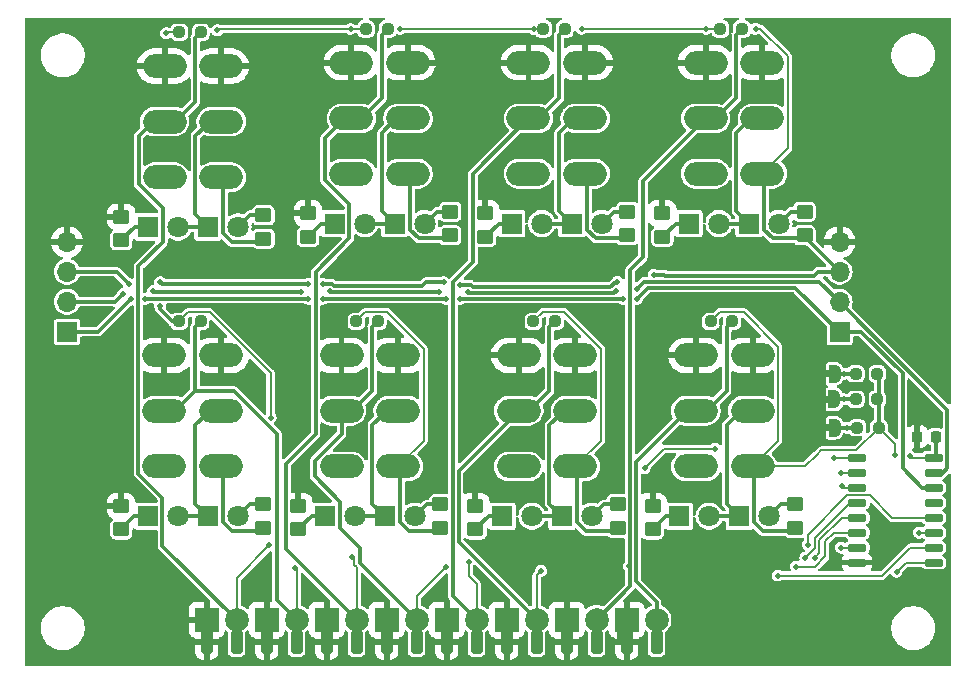
<source format=gbr>
%TF.GenerationSoftware,KiCad,Pcbnew,8.0.2*%
%TF.CreationDate,2025-01-24T00:11:38+01:00*%
%TF.ProjectId,INPUT_ADD_ON,494e5055-545f-4414-9444-5f4f4e2e6b69,rev?*%
%TF.SameCoordinates,Original*%
%TF.FileFunction,Copper,L1,Top*%
%TF.FilePolarity,Positive*%
%FSLAX46Y46*%
G04 Gerber Fmt 4.6, Leading zero omitted, Abs format (unit mm)*
G04 Created by KiCad (PCBNEW 8.0.2) date 2025-01-24 00:11:38*
%MOMM*%
%LPD*%
G01*
G04 APERTURE LIST*
G04 Aperture macros list*
%AMRoundRect*
0 Rectangle with rounded corners*
0 $1 Rounding radius*
0 $2 $3 $4 $5 $6 $7 $8 $9 X,Y pos of 4 corners*
0 Add a 4 corners polygon primitive as box body*
4,1,4,$2,$3,$4,$5,$6,$7,$8,$9,$2,$3,0*
0 Add four circle primitives for the rounded corners*
1,1,$1+$1,$2,$3*
1,1,$1+$1,$4,$5*
1,1,$1+$1,$6,$7*
1,1,$1+$1,$8,$9*
0 Add four rect primitives between the rounded corners*
20,1,$1+$1,$2,$3,$4,$5,0*
20,1,$1+$1,$4,$5,$6,$7,0*
20,1,$1+$1,$6,$7,$8,$9,0*
20,1,$1+$1,$8,$9,$2,$3,0*%
%AMFreePoly0*
4,1,19,0.500000,-0.750000,0.000000,-0.750000,0.000000,-0.744911,-0.071157,-0.744911,-0.207708,-0.704816,-0.327430,-0.627875,-0.420627,-0.520320,-0.479746,-0.390866,-0.500000,-0.250000,-0.500000,0.250000,-0.479746,0.390866,-0.420627,0.520320,-0.327430,0.627875,-0.207708,0.704816,-0.071157,0.744911,0.000000,0.744911,0.000000,0.750000,0.500000,0.750000,0.500000,-0.750000,0.500000,-0.750000,
$1*%
%AMFreePoly1*
4,1,19,0.000000,0.744911,0.071157,0.744911,0.207708,0.704816,0.327430,0.627875,0.420627,0.520320,0.479746,0.390866,0.500000,0.250000,0.500000,-0.250000,0.479746,-0.390866,0.420627,-0.520320,0.327430,-0.627875,0.207708,-0.704816,0.071157,-0.744911,0.000000,-0.744911,0.000000,-0.750000,-0.500000,-0.750000,-0.500000,0.750000,0.000000,0.750000,0.000000,0.744911,0.000000,0.744911,
$1*%
G04 Aperture macros list end*
%TA.AperFunction,EtchedComponent*%
%ADD10C,0.000000*%
%TD*%
%TA.AperFunction,ComponentPad*%
%ADD11R,1.700000X1.700000*%
%TD*%
%TA.AperFunction,ComponentPad*%
%ADD12O,1.700000X1.700000*%
%TD*%
%TA.AperFunction,ComponentPad*%
%ADD13C,2.000000*%
%TD*%
%TA.AperFunction,ComponentPad*%
%ADD14R,2.000000X2.000000*%
%TD*%
%TA.AperFunction,SMDPad,CuDef*%
%ADD15RoundRect,0.150000X-0.650000X-0.150000X0.650000X-0.150000X0.650000X0.150000X-0.650000X0.150000X0*%
%TD*%
%TA.AperFunction,ComponentPad*%
%ADD16O,3.700000X2.000000*%
%TD*%
%TA.AperFunction,SMDPad,CuDef*%
%ADD17RoundRect,0.250000X0.450000X-0.350000X0.450000X0.350000X-0.450000X0.350000X-0.450000X-0.350000X0*%
%TD*%
%TA.AperFunction,SMDPad,CuDef*%
%ADD18RoundRect,0.237500X-0.250000X-0.237500X0.250000X-0.237500X0.250000X0.237500X-0.250000X0.237500X0*%
%TD*%
%TA.AperFunction,SMDPad,CuDef*%
%ADD19RoundRect,0.237500X0.250000X0.237500X-0.250000X0.237500X-0.250000X-0.237500X0.250000X-0.237500X0*%
%TD*%
%TA.AperFunction,SMDPad,CuDef*%
%ADD20FreePoly0,0.000000*%
%TD*%
%TA.AperFunction,SMDPad,CuDef*%
%ADD21FreePoly1,0.000000*%
%TD*%
%TA.AperFunction,SMDPad,CuDef*%
%ADD22RoundRect,0.250000X0.250000X0.750000X-0.250000X0.750000X-0.250000X-0.750000X0.250000X-0.750000X0*%
%TD*%
%TA.AperFunction,ComponentPad*%
%ADD23C,1.800000*%
%TD*%
%TA.AperFunction,ComponentPad*%
%ADD24R,1.800000X1.800000*%
%TD*%
%TA.AperFunction,SMDPad,CuDef*%
%ADD25RoundRect,0.225000X0.225000X0.250000X-0.225000X0.250000X-0.225000X-0.250000X0.225000X-0.250000X0*%
%TD*%
%TA.AperFunction,ViaPad*%
%ADD26C,0.500000*%
%TD*%
%TA.AperFunction,Conductor*%
%ADD27C,0.300000*%
%TD*%
%TA.AperFunction,Conductor*%
%ADD28C,0.200000*%
%TD*%
G04 APERTURE END LIST*
D10*
%TA.AperFunction,EtchedComponent*%
%TO.C,JP103*%
G36*
X158948000Y-100757000D02*
G01*
X158448000Y-100757000D01*
X158448000Y-100157000D01*
X158948000Y-100157000D01*
X158948000Y-100757000D01*
G37*
%TD.AperFunction*%
%TA.AperFunction,EtchedComponent*%
%TO.C,JP102*%
G36*
X158933000Y-102922000D02*
G01*
X158433000Y-102922000D01*
X158433000Y-102322000D01*
X158933000Y-102322000D01*
X158933000Y-102922000D01*
G37*
%TD.AperFunction*%
%TA.AperFunction,EtchedComponent*%
%TO.C,JP101*%
G36*
X158948000Y-105329000D02*
G01*
X158448000Y-105329000D01*
X158448000Y-104729000D01*
X158948000Y-104729000D01*
X158948000Y-105329000D01*
G37*
%TD.AperFunction*%
%TD*%
D11*
%TO.P,J102,1,Pin_1*%
%TO.N,/SCL*%
X94361000Y-96901000D03*
D12*
%TO.P,J102,2,Pin_2*%
%TO.N,/SDA*%
X94361000Y-94361000D03*
%TO.P,J102,3,Pin_3*%
%TO.N,+5V*%
X94361000Y-91821000D03*
%TO.P,J102,4,Pin_4*%
%TO.N,GND*%
X94361000Y-89281000D03*
%TD*%
D11*
%TO.P,J101,1,Pin_1*%
%TO.N,/SCL*%
X159766000Y-96901000D03*
D12*
%TO.P,J101,2,Pin_2*%
%TO.N,/SDA*%
X159766000Y-94361000D03*
%TO.P,J101,3,Pin_3*%
%TO.N,+5V*%
X159766000Y-91821000D03*
%TO.P,J101,4,Pin_4*%
%TO.N,GND*%
X159766000Y-89281000D03*
%TD*%
D13*
%TO.P,J901,2,Pin_2*%
%TO.N,/P7*%
X108712000Y-121285000D03*
D14*
%TO.P,J901,1,Pin_1*%
%TO.N,GND*%
X106172000Y-121285000D03*
%TD*%
%TO.P,J801,1,Pin_1*%
%TO.N,GND*%
X141732000Y-121285000D03*
D13*
%TO.P,J801,2,Pin_2*%
%TO.N,/P6*%
X144272000Y-121285000D03*
%TD*%
D14*
%TO.P,J701,1,Pin_1*%
%TO.N,GND*%
X131572000Y-121285000D03*
D13*
%TO.P,J701,2,Pin_2*%
%TO.N,/P5*%
X134112000Y-121285000D03*
%TD*%
D14*
%TO.P,J601,1,Pin_1*%
%TO.N,GND*%
X121412000Y-121285000D03*
D13*
%TO.P,J601,2,Pin_2*%
%TO.N,/P4*%
X123952000Y-121285000D03*
%TD*%
D14*
%TO.P,J501,1,Pin_1*%
%TO.N,GND*%
X111252000Y-121285000D03*
D13*
%TO.P,J501,2,Pin_2*%
%TO.N,/P3*%
X113792000Y-121285000D03*
%TD*%
D14*
%TO.P,J401,1,Pin_1*%
%TO.N,GND*%
X136652000Y-121285000D03*
D13*
%TO.P,J401,2,Pin_2*%
%TO.N,/P2*%
X139192000Y-121285000D03*
%TD*%
D14*
%TO.P,J301,1,Pin_1*%
%TO.N,GND*%
X126492000Y-121285000D03*
D13*
%TO.P,J301,2,Pin_2*%
%TO.N,/P1*%
X129032000Y-121285000D03*
%TD*%
D14*
%TO.P,J201,1,Pin_1*%
%TO.N,GND*%
X116332000Y-121285000D03*
D13*
%TO.P,J201,2,Pin_2*%
%TO.N,/P0*%
X118872000Y-121285000D03*
%TD*%
D15*
%TO.P,U101,1,A0*%
%TO.N,Net-(JP103-B)*%
X161250000Y-107555000D03*
%TO.P,U101,2,A1*%
%TO.N,Net-(JP102-B)*%
X161250000Y-108825000D03*
%TO.P,U101,3,A2*%
%TO.N,Net-(JP101-B)*%
X161250000Y-110095000D03*
%TO.P,U101,4,P0*%
%TO.N,/P0*%
X161250000Y-111365000D03*
%TO.P,U101,5,P1*%
%TO.N,/P1*%
X161250000Y-112635000D03*
%TO.P,U101,6,P2*%
%TO.N,/P2*%
X161250000Y-113905000D03*
%TO.P,U101,7,P3*%
%TO.N,/P3*%
X161250000Y-115175000D03*
%TO.P,U101,8,VSS*%
%TO.N,GND*%
X161250000Y-116445000D03*
%TO.P,U101,9,P4*%
%TO.N,/P4*%
X167750000Y-116445000D03*
%TO.P,U101,10,P5*%
%TO.N,/P5*%
X167750000Y-115175000D03*
%TO.P,U101,11,P6*%
%TO.N,/P6*%
X167750000Y-113905000D03*
%TO.P,U101,12,P7*%
%TO.N,/P7*%
X167750000Y-112635000D03*
%TO.P,U101,13,~{INT}*%
%TO.N,unconnected-(U101-~{INT}-Pad13)*%
X167750000Y-111365000D03*
%TO.P,U101,14,SCL*%
%TO.N,/SCL*%
X167750000Y-110095000D03*
%TO.P,U101,15,SDA*%
%TO.N,/SDA*%
X167750000Y-108825000D03*
%TO.P,U101,16,VDD*%
%TO.N,+5V*%
X167750000Y-107555000D03*
%TD*%
D16*
%TO.P,SW901,6,C*%
%TO.N,GND*%
X107416000Y-74420000D03*
%TO.P,SW901,5,B*%
%TO.N,Net-(D901-K)*%
X107416000Y-79120000D03*
%TO.P,SW901,4,A*%
%TO.N,+5V*%
X107416000Y-83820000D03*
%TO.P,SW901,3,C*%
%TO.N,GND*%
X102616000Y-74420000D03*
%TO.P,SW901,2,B*%
%TO.N,/P7*%
X102616000Y-79120000D03*
%TO.P,SW901,1,A*%
%TO.N,unconnected-(SW901A-A-Pad1)*%
X102616000Y-83820000D03*
%TD*%
%TO.P,SW801,1,A*%
%TO.N,unconnected-(SW801A-A-Pad1)*%
X147600000Y-108300000D03*
%TO.P,SW801,2,B*%
%TO.N,/P6*%
X147600000Y-103600000D03*
%TO.P,SW801,3,C*%
%TO.N,GND*%
X147600000Y-98900000D03*
%TO.P,SW801,4,A*%
%TO.N,+5V*%
X152400000Y-108300000D03*
%TO.P,SW801,5,B*%
%TO.N,Net-(D801-K)*%
X152400000Y-103600000D03*
%TO.P,SW801,6,C*%
%TO.N,GND*%
X152400000Y-98900000D03*
%TD*%
%TO.P,SW701,1,A*%
%TO.N,unconnected-(SW701A-A-Pad1)*%
X132600000Y-108300000D03*
%TO.P,SW701,2,B*%
%TO.N,/P5*%
X132600000Y-103600000D03*
%TO.P,SW701,3,C*%
%TO.N,GND*%
X132600000Y-98900000D03*
%TO.P,SW701,4,A*%
%TO.N,+5V*%
X137400000Y-108300000D03*
%TO.P,SW701,5,B*%
%TO.N,Net-(D701-K)*%
X137400000Y-103600000D03*
%TO.P,SW701,6,C*%
%TO.N,GND*%
X137400000Y-98900000D03*
%TD*%
%TO.P,SW601,1,A*%
%TO.N,unconnected-(SW601A-A-Pad1)*%
X117600000Y-108300000D03*
%TO.P,SW601,2,B*%
%TO.N,/P4*%
X117600000Y-103600000D03*
%TO.P,SW601,3,C*%
%TO.N,GND*%
X117600000Y-98900000D03*
%TO.P,SW601,4,A*%
%TO.N,+5V*%
X122400000Y-108300000D03*
%TO.P,SW601,5,B*%
%TO.N,Net-(D601-K)*%
X122400000Y-103600000D03*
%TO.P,SW601,6,C*%
%TO.N,GND*%
X122400000Y-98900000D03*
%TD*%
%TO.P,SW501,1,A*%
%TO.N,unconnected-(SW501A-A-Pad1)*%
X102600000Y-108300000D03*
%TO.P,SW501,2,B*%
%TO.N,/P3*%
X102600000Y-103600000D03*
%TO.P,SW501,3,C*%
%TO.N,GND*%
X102600000Y-98900000D03*
%TO.P,SW501,4,A*%
%TO.N,+5V*%
X107400000Y-108300000D03*
%TO.P,SW501,5,B*%
%TO.N,Net-(D501-K)*%
X107400000Y-103600000D03*
%TO.P,SW501,6,C*%
%TO.N,GND*%
X107400000Y-98900000D03*
%TD*%
%TO.P,SW401,1,A*%
%TO.N,unconnected-(SW401A-A-Pad1)*%
X148428000Y-83532000D03*
%TO.P,SW401,2,B*%
%TO.N,/P2*%
X148428000Y-78832000D03*
%TO.P,SW401,3,C*%
%TO.N,GND*%
X148428000Y-74132000D03*
%TO.P,SW401,4,A*%
%TO.N,+5V*%
X153228000Y-83532000D03*
%TO.P,SW401,5,B*%
%TO.N,Net-(D401-K)*%
X153228000Y-78832000D03*
%TO.P,SW401,6,C*%
%TO.N,GND*%
X153228000Y-74132000D03*
%TD*%
%TO.P,SW301,1,A*%
%TO.N,unconnected-(SW301A-A-Pad1)*%
X133428000Y-83532000D03*
%TO.P,SW301,2,B*%
%TO.N,/P1*%
X133428000Y-78832000D03*
%TO.P,SW301,3,C*%
%TO.N,GND*%
X133428000Y-74132000D03*
%TO.P,SW301,4,A*%
%TO.N,+5V*%
X138228000Y-83532000D03*
%TO.P,SW301,5,B*%
%TO.N,Net-(D301-K)*%
X138228000Y-78832000D03*
%TO.P,SW301,6,C*%
%TO.N,GND*%
X138228000Y-74132000D03*
%TD*%
%TO.P,SW201,1,A*%
%TO.N,unconnected-(SW201A-A-Pad1)*%
X118428000Y-83532000D03*
%TO.P,SW201,2,B*%
%TO.N,/P0*%
X118428000Y-78832000D03*
%TO.P,SW201,3,C*%
%TO.N,GND*%
X118428000Y-74132000D03*
%TO.P,SW201,4,A*%
%TO.N,+5V*%
X123228000Y-83532000D03*
%TO.P,SW201,5,B*%
%TO.N,Net-(D201-K)*%
X123228000Y-78832000D03*
%TO.P,SW201,6,C*%
%TO.N,GND*%
X123228000Y-74132000D03*
%TD*%
D17*
%TO.P,R903,2*%
%TO.N,GND*%
X98949000Y-87166000D03*
%TO.P,R903,1*%
%TO.N,Net-(D902-K)*%
X98949000Y-89166000D03*
%TD*%
%TO.P,R902,2*%
%TO.N,Net-(D901-A)*%
X110985000Y-87037000D03*
%TO.P,R902,1*%
%TO.N,+5V*%
X110985000Y-89037000D03*
%TD*%
D18*
%TO.P,R901,2*%
%TO.N,/P7*%
X105687500Y-71557000D03*
%TO.P,R901,1*%
%TO.N,+5V*%
X103862500Y-71557000D03*
%TD*%
D17*
%TO.P,R803,1*%
%TO.N,Net-(D802-K)*%
X143933000Y-113646000D03*
%TO.P,R803,2*%
%TO.N,GND*%
X143933000Y-111646000D03*
%TD*%
%TO.P,R802,1*%
%TO.N,+5V*%
X155969000Y-113517000D03*
%TO.P,R802,2*%
%TO.N,Net-(D801-A)*%
X155969000Y-111517000D03*
%TD*%
D18*
%TO.P,R801,1*%
%TO.N,+5V*%
X148846500Y-96037000D03*
%TO.P,R801,2*%
%TO.N,/P6*%
X150671500Y-96037000D03*
%TD*%
D17*
%TO.P,R703,1*%
%TO.N,Net-(D702-K)*%
X128933000Y-113646000D03*
%TO.P,R703,2*%
%TO.N,GND*%
X128933000Y-111646000D03*
%TD*%
%TO.P,R702,1*%
%TO.N,+5V*%
X140969000Y-113517000D03*
%TO.P,R702,2*%
%TO.N,Net-(D701-A)*%
X140969000Y-111517000D03*
%TD*%
D18*
%TO.P,R701,1*%
%TO.N,+5V*%
X133846500Y-96037000D03*
%TO.P,R701,2*%
%TO.N,/P5*%
X135671500Y-96037000D03*
%TD*%
D17*
%TO.P,R603,1*%
%TO.N,Net-(D602-K)*%
X113933000Y-113646000D03*
%TO.P,R603,2*%
%TO.N,GND*%
X113933000Y-111646000D03*
%TD*%
%TO.P,R602,1*%
%TO.N,+5V*%
X125969000Y-113517000D03*
%TO.P,R602,2*%
%TO.N,Net-(D601-A)*%
X125969000Y-111517000D03*
%TD*%
D18*
%TO.P,R601,1*%
%TO.N,+5V*%
X118846500Y-96037000D03*
%TO.P,R601,2*%
%TO.N,/P4*%
X120671500Y-96037000D03*
%TD*%
D17*
%TO.P,R503,1*%
%TO.N,Net-(D502-K)*%
X98933000Y-113646000D03*
%TO.P,R503,2*%
%TO.N,GND*%
X98933000Y-111646000D03*
%TD*%
%TO.P,R502,1*%
%TO.N,+5V*%
X110969000Y-113517000D03*
%TO.P,R502,2*%
%TO.N,Net-(D501-A)*%
X110969000Y-111517000D03*
%TD*%
D18*
%TO.P,R501,1*%
%TO.N,+5V*%
X103846500Y-96037000D03*
%TO.P,R501,2*%
%TO.N,/P3*%
X105671500Y-96037000D03*
%TD*%
D17*
%TO.P,R403,1*%
%TO.N,Net-(D402-K)*%
X144761000Y-88878000D03*
%TO.P,R403,2*%
%TO.N,GND*%
X144761000Y-86878000D03*
%TD*%
%TO.P,R402,1*%
%TO.N,+5V*%
X156797000Y-88749000D03*
%TO.P,R402,2*%
%TO.N,Net-(D401-A)*%
X156797000Y-86749000D03*
%TD*%
D18*
%TO.P,R401,1*%
%TO.N,+5V*%
X149674500Y-71269000D03*
%TO.P,R401,2*%
%TO.N,/P2*%
X151499500Y-71269000D03*
%TD*%
D17*
%TO.P,R303,1*%
%TO.N,Net-(D302-K)*%
X129761000Y-88878000D03*
%TO.P,R303,2*%
%TO.N,GND*%
X129761000Y-86878000D03*
%TD*%
%TO.P,R302,1*%
%TO.N,+5V*%
X141797000Y-88749000D03*
%TO.P,R302,2*%
%TO.N,Net-(D301-A)*%
X141797000Y-86749000D03*
%TD*%
D18*
%TO.P,R301,1*%
%TO.N,+5V*%
X134674500Y-71269000D03*
%TO.P,R301,2*%
%TO.N,/P1*%
X136499500Y-71269000D03*
%TD*%
D17*
%TO.P,R203,1*%
%TO.N,Net-(D202-K)*%
X114761000Y-88878000D03*
%TO.P,R203,2*%
%TO.N,GND*%
X114761000Y-86878000D03*
%TD*%
%TO.P,R202,1*%
%TO.N,+5V*%
X126797000Y-88749000D03*
%TO.P,R202,2*%
%TO.N,Net-(D201-A)*%
X126797000Y-86749000D03*
%TD*%
D18*
%TO.P,R201,1*%
%TO.N,+5V*%
X119674500Y-71269000D03*
%TO.P,R201,2*%
%TO.N,/P0*%
X121499500Y-71269000D03*
%TD*%
D19*
%TO.P,R103,2*%
%TO.N,Net-(JP103-B)*%
X161139500Y-100457000D03*
%TO.P,R103,1*%
%TO.N,+5V*%
X162964500Y-100457000D03*
%TD*%
%TO.P,R102,1*%
%TO.N,+5V*%
X162964500Y-102616000D03*
%TO.P,R102,2*%
%TO.N,Net-(JP102-B)*%
X161139500Y-102616000D03*
%TD*%
%TO.P,R101,2*%
%TO.N,Net-(JP101-B)*%
X161266500Y-105029000D03*
%TO.P,R101,1*%
%TO.N,+5V*%
X163091500Y-105029000D03*
%TD*%
D20*
%TO.P,JP103,1,A*%
%TO.N,GND*%
X158048000Y-100457000D03*
D21*
%TO.P,JP103,2,B*%
%TO.N,Net-(JP103-B)*%
X159348000Y-100457000D03*
%TD*%
D20*
%TO.P,JP102,1,A*%
%TO.N,GND*%
X158033000Y-102622000D03*
D21*
%TO.P,JP102,2,B*%
%TO.N,Net-(JP102-B)*%
X159333000Y-102622000D03*
%TD*%
D20*
%TO.P,JP101,1,A*%
%TO.N,GND*%
X158048000Y-105029000D03*
D21*
%TO.P,JP101,2,B*%
%TO.N,Net-(JP101-B)*%
X159348000Y-105029000D03*
%TD*%
D22*
%TO.P,J903,1,Pin_1*%
%TO.N,GND*%
X106172000Y-123190000D03*
%TD*%
%TO.P,J902,1,Pin_1*%
%TO.N,/P7*%
X108712000Y-123190000D03*
%TD*%
%TO.P,J803,1,Pin_1*%
%TO.N,GND*%
X141732000Y-123190000D03*
%TD*%
%TO.P,J802,1,Pin_1*%
%TO.N,/P6*%
X144272000Y-123190000D03*
%TD*%
%TO.P,J703,1,Pin_1*%
%TO.N,GND*%
X131572000Y-123190000D03*
%TD*%
%TO.P,J702,1,Pin_1*%
%TO.N,/P5*%
X134112000Y-123190000D03*
%TD*%
%TO.P,J603,1,Pin_1*%
%TO.N,GND*%
X121412000Y-123190000D03*
%TD*%
%TO.P,J602,1,Pin_1*%
%TO.N,/P4*%
X123952000Y-123190000D03*
%TD*%
%TO.P,J503,1,Pin_1*%
%TO.N,GND*%
X111252000Y-123190000D03*
%TD*%
%TO.P,J502,1,Pin_1*%
%TO.N,/P3*%
X113792000Y-123190000D03*
%TD*%
%TO.P,J403,1,Pin_1*%
%TO.N,GND*%
X136652000Y-123190000D03*
%TD*%
%TO.P,J402,1,Pin_1*%
%TO.N,/P2*%
X139192000Y-123190000D03*
%TD*%
%TO.P,J303,1,Pin_1*%
%TO.N,GND*%
X126492000Y-123190000D03*
%TD*%
%TO.P,J302,1,Pin_1*%
%TO.N,/P1*%
X129032000Y-123190000D03*
%TD*%
%TO.P,J203,1,Pin_1*%
%TO.N,GND*%
X116332000Y-123190000D03*
%TD*%
%TO.P,J202,1,Pin_1*%
%TO.N,/P0*%
X118872000Y-123190000D03*
%TD*%
D23*
%TO.P,D902,2,A*%
%TO.N,Net-(D901-K)*%
X103746000Y-88037000D03*
D24*
%TO.P,D902,1,K*%
%TO.N,Net-(D902-K)*%
X101206000Y-88037000D03*
%TD*%
D23*
%TO.P,D901,2,A*%
%TO.N,Net-(D901-A)*%
X108826000Y-88039000D03*
D24*
%TO.P,D901,1,K*%
%TO.N,Net-(D901-K)*%
X106286000Y-88039000D03*
%TD*%
%TO.P,D802,1,K*%
%TO.N,Net-(D802-K)*%
X146190000Y-112517000D03*
D23*
%TO.P,D802,2,A*%
%TO.N,Net-(D801-K)*%
X148730000Y-112517000D03*
%TD*%
D24*
%TO.P,D801,1,K*%
%TO.N,Net-(D801-K)*%
X151270000Y-112519000D03*
D23*
%TO.P,D801,2,A*%
%TO.N,Net-(D801-A)*%
X153810000Y-112519000D03*
%TD*%
D24*
%TO.P,D702,1,K*%
%TO.N,Net-(D702-K)*%
X131190000Y-112517000D03*
D23*
%TO.P,D702,2,A*%
%TO.N,Net-(D701-K)*%
X133730000Y-112517000D03*
%TD*%
D24*
%TO.P,D701,1,K*%
%TO.N,Net-(D701-K)*%
X136270000Y-112519000D03*
D23*
%TO.P,D701,2,A*%
%TO.N,Net-(D701-A)*%
X138810000Y-112519000D03*
%TD*%
D24*
%TO.P,D602,1,K*%
%TO.N,Net-(D602-K)*%
X116190000Y-112517000D03*
D23*
%TO.P,D602,2,A*%
%TO.N,Net-(D601-K)*%
X118730000Y-112517000D03*
%TD*%
D24*
%TO.P,D601,1,K*%
%TO.N,Net-(D601-K)*%
X121270000Y-112519000D03*
D23*
%TO.P,D601,2,A*%
%TO.N,Net-(D601-A)*%
X123810000Y-112519000D03*
%TD*%
D24*
%TO.P,D502,1,K*%
%TO.N,Net-(D502-K)*%
X101190000Y-112517000D03*
D23*
%TO.P,D502,2,A*%
%TO.N,Net-(D501-K)*%
X103730000Y-112517000D03*
%TD*%
D24*
%TO.P,D501,1,K*%
%TO.N,Net-(D501-K)*%
X106270000Y-112519000D03*
D23*
%TO.P,D501,2,A*%
%TO.N,Net-(D501-A)*%
X108810000Y-112519000D03*
%TD*%
D24*
%TO.P,D402,1,K*%
%TO.N,Net-(D402-K)*%
X147018000Y-87749000D03*
D23*
%TO.P,D402,2,A*%
%TO.N,Net-(D401-K)*%
X149558000Y-87749000D03*
%TD*%
D24*
%TO.P,D401,1,K*%
%TO.N,Net-(D401-K)*%
X152098000Y-87751000D03*
D23*
%TO.P,D401,2,A*%
%TO.N,Net-(D401-A)*%
X154638000Y-87751000D03*
%TD*%
D24*
%TO.P,D302,1,K*%
%TO.N,Net-(D302-K)*%
X132018000Y-87749000D03*
D23*
%TO.P,D302,2,A*%
%TO.N,Net-(D301-K)*%
X134558000Y-87749000D03*
%TD*%
D24*
%TO.P,D301,1,K*%
%TO.N,Net-(D301-K)*%
X137098000Y-87751000D03*
D23*
%TO.P,D301,2,A*%
%TO.N,Net-(D301-A)*%
X139638000Y-87751000D03*
%TD*%
D24*
%TO.P,D202,1,K*%
%TO.N,Net-(D202-K)*%
X117018000Y-87749000D03*
D23*
%TO.P,D202,2,A*%
%TO.N,Net-(D201-K)*%
X119558000Y-87749000D03*
%TD*%
D24*
%TO.P,D201,1,K*%
%TO.N,Net-(D201-K)*%
X122098000Y-87751000D03*
D23*
%TO.P,D201,2,A*%
%TO.N,Net-(D201-A)*%
X124638000Y-87751000D03*
%TD*%
D25*
%TO.P,C101,1*%
%TO.N,+5V*%
X167907000Y-105791000D03*
%TO.P,C101,2*%
%TO.N,GND*%
X166357000Y-105791000D03*
%TD*%
D26*
%TO.N,GND*%
X92329000Y-85217000D03*
X94488000Y-112903000D03*
X92837000Y-100711000D03*
X110617000Y-117856000D03*
X132461000Y-117983000D03*
X137541000Y-118745000D03*
X168402000Y-118110000D03*
X162814000Y-112649000D03*
X161544000Y-118872000D03*
X154051000Y-119634000D03*
X148590000Y-118745000D03*
X140081000Y-110109000D03*
X132715000Y-110744000D03*
X134366000Y-114046000D03*
X129540000Y-108458000D03*
X132842000Y-105664000D03*
X138176000Y-101219000D03*
X140843000Y-101473000D03*
X143002000Y-98806000D03*
X148463000Y-101346000D03*
X152908000Y-101473000D03*
X155702000Y-101854000D03*
X154178000Y-96393000D03*
X156210000Y-105283000D03*
X156464000Y-102743000D03*
X156464000Y-100457000D03*
X162687000Y-89916000D03*
X166751000Y-94361000D03*
X167767000Y-99568000D03*
X167894000Y-85979000D03*
X160147000Y-85979000D03*
X166878000Y-78867000D03*
X160020000Y-76581000D03*
X156972000Y-73152000D03*
X145288000Y-79629000D03*
X149098000Y-81026000D03*
X145288000Y-83439000D03*
X142113000Y-83820000D03*
X130683000Y-76454000D03*
X138684000Y-76581000D03*
X137033000Y-81407000D03*
X134366000Y-81280000D03*
X114554000Y-81407000D03*
X122555000Y-81280000D03*
X118872000Y-81280000D03*
X130048000Y-83820000D03*
X127508000Y-82677000D03*
X98425000Y-76835000D03*
X99314000Y-91059000D03*
X97790000Y-93218000D03*
X96520000Y-95631000D03*
X99568000Y-96266000D03*
X99060000Y-103505000D03*
X103759000Y-122809000D03*
X103505000Y-118618000D03*
X101092000Y-115189000D03*
X96774000Y-111506000D03*
X117475000Y-101473000D03*
X122555000Y-101727000D03*
X118745000Y-106045000D03*
X116332000Y-105410000D03*
X113538000Y-106045000D03*
X113157000Y-102870000D03*
X114681000Y-100711000D03*
X110998000Y-98171000D03*
X114554000Y-97409000D03*
X113538000Y-94742000D03*
X107696000Y-94869000D03*
X103632000Y-94742000D03*
X101600000Y-91694000D03*
X104902000Y-90043000D03*
X112903000Y-90678000D03*
X109347000Y-91821000D03*
X103505000Y-91948000D03*
X112903000Y-87757000D03*
X115316000Y-90424000D03*
X113919000Y-91948000D03*
X127508000Y-90043000D03*
X123190000Y-89789000D03*
X119761000Y-89789000D03*
X116840000Y-91821000D03*
X120142000Y-92075000D03*
X124968000Y-91948000D03*
X134493000Y-92329000D03*
X135763000Y-90043000D03*
X141986000Y-90297000D03*
X130302000Y-90551000D03*
X129413000Y-92202000D03*
X139827000Y-92202000D03*
X147066000Y-89789000D03*
X150114000Y-89535000D03*
X157099000Y-90551000D03*
X143891000Y-91059000D03*
X145669000Y-91440000D03*
X151003000Y-91440000D03*
X155067000Y-91313000D03*
X160909000Y-98679000D03*
X157607000Y-96393000D03*
X149860000Y-94107000D03*
X155067000Y-94107000D03*
X143637000Y-94615000D03*
X140462000Y-96647000D03*
X140843000Y-106934000D03*
X143002000Y-106172000D03*
X144907000Y-108077000D03*
X145923000Y-105918000D03*
X155067000Y-107061000D03*
X96901000Y-86868000D03*
X98044000Y-85598000D03*
X112903000Y-85979000D03*
X114808000Y-85598000D03*
X146177000Y-85979000D03*
X144780000Y-85598000D03*
X166370000Y-104775000D03*
X166370000Y-106807000D03*
X159893000Y-116459000D03*
X162560000Y-116459000D03*
%TO.N,+5V*%
X102235000Y-94707000D03*
%TO.N,GND*%
X98933000Y-110363000D03*
X114046000Y-110236000D03*
X128905000Y-110236000D03*
X143764000Y-110109000D03*
X131318000Y-85979000D03*
X133477000Y-85979000D03*
%TO.N,+5V*%
X144018000Y-92061000D03*
X140961020Y-92666123D03*
X116000000Y-92837000D03*
X114800000Y-92837000D03*
X127651527Y-92907000D03*
X126238000Y-92710000D03*
X102235000Y-92710000D03*
X99568000Y-92837000D03*
X111590359Y-104182641D03*
X152654000Y-71247000D03*
X148463000Y-71269000D03*
X137922000Y-71247000D03*
X133858000Y-71269000D03*
X122555000Y-71247000D03*
X118364000Y-71269000D03*
X107061000Y-71374000D03*
X102743000Y-71628000D03*
X143256000Y-108458000D03*
X149225000Y-106807000D03*
X165735000Y-107442000D03*
X164500000Y-107315000D03*
%TO.N,Net-(JP103-B)*%
X160147000Y-100457000D03*
X159301000Y-107569000D03*
%TO.N,Net-(JP102-B)*%
X160147000Y-102616000D03*
X159851000Y-108839000D03*
%TO.N,Net-(JP101-B)*%
X160000000Y-110000000D03*
X160401000Y-105029000D03*
%TO.N,/SDA*%
X116586000Y-93472000D03*
X128270000Y-93507000D03*
X140843000Y-93472000D03*
X142619000Y-93258473D03*
X125857000Y-93507000D03*
X114173000Y-93507000D03*
%TO.N,/SCL*%
X141419000Y-94107000D03*
X127619000Y-94107000D03*
X142619000Y-94107000D03*
X126419000Y-94107000D03*
X116000000Y-94107000D03*
X114800000Y-94107000D03*
%TO.N,/SDA*%
X101600000Y-93472000D03*
X99060000Y-93726000D03*
%TO.N,/SCL*%
X101000000Y-94107000D03*
X99800000Y-94107000D03*
%TO.N,/P6*%
X166497000Y-113919000D03*
%TO.N,/P5*%
X134493000Y-117150000D03*
X154534591Y-117550000D03*
%TO.N,/P4*%
X164592000Y-117221000D03*
X126419000Y-116840000D03*
%TO.N,/P2*%
X141919000Y-116750000D03*
X156054212Y-116784826D03*
%TO.N,/P1*%
X128362735Y-116384265D03*
X157664306Y-116035000D03*
%TO.N,/P0*%
X118526000Y-115950000D03*
X156859908Y-116034885D03*
%TO.N,/P3*%
X159893000Y-115189000D03*
X113621735Y-116883265D03*
%TO.N,/P7*%
X111500000Y-115000000D03*
X157099000Y-114935000D03*
%TD*%
D27*
%TO.N,+5V*%
X167907000Y-107398000D02*
X167750000Y-107555000D01*
X167907000Y-105791000D02*
X167907000Y-107398000D01*
D28*
X164500000Y-107315000D02*
X164500000Y-106437500D01*
X164500000Y-106437500D02*
X163091500Y-105029000D01*
X165735000Y-107442000D02*
X165848000Y-107555000D01*
X165848000Y-107555000D02*
X167750000Y-107555000D01*
D27*
%TO.N,/SCL*%
X165100000Y-100402106D02*
X161598894Y-96901000D01*
X161598894Y-96901000D02*
X159766000Y-96901000D01*
X166737000Y-110095000D02*
X165100000Y-108458000D01*
X165100000Y-108458000D02*
X165100000Y-100402106D01*
X167750000Y-110095000D02*
X166737000Y-110095000D01*
D28*
%TO.N,/P5*%
X163374000Y-117550000D02*
X154534591Y-117550000D01*
X165749000Y-115175000D02*
X163374000Y-117550000D01*
X167750000Y-115175000D02*
X165749000Y-115175000D01*
D27*
%TO.N,+5V*%
X156797000Y-88852000D02*
X159766000Y-91821000D01*
X156797000Y-88749000D02*
X156797000Y-88852000D01*
X102235000Y-94996000D02*
X103276000Y-96037000D01*
X102235000Y-94707000D02*
X102235000Y-94996000D01*
X103276000Y-96037000D02*
X103846500Y-96037000D01*
X140359471Y-93107000D02*
X140800348Y-92666123D01*
X128518529Y-92907000D02*
X128718529Y-93107000D01*
X128718529Y-93107000D02*
X140359471Y-93107000D01*
X127651527Y-92907000D02*
X128518529Y-92907000D01*
X140800348Y-92666123D02*
X140961020Y-92666123D01*
X157947000Y-91821000D02*
X157607000Y-92161000D01*
X159766000Y-91821000D02*
X157947000Y-91821000D01*
X145021000Y-92161000D02*
X157607000Y-92161000D01*
X144921000Y-92061000D02*
X145021000Y-92161000D01*
X144018000Y-92061000D02*
X144921000Y-92061000D01*
X124714000Y-92710000D02*
X126238000Y-92710000D01*
X124417000Y-93007000D02*
X124714000Y-92710000D01*
X116969529Y-93007000D02*
X124417000Y-93007000D01*
X116799529Y-92837000D02*
X116969529Y-93007000D01*
X116000000Y-92837000D02*
X116799529Y-92837000D01*
%TO.N,/P1*%
X128711000Y-90999000D02*
X128711000Y-83549000D01*
X127019000Y-92691000D02*
X128711000Y-90999000D01*
X129032000Y-121285000D02*
X127019000Y-119272000D01*
X127019000Y-119272000D02*
X127019000Y-92691000D01*
X128711000Y-83549000D02*
X133428000Y-78832000D01*
%TO.N,+5V*%
X102362000Y-92837000D02*
X114800000Y-92837000D01*
X102235000Y-92710000D02*
X102362000Y-92837000D01*
X98552000Y-91821000D02*
X99568000Y-92837000D01*
X94361000Y-91821000D02*
X98552000Y-91821000D01*
D28*
X106450478Y-95262000D02*
X111590359Y-100401881D01*
X104621500Y-95262000D02*
X106450478Y-95262000D01*
X111590359Y-100401881D02*
X111590359Y-104182641D01*
X103846500Y-96037000D02*
X104621500Y-95262000D01*
X124550000Y-98361522D02*
X124550000Y-106150000D01*
X124550000Y-106150000D02*
X122400000Y-108300000D01*
X119621500Y-95262000D02*
X121450478Y-95262000D01*
X121450478Y-95262000D02*
X124550000Y-98361522D01*
X118846500Y-96037000D02*
X119621500Y-95262000D01*
X139573000Y-98384522D02*
X139573000Y-106127000D01*
X139573000Y-106127000D02*
X137400000Y-108300000D01*
X133846500Y-96037000D02*
X134621500Y-95262000D01*
X134621500Y-95262000D02*
X136450478Y-95262000D01*
X136450478Y-95262000D02*
X139573000Y-98384522D01*
X151650000Y-95262000D02*
X154559000Y-98171000D01*
X149621500Y-95262000D02*
X151650000Y-95262000D01*
X154559000Y-98171000D02*
X154559000Y-106141000D01*
X154559000Y-106141000D02*
X152400000Y-108300000D01*
X148846500Y-96037000D02*
X149621500Y-95262000D01*
X155378000Y-81382000D02*
X153228000Y-83532000D01*
X152654000Y-71247000D02*
X153031478Y-71247000D01*
X153031478Y-71247000D02*
X155378000Y-73593522D01*
X155378000Y-73593522D02*
X155378000Y-81382000D01*
X149674500Y-71269000D02*
X148463000Y-71269000D01*
X138452000Y-71269000D02*
X148463000Y-71269000D01*
X137922000Y-71247000D02*
X138430000Y-71247000D01*
X138430000Y-71247000D02*
X138452000Y-71269000D01*
X134674500Y-71269000D02*
X133858000Y-71269000D01*
X122577000Y-71269000D02*
X133858000Y-71269000D01*
X122555000Y-71247000D02*
X122577000Y-71269000D01*
X107061000Y-71374000D02*
X107166000Y-71269000D01*
X107166000Y-71269000D02*
X118364000Y-71269000D01*
X118364000Y-71269000D02*
X119674500Y-71269000D01*
X102814000Y-71557000D02*
X102743000Y-71628000D01*
X103862500Y-71557000D02*
X102814000Y-71557000D01*
X149225000Y-106807000D02*
X144907000Y-106807000D01*
X144907000Y-106807000D02*
X143256000Y-108458000D01*
X157861000Y-107315000D02*
X156876000Y-108300000D01*
X156876000Y-108300000D02*
X152400000Y-108300000D01*
X157861000Y-107302000D02*
X157861000Y-107315000D01*
X158208000Y-106955000D02*
X157861000Y-107302000D01*
X161165500Y-106955000D02*
X158208000Y-106955000D01*
X163091500Y-105029000D02*
X161165500Y-106955000D01*
D27*
%TO.N,Net-(JP103-B)*%
X160147000Y-100457000D02*
X159348000Y-100457000D01*
X161139500Y-100457000D02*
X160147000Y-100457000D01*
D28*
X159315000Y-107555000D02*
X159301000Y-107569000D01*
X161250000Y-107555000D02*
X159315000Y-107555000D01*
D27*
%TO.N,Net-(JP102-B)*%
X160147000Y-102616000D02*
X159339000Y-102616000D01*
X161139500Y-102616000D02*
X160147000Y-102616000D01*
D28*
X159865000Y-108825000D02*
X159851000Y-108839000D01*
X161250000Y-108825000D02*
X159865000Y-108825000D01*
D27*
%TO.N,Net-(JP101-B)*%
X161266500Y-105029000D02*
X160401000Y-105029000D01*
X160401000Y-105029000D02*
X159348000Y-105029000D01*
D28*
X160095000Y-110095000D02*
X160000000Y-110000000D01*
X161250000Y-110095000D02*
X160095000Y-110095000D01*
D27*
%TO.N,+5V*%
X163091500Y-105029000D02*
X163091500Y-100584000D01*
X163091500Y-100584000D02*
X162964500Y-100457000D01*
%TO.N,/SDA*%
X168549999Y-108825000D02*
X167750000Y-108825000D01*
X168900000Y-108474999D02*
X168549999Y-108825000D01*
X168900000Y-103495000D02*
X168900000Y-108474999D01*
X159766000Y-94361000D02*
X168900000Y-103495000D01*
X116621000Y-93507000D02*
X116586000Y-93472000D01*
X125857000Y-93507000D02*
X116621000Y-93507000D01*
X128370000Y-93607000D02*
X128270000Y-93507000D01*
X137541000Y-93607000D02*
X128370000Y-93607000D01*
X114173000Y-93507000D02*
X101635000Y-93507000D01*
X140708000Y-93607000D02*
X137541000Y-93607000D01*
X140843000Y-93472000D02*
X140708000Y-93607000D01*
X143216473Y-92661000D02*
X142619000Y-93258473D01*
X155818894Y-92661000D02*
X143216473Y-92661000D01*
X158066000Y-92661000D02*
X155818894Y-92661000D01*
X101635000Y-93507000D02*
X101600000Y-93472000D01*
X159766000Y-94361000D02*
X158066000Y-92661000D01*
%TO.N,/SCL*%
X143565000Y-93161000D02*
X156026000Y-93161000D01*
X142619000Y-94107000D02*
X143565000Y-93161000D01*
X156026000Y-93161000D02*
X159766000Y-96901000D01*
X127619000Y-94107000D02*
X127519000Y-94107000D01*
X116000000Y-94107000D02*
X126419000Y-94107000D01*
X127519000Y-94107000D02*
X141419000Y-94107000D01*
X101000000Y-94107000D02*
X114800000Y-94107000D01*
%TO.N,/SDA*%
X98425000Y-94361000D02*
X99060000Y-93726000D01*
X94361000Y-94361000D02*
X98425000Y-94361000D01*
%TO.N,/SCL*%
X94361000Y-96901000D02*
X97006000Y-96901000D01*
X97006000Y-96901000D02*
X99800000Y-94107000D01*
D28*
%TO.N,/P6*%
X167736000Y-113919000D02*
X167750000Y-113905000D01*
X166497000Y-113919000D02*
X167736000Y-113919000D01*
%TO.N,/P5*%
X134493000Y-117150000D02*
X134112000Y-117531000D01*
X134112000Y-117531000D02*
X134112000Y-121285000D01*
%TO.N,/P4*%
X165368000Y-116445000D02*
X167750000Y-116445000D01*
X164592000Y-117221000D02*
X165368000Y-116445000D01*
X123952000Y-119307000D02*
X126419000Y-116840000D01*
X123952000Y-121285000D02*
X123952000Y-119307000D01*
%TO.N,/P2*%
X157692298Y-116784826D02*
X156054212Y-116784826D01*
X158553686Y-115923438D02*
X157692298Y-116784826D01*
X158553686Y-114611686D02*
X158553686Y-115923438D01*
X159260372Y-113905000D02*
X158553686Y-114611686D01*
X161250000Y-113905000D02*
X159260372Y-113905000D01*
%TO.N,/P1*%
X158049000Y-115650306D02*
X157664306Y-116035000D01*
X158049000Y-114550686D02*
X158049000Y-115650306D01*
X159964686Y-112635000D02*
X158049000Y-114550686D01*
X161250000Y-112635000D02*
X159964686Y-112635000D01*
X128362735Y-117567735D02*
X128362735Y-116384265D01*
X129032000Y-118237000D02*
X128362735Y-117567735D01*
X129032000Y-121285000D02*
X129032000Y-118237000D01*
%TO.N,/P0*%
X160669000Y-111365000D02*
X157649000Y-114385000D01*
X157649000Y-114385000D02*
X157649000Y-115245793D01*
X161250000Y-111365000D02*
X160669000Y-111365000D01*
X157649000Y-115245793D02*
X156859908Y-116034885D01*
X118526000Y-115950000D02*
X118676000Y-116100000D01*
X118872000Y-116841396D02*
X118872000Y-121285000D01*
X118676000Y-116100000D02*
X118676000Y-116645396D01*
X118676000Y-116645396D02*
X118872000Y-116841396D01*
%TO.N,/P3*%
X161236000Y-115189000D02*
X161250000Y-115175000D01*
X159893000Y-115189000D02*
X161236000Y-115189000D01*
X113792000Y-117053530D02*
X113621735Y-116883265D01*
X113792000Y-121285000D02*
X113792000Y-117053530D01*
%TO.N,/P7*%
X164197000Y-112635000D02*
X167750000Y-112635000D01*
X162327000Y-110765000D02*
X164197000Y-112635000D01*
X160409448Y-110765000D02*
X162327000Y-110765000D01*
X157099000Y-114075448D02*
X160409448Y-110765000D01*
X157099000Y-114935000D02*
X157099000Y-114075448D01*
X108712000Y-117788000D02*
X111500000Y-115000000D01*
X108712000Y-121285000D02*
X108712000Y-117788000D01*
D27*
%TO.N,/P6*%
X146844000Y-103600000D02*
X147600000Y-103600000D01*
X142519000Y-107925000D02*
X146844000Y-103600000D01*
X142519000Y-118019000D02*
X142519000Y-107925000D01*
X144272000Y-119772000D02*
X142519000Y-118019000D01*
X144272000Y-121285000D02*
X144272000Y-119772000D01*
%TO.N,Net-(JP102-B)*%
X159339000Y-102616000D02*
X159333000Y-102622000D01*
%TO.N,/P2*%
X143129000Y-84131000D02*
X148428000Y-78832000D01*
X143129000Y-90551000D02*
X143129000Y-84131000D01*
X142019000Y-91661000D02*
X143129000Y-90551000D01*
%TO.N,/P5*%
X127519000Y-114692000D02*
X134112000Y-121285000D01*
X127519000Y-108681000D02*
X127519000Y-114692000D01*
X132600000Y-103600000D02*
X127519000Y-108681000D01*
%TO.N,/P4*%
X117475000Y-113538000D02*
X119126000Y-115189000D01*
X115316000Y-109143000D02*
X117475000Y-111302000D01*
X115316000Y-107824812D02*
X115316000Y-109143000D01*
X117475000Y-111302000D02*
X117475000Y-113538000D01*
X117600000Y-103600000D02*
X117600000Y-105540812D01*
X117600000Y-105540812D02*
X115316000Y-107824812D01*
%TO.N,/P0*%
X112883000Y-115296000D02*
X118872000Y-121285000D01*
X115400000Y-91867000D02*
X115400000Y-105580000D01*
X118268000Y-88999000D02*
X115400000Y-91867000D01*
X112883000Y-108097000D02*
X112883000Y-115296000D01*
X118268000Y-86131188D02*
X118268000Y-88999000D01*
X116205000Y-84068188D02*
X118268000Y-86131188D01*
X116205000Y-80518000D02*
X116205000Y-84068188D01*
X115400000Y-105580000D02*
X112883000Y-108097000D01*
X118428000Y-78832000D02*
X117891000Y-78832000D01*
X117891000Y-78832000D02*
X116205000Y-80518000D01*
%TO.N,/P3*%
X112141000Y-105581812D02*
X112141000Y-119634000D01*
X112141000Y-119634000D02*
X113792000Y-121285000D01*
X108462188Y-101903000D02*
X112141000Y-105581812D01*
X105200000Y-101903000D02*
X108462188Y-101903000D01*
%TO.N,/P4*%
X119126000Y-116459000D02*
X119126000Y-115189000D01*
X123952000Y-121285000D02*
X119126000Y-116459000D01*
%TO.N,/P7*%
X101601000Y-79120000D02*
X102616000Y-79120000D01*
X100416000Y-80305000D02*
X101601000Y-79120000D01*
X102489000Y-86452188D02*
X100416000Y-84379188D01*
X102489000Y-89280999D02*
X102489000Y-86452188D01*
X100400000Y-91369999D02*
X102489000Y-89280999D01*
X100400000Y-108909000D02*
X100400000Y-91369999D01*
X102440000Y-110949000D02*
X100400000Y-108909000D01*
X102440000Y-115013000D02*
X102440000Y-110949000D01*
X108712000Y-121285000D02*
X102440000Y-115013000D01*
X100416000Y-84379188D02*
X100416000Y-80305000D01*
%TO.N,Net-(D801-A)*%
X155969000Y-111517000D02*
X154812000Y-111517000D01*
X154812000Y-111517000D02*
X153810000Y-112519000D01*
%TO.N,Net-(D802-K)*%
X145062000Y-112517000D02*
X143933000Y-113646000D01*
X146190000Y-112517000D02*
X145062000Y-112517000D01*
%TO.N,/P6*%
X144272000Y-121285000D02*
X144272000Y-123190000D01*
%TO.N,GND*%
X141105000Y-122908000D02*
X141105000Y-121003000D01*
%TO.N,Net-(D801-K)*%
X148730000Y-112517000D02*
X151268000Y-112517000D01*
X151268000Y-112517000D02*
X151270000Y-112519000D01*
X151270000Y-112519000D02*
X150200000Y-111449000D01*
X150200000Y-111449000D02*
X150200000Y-104824000D01*
X150200000Y-104824000D02*
X151424000Y-103600000D01*
X151424000Y-103600000D02*
X152400000Y-103600000D01*
%TO.N,+5V*%
X155969000Y-113517000D02*
X155717000Y-113769000D01*
X153292233Y-113769000D02*
X152560000Y-113036767D01*
X155717000Y-113769000D02*
X153292233Y-113769000D01*
X152560000Y-113036767D02*
X152560000Y-108460000D01*
X152560000Y-108460000D02*
X152400000Y-108300000D01*
%TO.N,/P6*%
X150671500Y-96037000D02*
X150200000Y-96508500D01*
X150200000Y-96508500D02*
X150200000Y-101903000D01*
X150200000Y-101903000D02*
X148503000Y-103600000D01*
X148503000Y-103600000D02*
X147600000Y-103600000D01*
%TO.N,Net-(D701-A)*%
X140969000Y-111517000D02*
X139812000Y-111517000D01*
X139812000Y-111517000D02*
X138810000Y-112519000D01*
%TO.N,Net-(D702-K)*%
X130062000Y-112517000D02*
X128933000Y-113646000D01*
X131190000Y-112517000D02*
X130062000Y-112517000D01*
%TO.N,/P5*%
X134112000Y-121285000D02*
X134112000Y-123190000D01*
%TO.N,GND*%
X131572000Y-123190000D02*
X131572000Y-121285000D01*
%TO.N,Net-(D701-K)*%
X133730000Y-112517000D02*
X136268000Y-112517000D01*
X136268000Y-112517000D02*
X136270000Y-112519000D01*
X136270000Y-112519000D02*
X135200000Y-111449000D01*
X135200000Y-111449000D02*
X135200000Y-104824000D01*
X135200000Y-104824000D02*
X136424000Y-103600000D01*
X136424000Y-103600000D02*
X137400000Y-103600000D01*
%TO.N,+5V*%
X140969000Y-113517000D02*
X140717000Y-113769000D01*
X138292233Y-113769000D02*
X137560000Y-113036767D01*
X140717000Y-113769000D02*
X138292233Y-113769000D01*
X137560000Y-113036767D02*
X137560000Y-108460000D01*
X137560000Y-108460000D02*
X137400000Y-108300000D01*
%TO.N,/P5*%
X135671500Y-96037000D02*
X135200000Y-96508500D01*
X135200000Y-96508500D02*
X135200000Y-101903000D01*
X135200000Y-101903000D02*
X133503000Y-103600000D01*
X133503000Y-103600000D02*
X132600000Y-103600000D01*
%TO.N,Net-(D601-A)*%
X125969000Y-111517000D02*
X124812000Y-111517000D01*
X124812000Y-111517000D02*
X123810000Y-112519000D01*
%TO.N,Net-(D602-K)*%
X115062000Y-112517000D02*
X113933000Y-113646000D01*
X116190000Y-112517000D02*
X115062000Y-112517000D01*
%TO.N,/P4*%
X123952000Y-121285000D02*
X123952000Y-123190000D01*
%TO.N,GND*%
X121412000Y-123190000D02*
X121412000Y-121285000D01*
%TO.N,Net-(D601-K)*%
X118730000Y-112517000D02*
X121268000Y-112517000D01*
X121268000Y-112517000D02*
X121270000Y-112519000D01*
X121270000Y-112519000D02*
X120200000Y-111449000D01*
X120200000Y-111449000D02*
X120200000Y-104824000D01*
X120200000Y-104824000D02*
X121424000Y-103600000D01*
X121424000Y-103600000D02*
X122400000Y-103600000D01*
%TO.N,+5V*%
X125969000Y-113517000D02*
X125717000Y-113769000D01*
X123292233Y-113769000D02*
X122560000Y-113036767D01*
X125717000Y-113769000D02*
X123292233Y-113769000D01*
X122560000Y-113036767D02*
X122560000Y-108460000D01*
X122560000Y-108460000D02*
X122400000Y-108300000D01*
%TO.N,/P4*%
X120671500Y-96037000D02*
X120200000Y-96508500D01*
X120200000Y-96508500D02*
X120200000Y-101903000D01*
X120200000Y-101903000D02*
X118503000Y-103600000D01*
X118503000Y-103600000D02*
X117600000Y-103600000D01*
%TO.N,Net-(D501-A)*%
X110969000Y-111517000D02*
X109812000Y-111517000D01*
X109812000Y-111517000D02*
X108810000Y-112519000D01*
%TO.N,Net-(D502-K)*%
X100062000Y-112517000D02*
X98933000Y-113646000D01*
X101190000Y-112517000D02*
X100062000Y-112517000D01*
%TO.N,/P3*%
X113792000Y-121285000D02*
X113792000Y-123190000D01*
%TO.N,GND*%
X111252000Y-123190000D02*
X111252000Y-121285000D01*
%TO.N,Net-(D501-K)*%
X103730000Y-112517000D02*
X106268000Y-112517000D01*
X106268000Y-112517000D02*
X106270000Y-112519000D01*
X106270000Y-112519000D02*
X105200000Y-111449000D01*
X105200000Y-111449000D02*
X105200000Y-104824000D01*
X105200000Y-104824000D02*
X106424000Y-103600000D01*
X106424000Y-103600000D02*
X107400000Y-103600000D01*
%TO.N,+5V*%
X110969000Y-113517000D02*
X110717000Y-113769000D01*
X108292233Y-113769000D02*
X107560000Y-113036767D01*
X110717000Y-113769000D02*
X108292233Y-113769000D01*
X107560000Y-113036767D02*
X107560000Y-108460000D01*
X107560000Y-108460000D02*
X107400000Y-108300000D01*
%TO.N,/P3*%
X105671500Y-96037000D02*
X105200000Y-96508500D01*
X105200000Y-96508500D02*
X105200000Y-101903000D01*
X105200000Y-101903000D02*
X103503000Y-103600000D01*
X103503000Y-103600000D02*
X102600000Y-103600000D01*
%TO.N,Net-(D401-A)*%
X156797000Y-86749000D02*
X155640000Y-86749000D01*
X155640000Y-86749000D02*
X154638000Y-87751000D01*
%TO.N,Net-(D402-K)*%
X145890000Y-87749000D02*
X144761000Y-88878000D01*
X147018000Y-87749000D02*
X145890000Y-87749000D01*
%TO.N,/P2*%
X139192000Y-121285000D02*
X139192000Y-123190000D01*
%TO.N,GND*%
X136652000Y-123190000D02*
X136652000Y-121285000D01*
%TO.N,Net-(D401-K)*%
X149558000Y-87749000D02*
X152096000Y-87749000D01*
X152096000Y-87749000D02*
X152098000Y-87751000D01*
X152098000Y-87751000D02*
X151028000Y-86681000D01*
X151028000Y-86681000D02*
X151028000Y-80056000D01*
X151028000Y-80056000D02*
X152252000Y-78832000D01*
X152252000Y-78832000D02*
X153228000Y-78832000D01*
%TO.N,+5V*%
X156797000Y-88749000D02*
X156545000Y-89001000D01*
X154120233Y-89001000D02*
X153388000Y-88268767D01*
X156545000Y-89001000D02*
X154120233Y-89001000D01*
X153388000Y-88268767D02*
X153388000Y-83692000D01*
X153388000Y-83692000D02*
X153228000Y-83532000D01*
%TO.N,/P2*%
X151499500Y-71269000D02*
X151028000Y-71740500D01*
X151028000Y-71740500D02*
X151028000Y-77135000D01*
X151028000Y-77135000D02*
X149331000Y-78832000D01*
X149331000Y-78832000D02*
X148428000Y-78832000D01*
%TO.N,Net-(D301-A)*%
X141797000Y-86749000D02*
X140640000Y-86749000D01*
X140640000Y-86749000D02*
X139638000Y-87751000D01*
%TO.N,Net-(D302-K)*%
X130890000Y-87749000D02*
X129761000Y-88878000D01*
X132018000Y-87749000D02*
X130890000Y-87749000D01*
%TO.N,/P1*%
X129032000Y-121285000D02*
X129032000Y-123190000D01*
%TO.N,GND*%
X126492000Y-123190000D02*
X126492000Y-121285000D01*
%TO.N,Net-(D301-K)*%
X134558000Y-87749000D02*
X137096000Y-87749000D01*
X137096000Y-87749000D02*
X137098000Y-87751000D01*
X137098000Y-87751000D02*
X136028000Y-86681000D01*
X136028000Y-86681000D02*
X136028000Y-80056000D01*
X136028000Y-80056000D02*
X137252000Y-78832000D01*
X137252000Y-78832000D02*
X138228000Y-78832000D01*
%TO.N,+5V*%
X141797000Y-88749000D02*
X141545000Y-89001000D01*
X139120233Y-89001000D02*
X138388000Y-88268767D01*
X141545000Y-89001000D02*
X139120233Y-89001000D01*
X138388000Y-88268767D02*
X138388000Y-83692000D01*
X138388000Y-83692000D02*
X138228000Y-83532000D01*
%TO.N,/P1*%
X136499500Y-71269000D02*
X136028000Y-71740500D01*
X136028000Y-71740500D02*
X136028000Y-77135000D01*
X136028000Y-77135000D02*
X134331000Y-78832000D01*
X134331000Y-78832000D02*
X133428000Y-78832000D01*
%TO.N,Net-(D201-A)*%
X126797000Y-86749000D02*
X125640000Y-86749000D01*
X125640000Y-86749000D02*
X124638000Y-87751000D01*
%TO.N,Net-(D202-K)*%
X115890000Y-87749000D02*
X114761000Y-88878000D01*
X117018000Y-87749000D02*
X115890000Y-87749000D01*
%TO.N,/P0*%
X118872000Y-121285000D02*
X118872000Y-123190000D01*
%TO.N,GND*%
X116332000Y-123190000D02*
X116332000Y-121285000D01*
%TO.N,Net-(D201-K)*%
X119558000Y-87749000D02*
X122096000Y-87749000D01*
X122096000Y-87749000D02*
X122098000Y-87751000D01*
X122098000Y-87751000D02*
X121028000Y-86681000D01*
X121028000Y-86681000D02*
X121028000Y-80056000D01*
X121028000Y-80056000D02*
X122252000Y-78832000D01*
X122252000Y-78832000D02*
X123228000Y-78832000D01*
%TO.N,+5V*%
X126797000Y-88749000D02*
X126545000Y-89001000D01*
X124120233Y-89001000D02*
X123388000Y-88268767D01*
X126545000Y-89001000D02*
X124120233Y-89001000D01*
X123388000Y-88268767D02*
X123388000Y-83692000D01*
X123388000Y-83692000D02*
X123228000Y-83532000D01*
%TO.N,/P0*%
X121499500Y-71269000D02*
X121028000Y-71740500D01*
X121028000Y-71740500D02*
X121028000Y-77135000D01*
X121028000Y-77135000D02*
X119331000Y-78832000D01*
X119331000Y-78832000D02*
X118428000Y-78832000D01*
%TO.N,/P7*%
X103519000Y-79120000D02*
X102616000Y-79120000D01*
X105216000Y-77423000D02*
X103519000Y-79120000D01*
X105216000Y-72028500D02*
X105216000Y-77423000D01*
X105687500Y-71557000D02*
X105216000Y-72028500D01*
%TO.N,+5V*%
X107576000Y-83980000D02*
X107416000Y-83820000D01*
X107576000Y-88556767D02*
X107576000Y-83980000D01*
X110733000Y-89289000D02*
X108308233Y-89289000D01*
X108308233Y-89289000D02*
X107576000Y-88556767D01*
X110985000Y-89037000D02*
X110733000Y-89289000D01*
%TO.N,Net-(D901-K)*%
X106440000Y-79120000D02*
X107416000Y-79120000D01*
X105216000Y-80344000D02*
X106440000Y-79120000D01*
X105216000Y-86969000D02*
X105216000Y-80344000D01*
X106286000Y-88039000D02*
X105216000Y-86969000D01*
X106284000Y-88037000D02*
X106286000Y-88039000D01*
X103746000Y-88037000D02*
X106284000Y-88037000D01*
%TO.N,GND*%
X106172000Y-123190000D02*
X106172000Y-121285000D01*
%TO.N,/P7*%
X108712000Y-121285000D02*
X108712000Y-123190000D01*
%TO.N,Net-(D902-K)*%
X101206000Y-88037000D02*
X100078000Y-88037000D01*
X100078000Y-88037000D02*
X98949000Y-89166000D01*
%TO.N,Net-(D901-A)*%
X109828000Y-87037000D02*
X108826000Y-88039000D01*
X110985000Y-87037000D02*
X109828000Y-87037000D01*
%TO.N,/P2*%
X142019000Y-118458000D02*
X142019000Y-91661000D01*
X139192000Y-121285000D02*
X142019000Y-118458000D01*
%TD*%
%TA.AperFunction,Conductor*%
%TO.N,GND*%
G36*
X119391712Y-70320185D02*
G01*
X119437467Y-70372989D01*
X119447411Y-70442147D01*
X119418386Y-70505703D01*
X119359608Y-70543477D01*
X119337929Y-70547789D01*
X119319700Y-70549748D01*
X119188219Y-70598789D01*
X119075884Y-70682884D01*
X118991787Y-70795222D01*
X118991785Y-70795226D01*
X118975895Y-70837832D01*
X118934024Y-70893766D01*
X118868560Y-70918184D01*
X118859713Y-70918500D01*
X118777895Y-70918500D01*
X118710856Y-70898815D01*
X118696688Y-70888210D01*
X118695132Y-70886862D01*
X118695128Y-70886857D01*
X118574053Y-70809047D01*
X118574051Y-70809046D01*
X118574049Y-70809045D01*
X118574050Y-70809045D01*
X118435963Y-70768500D01*
X118435961Y-70768500D01*
X118292039Y-70768500D01*
X118292036Y-70768500D01*
X118153949Y-70809045D01*
X118032876Y-70886854D01*
X118032874Y-70886855D01*
X118032872Y-70886857D01*
X118032870Y-70886858D01*
X118031312Y-70888210D01*
X118029427Y-70889070D01*
X118025411Y-70891652D01*
X118025039Y-70891074D01*
X117967757Y-70917237D01*
X117950105Y-70918500D01*
X107304048Y-70918500D01*
X107269114Y-70913477D01*
X107132963Y-70873500D01*
X107132961Y-70873500D01*
X106989039Y-70873500D01*
X106989036Y-70873500D01*
X106850949Y-70914045D01*
X106729873Y-70991856D01*
X106635623Y-71100626D01*
X106617461Y-71140395D01*
X106571705Y-71193199D01*
X106504665Y-71212882D01*
X106437626Y-71193196D01*
X106391872Y-71140392D01*
X106388492Y-71132234D01*
X106370212Y-71083222D01*
X106365321Y-71076689D01*
X106301816Y-70991857D01*
X106286116Y-70970884D01*
X106210496Y-70914275D01*
X106173780Y-70886789D01*
X106173778Y-70886788D01*
X106144061Y-70875704D01*
X106042299Y-70837748D01*
X105984190Y-70831500D01*
X105984174Y-70831500D01*
X105390826Y-70831500D01*
X105390809Y-70831500D01*
X105332700Y-70837748D01*
X105201219Y-70886789D01*
X105088884Y-70970884D01*
X105004789Y-71083219D01*
X104955748Y-71214700D01*
X104949500Y-71272809D01*
X104949500Y-71677245D01*
X104929815Y-71744284D01*
X104913181Y-71764926D01*
X104895522Y-71782584D01*
X104895520Y-71782587D01*
X104842792Y-71873912D01*
X104839685Y-71881416D01*
X104837007Y-71880307D01*
X104807907Y-71928046D01*
X104798823Y-71932457D01*
X104800332Y-71933966D01*
X104815500Y-71993393D01*
X104815500Y-73348818D01*
X104795815Y-73415857D01*
X104743011Y-73461612D01*
X104673853Y-73471556D01*
X104610297Y-73442531D01*
X104603819Y-73436499D01*
X104443186Y-73275866D01*
X104252171Y-73137085D01*
X104041802Y-73029897D01*
X103817247Y-72956934D01*
X103817248Y-72956934D01*
X103584052Y-72920000D01*
X102866000Y-72920000D01*
X102866000Y-73920000D01*
X102366000Y-73920000D01*
X102366000Y-72920000D01*
X101647948Y-72920000D01*
X101414752Y-72956934D01*
X101190197Y-73029897D01*
X100979828Y-73137085D01*
X100788813Y-73275866D01*
X100621866Y-73442813D01*
X100483085Y-73633828D01*
X100375897Y-73844197D01*
X100302934Y-74068752D01*
X100286898Y-74170000D01*
X101432988Y-74170000D01*
X101400075Y-74227007D01*
X101366000Y-74354174D01*
X101366000Y-74485826D01*
X101400075Y-74612993D01*
X101432988Y-74670000D01*
X100286898Y-74670000D01*
X100302934Y-74771247D01*
X100375897Y-74995802D01*
X100483085Y-75206171D01*
X100621866Y-75397186D01*
X100788813Y-75564133D01*
X100979828Y-75702914D01*
X101190197Y-75810102D01*
X101414752Y-75883065D01*
X101414751Y-75883065D01*
X101647948Y-75920000D01*
X102366000Y-75920000D01*
X102366000Y-74920000D01*
X102866000Y-74920000D01*
X102866000Y-75920000D01*
X103584052Y-75920000D01*
X103817247Y-75883065D01*
X104041802Y-75810102D01*
X104252171Y-75702914D01*
X104443186Y-75564133D01*
X104603819Y-75403501D01*
X104665142Y-75370016D01*
X104734834Y-75375000D01*
X104790767Y-75416872D01*
X104815184Y-75482336D01*
X104815500Y-75491182D01*
X104815500Y-77205744D01*
X104795815Y-77272783D01*
X104779181Y-77293425D01*
X104119343Y-77953262D01*
X104058020Y-77986747D01*
X103988328Y-77981763D01*
X103975368Y-77976066D01*
X103946032Y-77961118D01*
X103758826Y-77900290D01*
X103564422Y-77869500D01*
X103564417Y-77869500D01*
X101667583Y-77869500D01*
X101667578Y-77869500D01*
X101473173Y-77900290D01*
X101285970Y-77961117D01*
X101110594Y-78050476D01*
X101019741Y-78116485D01*
X100951354Y-78166172D01*
X100951352Y-78166174D01*
X100951351Y-78166174D01*
X100812174Y-78305351D01*
X100812174Y-78305352D01*
X100812172Y-78305354D01*
X100778303Y-78351970D01*
X100696476Y-78464594D01*
X100607117Y-78639970D01*
X100546290Y-78827173D01*
X100515500Y-79021577D01*
X100515500Y-79218422D01*
X100546291Y-79412829D01*
X100570750Y-79488107D01*
X100572745Y-79557948D01*
X100540500Y-79614105D01*
X100095522Y-80059084D01*
X100095518Y-80059090D01*
X100042792Y-80150412D01*
X100042793Y-80150413D01*
X100015500Y-80252273D01*
X100015500Y-84431914D01*
X100042793Y-84533777D01*
X100060344Y-84564175D01*
X100095520Y-84625101D01*
X100095521Y-84625102D01*
X100095522Y-84625103D01*
X102052181Y-86581761D01*
X102085666Y-86643084D01*
X102088500Y-86669442D01*
X102088500Y-86762500D01*
X102068815Y-86829539D01*
X102016011Y-86875294D01*
X101964500Y-86886500D01*
X100275234Y-86886500D01*
X100275234Y-86884253D01*
X100216454Y-86873081D01*
X100165764Y-86824996D01*
X100149151Y-86769014D01*
X100148998Y-86766018D01*
X100138505Y-86663302D01*
X100083358Y-86496880D01*
X100083356Y-86496875D01*
X99991315Y-86347654D01*
X99867345Y-86223684D01*
X99718124Y-86131643D01*
X99718119Y-86131641D01*
X99551697Y-86076494D01*
X99551690Y-86076493D01*
X99448986Y-86066000D01*
X99199000Y-86066000D01*
X99199000Y-87292000D01*
X99179315Y-87359039D01*
X99126511Y-87404794D01*
X99075000Y-87416000D01*
X97749001Y-87416000D01*
X97749001Y-87565986D01*
X97759494Y-87668697D01*
X97814641Y-87835119D01*
X97814643Y-87835124D01*
X97906684Y-87984345D01*
X98030654Y-88108315D01*
X98179877Y-88200356D01*
X98180924Y-88200845D01*
X98181522Y-88201371D01*
X98186025Y-88204149D01*
X98185550Y-88204917D01*
X98233368Y-88247012D01*
X98252526Y-88314204D01*
X98232317Y-88381087D01*
X98202842Y-88412498D01*
X98141452Y-88458455D01*
X98055206Y-88573664D01*
X98055202Y-88573671D01*
X98004908Y-88708517D01*
X97998501Y-88768116D01*
X97998500Y-88768135D01*
X97998500Y-89563870D01*
X97998501Y-89563876D01*
X98004908Y-89623483D01*
X98055202Y-89758328D01*
X98055206Y-89758335D01*
X98141452Y-89873544D01*
X98141455Y-89873547D01*
X98256664Y-89959793D01*
X98256671Y-89959797D01*
X98391517Y-90010091D01*
X98391516Y-90010091D01*
X98398444Y-90010835D01*
X98451127Y-90016500D01*
X99446872Y-90016499D01*
X99506483Y-90010091D01*
X99641331Y-89959796D01*
X99756546Y-89873546D01*
X99842796Y-89758331D01*
X99893091Y-89623483D01*
X99899500Y-89563873D01*
X99899499Y-89188289D01*
X99919183Y-89121252D01*
X99971987Y-89075497D01*
X100041146Y-89065553D01*
X100104701Y-89094578D01*
X100122130Y-89114332D01*
X100125396Y-89117598D01*
X100125397Y-89117599D01*
X100125399Y-89117601D01*
X100201510Y-89168456D01*
X100208260Y-89172966D01*
X100208264Y-89172967D01*
X100281321Y-89187499D01*
X100281324Y-89187500D01*
X100281326Y-89187500D01*
X101716744Y-89187500D01*
X101783783Y-89207185D01*
X101829538Y-89259989D01*
X101839482Y-89329147D01*
X101810457Y-89392703D01*
X101804425Y-89399181D01*
X100079522Y-91124083D01*
X100079518Y-91124089D01*
X100026792Y-91215411D01*
X100020425Y-91239177D01*
X100020425Y-91239178D01*
X99999500Y-91317272D01*
X99999500Y-92292273D01*
X99979815Y-92359312D01*
X99927011Y-92405067D01*
X99857853Y-92415011D01*
X99808461Y-92396589D01*
X99778051Y-92377046D01*
X99661736Y-92342893D01*
X99608990Y-92311597D01*
X98797915Y-91500522D01*
X98797913Y-91500520D01*
X98752250Y-91474156D01*
X98706589Y-91447793D01*
X98655657Y-91434146D01*
X98604727Y-91420500D01*
X98604726Y-91420500D01*
X95467737Y-91420500D01*
X95400698Y-91400815D01*
X95356737Y-91351771D01*
X95350793Y-91339834D01*
X95300673Y-91239179D01*
X95177764Y-91076421D01*
X95177762Y-91076418D01*
X95027041Y-90939019D01*
X95027039Y-90939017D01*
X94853642Y-90831655D01*
X94853635Y-90831651D01*
X94772715Y-90800303D01*
X94717313Y-90757730D01*
X94693723Y-90691963D01*
X94709434Y-90623883D01*
X94759458Y-90575104D01*
X94785417Y-90564901D01*
X94824481Y-90554434D01*
X94824492Y-90554429D01*
X95038578Y-90454600D01*
X95232082Y-90319105D01*
X95399105Y-90152082D01*
X95534600Y-89958578D01*
X95634429Y-89744492D01*
X95634432Y-89744486D01*
X95691636Y-89531000D01*
X94794012Y-89531000D01*
X94826925Y-89473993D01*
X94861000Y-89346826D01*
X94861000Y-89215174D01*
X94826925Y-89088007D01*
X94794012Y-89031000D01*
X95691636Y-89031000D01*
X95691635Y-89030999D01*
X95634432Y-88817513D01*
X95634429Y-88817507D01*
X95534600Y-88603422D01*
X95534599Y-88603420D01*
X95399113Y-88409926D01*
X95399108Y-88409920D01*
X95232082Y-88242894D01*
X95038578Y-88107399D01*
X94824492Y-88007570D01*
X94824486Y-88007567D01*
X94611000Y-87950364D01*
X94611000Y-88847988D01*
X94553993Y-88815075D01*
X94426826Y-88781000D01*
X94295174Y-88781000D01*
X94168007Y-88815075D01*
X94111000Y-88847988D01*
X94111000Y-87950364D01*
X94110999Y-87950364D01*
X93897513Y-88007567D01*
X93897507Y-88007570D01*
X93683422Y-88107399D01*
X93683420Y-88107400D01*
X93489926Y-88242886D01*
X93489920Y-88242891D01*
X93322891Y-88409920D01*
X93322886Y-88409926D01*
X93187400Y-88603420D01*
X93187399Y-88603422D01*
X93087570Y-88817507D01*
X93087567Y-88817513D01*
X93030364Y-89030999D01*
X93030364Y-89031000D01*
X93927988Y-89031000D01*
X93895075Y-89088007D01*
X93861000Y-89215174D01*
X93861000Y-89346826D01*
X93895075Y-89473993D01*
X93927988Y-89531000D01*
X93030364Y-89531000D01*
X93087567Y-89744486D01*
X93087570Y-89744492D01*
X93187399Y-89958578D01*
X93322894Y-90152082D01*
X93489917Y-90319105D01*
X93683421Y-90454600D01*
X93897507Y-90554429D01*
X93897516Y-90554433D01*
X93936583Y-90564901D01*
X93996244Y-90601266D01*
X94026773Y-90664113D01*
X94018479Y-90733488D01*
X93973993Y-90787366D01*
X93949284Y-90800302D01*
X93868373Y-90831647D01*
X93868357Y-90831655D01*
X93694960Y-90939017D01*
X93694958Y-90939019D01*
X93544237Y-91076418D01*
X93421328Y-91239177D01*
X93330422Y-91421739D01*
X93330417Y-91421752D01*
X93274602Y-91617917D01*
X93255785Y-91820999D01*
X93255785Y-91821000D01*
X93274602Y-92024082D01*
X93330417Y-92220247D01*
X93330422Y-92220260D01*
X93421327Y-92402821D01*
X93544237Y-92565581D01*
X93694958Y-92702980D01*
X93694960Y-92702982D01*
X93706295Y-92710000D01*
X93868363Y-92810348D01*
X94058544Y-92884024D01*
X94259024Y-92921500D01*
X94259026Y-92921500D01*
X94462974Y-92921500D01*
X94462976Y-92921500D01*
X94663456Y-92884024D01*
X94853637Y-92810348D01*
X95027041Y-92702981D01*
X95155122Y-92586219D01*
X95177762Y-92565581D01*
X95179238Y-92563627D01*
X95300673Y-92402821D01*
X95356737Y-92290228D01*
X95404239Y-92238992D01*
X95467737Y-92221500D01*
X98334745Y-92221500D01*
X98401784Y-92241185D01*
X98422426Y-92257819D01*
X99043369Y-92878762D01*
X99076854Y-92940085D01*
X99078426Y-92948795D01*
X99082834Y-92979453D01*
X99082835Y-92979458D01*
X99104810Y-93027575D01*
X99114259Y-93048266D01*
X99115046Y-93049988D01*
X99124990Y-93119146D01*
X99095965Y-93182702D01*
X99037187Y-93220477D01*
X99002252Y-93225500D01*
X98988036Y-93225500D01*
X98849949Y-93266045D01*
X98728873Y-93343856D01*
X98634623Y-93452626D01*
X98634622Y-93452628D01*
X98574835Y-93583541D01*
X98574834Y-93583545D01*
X98570426Y-93614205D01*
X98541400Y-93677760D01*
X98535369Y-93684237D01*
X98295426Y-93924181D01*
X98234103Y-93957666D01*
X98207745Y-93960500D01*
X95467737Y-93960500D01*
X95400698Y-93940815D01*
X95356737Y-93891771D01*
X95300673Y-93779180D01*
X95300673Y-93779179D01*
X95177764Y-93616421D01*
X95177762Y-93616418D01*
X95027041Y-93479019D01*
X95027039Y-93479017D01*
X94853642Y-93371655D01*
X94853635Y-93371651D01*
X94728069Y-93323007D01*
X94663456Y-93297976D01*
X94462976Y-93260500D01*
X94259024Y-93260500D01*
X94058544Y-93297976D01*
X94058541Y-93297976D01*
X94058541Y-93297977D01*
X93868364Y-93371651D01*
X93868357Y-93371655D01*
X93694960Y-93479017D01*
X93694958Y-93479019D01*
X93544237Y-93616418D01*
X93421327Y-93779178D01*
X93330422Y-93961739D01*
X93330417Y-93961752D01*
X93274602Y-94157917D01*
X93255785Y-94360999D01*
X93255785Y-94361000D01*
X93274602Y-94564082D01*
X93330417Y-94760247D01*
X93330422Y-94760260D01*
X93421327Y-94942821D01*
X93544237Y-95105581D01*
X93683638Y-95232660D01*
X93693787Y-95241913D01*
X93694958Y-95242980D01*
X93694960Y-95242982D01*
X93746964Y-95275181D01*
X93868363Y-95350348D01*
X94058544Y-95424024D01*
X94259024Y-95461500D01*
X94259026Y-95461500D01*
X94462974Y-95461500D01*
X94462976Y-95461500D01*
X94663456Y-95424024D01*
X94853637Y-95350348D01*
X95027041Y-95242981D01*
X95177764Y-95105579D01*
X95300673Y-94942821D01*
X95356737Y-94830228D01*
X95404239Y-94778992D01*
X95467737Y-94761500D01*
X98279745Y-94761500D01*
X98346784Y-94781185D01*
X98392539Y-94833989D01*
X98402483Y-94903147D01*
X98373458Y-94966703D01*
X98367426Y-94973181D01*
X96876426Y-96464181D01*
X96815103Y-96497666D01*
X96788745Y-96500500D01*
X95585500Y-96500500D01*
X95518461Y-96480815D01*
X95472706Y-96428011D01*
X95461500Y-96376500D01*
X95461500Y-96026323D01*
X95461499Y-96026321D01*
X95446967Y-95953264D01*
X95446966Y-95953260D01*
X95426315Y-95922353D01*
X95391601Y-95870399D01*
X95336235Y-95833405D01*
X95308739Y-95815033D01*
X95308735Y-95815032D01*
X95235677Y-95800500D01*
X95235674Y-95800500D01*
X93486326Y-95800500D01*
X93486323Y-95800500D01*
X93413264Y-95815032D01*
X93413260Y-95815033D01*
X93330399Y-95870399D01*
X93275033Y-95953260D01*
X93275032Y-95953264D01*
X93260500Y-96026321D01*
X93260500Y-97775678D01*
X93275032Y-97848735D01*
X93275033Y-97848739D01*
X93275034Y-97848740D01*
X93330399Y-97931601D01*
X93413260Y-97986966D01*
X93413264Y-97986967D01*
X93486321Y-98001499D01*
X93486324Y-98001500D01*
X93486326Y-98001500D01*
X95235676Y-98001500D01*
X95235677Y-98001499D01*
X95308740Y-97986966D01*
X95391601Y-97931601D01*
X95446966Y-97848740D01*
X95461500Y-97775674D01*
X95461500Y-97425500D01*
X95481185Y-97358461D01*
X95533989Y-97312706D01*
X95585500Y-97301500D01*
X97058725Y-97301500D01*
X97058727Y-97301500D01*
X97160588Y-97274207D01*
X97251913Y-97221480D01*
X99787819Y-94685572D01*
X99849142Y-94652088D01*
X99918834Y-94657072D01*
X99974767Y-94698944D01*
X99999184Y-94764408D01*
X99999500Y-94773254D01*
X99999500Y-108856273D01*
X99999500Y-108961727D01*
X100004786Y-108981456D01*
X100026793Y-109063589D01*
X100047989Y-109100301D01*
X100079520Y-109154913D01*
X100079521Y-109154914D01*
X100079522Y-109154915D01*
X102003181Y-111078573D01*
X102036666Y-111139896D01*
X102039500Y-111166254D01*
X102039500Y-111242500D01*
X102019815Y-111309539D01*
X101967011Y-111355294D01*
X101915500Y-111366500D01*
X100259234Y-111366500D01*
X100259234Y-111364253D01*
X100200454Y-111353081D01*
X100149764Y-111304996D01*
X100133151Y-111249014D01*
X100132998Y-111246018D01*
X100122505Y-111143302D01*
X100067358Y-110976880D01*
X100067356Y-110976875D01*
X99975315Y-110827654D01*
X99851345Y-110703684D01*
X99702124Y-110611643D01*
X99702119Y-110611641D01*
X99535697Y-110556494D01*
X99535690Y-110556493D01*
X99432986Y-110546000D01*
X99183000Y-110546000D01*
X99183000Y-111772000D01*
X99163315Y-111839039D01*
X99110511Y-111884794D01*
X99059000Y-111896000D01*
X97733001Y-111896000D01*
X97733001Y-112045986D01*
X97743494Y-112148697D01*
X97798641Y-112315119D01*
X97798643Y-112315124D01*
X97890684Y-112464345D01*
X98014654Y-112588315D01*
X98163877Y-112680356D01*
X98164924Y-112680845D01*
X98165522Y-112681371D01*
X98170025Y-112684149D01*
X98169550Y-112684917D01*
X98217368Y-112727012D01*
X98236526Y-112794204D01*
X98216317Y-112861087D01*
X98186842Y-112892498D01*
X98125452Y-112938455D01*
X98039206Y-113053664D01*
X98039202Y-113053671D01*
X97988908Y-113188517D01*
X97982501Y-113248116D01*
X97982500Y-113248135D01*
X97982500Y-114043870D01*
X97982501Y-114043876D01*
X97988908Y-114103483D01*
X98039202Y-114238328D01*
X98039206Y-114238335D01*
X98125452Y-114353544D01*
X98125455Y-114353547D01*
X98240664Y-114439793D01*
X98240671Y-114439797D01*
X98375517Y-114490091D01*
X98375516Y-114490091D01*
X98382444Y-114490835D01*
X98435127Y-114496500D01*
X99430872Y-114496499D01*
X99490483Y-114490091D01*
X99625331Y-114439796D01*
X99740546Y-114353546D01*
X99826796Y-114238331D01*
X99877091Y-114103483D01*
X99883500Y-114043873D01*
X99883499Y-113668289D01*
X99903183Y-113601252D01*
X99955987Y-113555497D01*
X100025146Y-113545553D01*
X100088701Y-113574578D01*
X100106130Y-113594332D01*
X100109396Y-113597598D01*
X100109397Y-113597599D01*
X100109399Y-113597601D01*
X100168431Y-113637044D01*
X100192260Y-113652966D01*
X100192264Y-113652967D01*
X100265321Y-113667499D01*
X100265324Y-113667500D01*
X100265326Y-113667500D01*
X101915500Y-113667500D01*
X101982539Y-113687185D01*
X102028294Y-113739989D01*
X102039500Y-113791500D01*
X102039500Y-115065726D01*
X102066793Y-115167589D01*
X102079155Y-115189000D01*
X102119520Y-115258913D01*
X102119522Y-115258915D01*
X106446122Y-119585515D01*
X106479607Y-119646838D01*
X106474623Y-119716530D01*
X106446123Y-119760877D01*
X106422000Y-119785000D01*
X106422000Y-120736517D01*
X106403591Y-120725889D01*
X106250991Y-120685000D01*
X106093009Y-120685000D01*
X105940409Y-120725889D01*
X105922000Y-120736517D01*
X105922000Y-119785000D01*
X105124155Y-119785000D01*
X105064627Y-119791401D01*
X105064620Y-119791403D01*
X104929913Y-119841645D01*
X104929906Y-119841649D01*
X104814812Y-119927809D01*
X104814809Y-119927812D01*
X104728649Y-120042906D01*
X104728645Y-120042913D01*
X104678403Y-120177620D01*
X104678401Y-120177627D01*
X104672000Y-120237155D01*
X104672000Y-121035000D01*
X105623518Y-121035000D01*
X105612889Y-121053409D01*
X105572000Y-121206009D01*
X105572000Y-121363991D01*
X105612889Y-121516591D01*
X105623518Y-121535000D01*
X104672000Y-121535000D01*
X104672000Y-122332844D01*
X104678401Y-122392372D01*
X104678403Y-122392379D01*
X104728645Y-122527086D01*
X104728649Y-122527093D01*
X104814809Y-122642187D01*
X104814812Y-122642190D01*
X104929906Y-122728350D01*
X104929913Y-122728354D01*
X105064620Y-122778596D01*
X105072168Y-122780380D01*
X105071655Y-122782548D01*
X105125786Y-122804956D01*
X105165646Y-122862340D01*
X105172000Y-122901524D01*
X105172000Y-122940000D01*
X105922000Y-122940000D01*
X105922000Y-121833482D01*
X105940409Y-121844111D01*
X106093009Y-121885000D01*
X106250991Y-121885000D01*
X106403591Y-121844111D01*
X106422000Y-121833482D01*
X106422000Y-122940000D01*
X107171999Y-122940000D01*
X107171999Y-122901525D01*
X107191684Y-122834486D01*
X107244488Y-122788731D01*
X107272020Y-122781177D01*
X107271832Y-122780380D01*
X107279379Y-122778596D01*
X107414086Y-122728354D01*
X107414093Y-122728350D01*
X107529187Y-122642190D01*
X107529190Y-122642187D01*
X107615350Y-122527093D01*
X107615354Y-122527086D01*
X107665596Y-122392379D01*
X107665598Y-122392372D01*
X107671999Y-122332844D01*
X107672000Y-122332827D01*
X107672000Y-122312837D01*
X107691685Y-122245798D01*
X107744489Y-122200043D01*
X107813647Y-122190099D01*
X107877203Y-122219124D01*
X107883681Y-122225156D01*
X107905123Y-122246598D01*
X107905125Y-122246600D01*
X107905127Y-122246601D01*
X107912108Y-122251489D01*
X107955733Y-122306066D01*
X107964275Y-122366317D01*
X107961500Y-122392130D01*
X107961500Y-123987870D01*
X107961501Y-123987876D01*
X107967908Y-124047483D01*
X108018202Y-124182328D01*
X108018206Y-124182335D01*
X108104452Y-124297544D01*
X108104455Y-124297547D01*
X108219664Y-124383793D01*
X108219671Y-124383797D01*
X108264618Y-124400561D01*
X108354517Y-124434091D01*
X108414127Y-124440500D01*
X109009872Y-124440499D01*
X109069483Y-124434091D01*
X109204331Y-124383796D01*
X109319546Y-124297546D01*
X109405796Y-124182331D01*
X109456091Y-124047483D01*
X109462273Y-123989986D01*
X110252001Y-123989986D01*
X110262494Y-124092697D01*
X110317641Y-124259119D01*
X110317643Y-124259124D01*
X110409684Y-124408345D01*
X110533654Y-124532315D01*
X110682875Y-124624356D01*
X110682880Y-124624358D01*
X110849302Y-124679505D01*
X110849309Y-124679506D01*
X110952019Y-124689999D01*
X111502000Y-124689999D01*
X111551972Y-124689999D01*
X111551986Y-124689998D01*
X111654697Y-124679505D01*
X111821119Y-124624358D01*
X111821124Y-124624356D01*
X111970345Y-124532315D01*
X112094315Y-124408345D01*
X112186356Y-124259124D01*
X112186358Y-124259119D01*
X112241505Y-124092697D01*
X112241506Y-124092690D01*
X112251999Y-123989986D01*
X112252000Y-123989973D01*
X112252000Y-123440000D01*
X111502000Y-123440000D01*
X111502000Y-124689999D01*
X110952019Y-124689999D01*
X111001999Y-124689998D01*
X111002000Y-124689998D01*
X111002000Y-123440000D01*
X110252001Y-123440000D01*
X110252001Y-123989986D01*
X109462273Y-123989986D01*
X109462500Y-123987873D01*
X109462499Y-122392128D01*
X109462498Y-122392126D01*
X109462498Y-122392111D01*
X109459725Y-122366320D01*
X109472130Y-122297560D01*
X109511896Y-122251486D01*
X109518877Y-122246598D01*
X109526947Y-122238528D01*
X109540319Y-122225157D01*
X109601642Y-122191672D01*
X109671334Y-122196656D01*
X109727267Y-122238528D01*
X109751684Y-122303992D01*
X109752000Y-122312838D01*
X109752000Y-122332844D01*
X109758401Y-122392372D01*
X109758403Y-122392379D01*
X109808645Y-122527086D01*
X109808649Y-122527093D01*
X109894809Y-122642187D01*
X109894812Y-122642190D01*
X110009906Y-122728350D01*
X110009913Y-122728354D01*
X110144620Y-122778596D01*
X110152168Y-122780380D01*
X110151655Y-122782548D01*
X110205786Y-122804956D01*
X110245646Y-122862340D01*
X110252000Y-122901524D01*
X110252000Y-122940000D01*
X111002000Y-122940000D01*
X111002000Y-121833482D01*
X111020409Y-121844111D01*
X111173009Y-121885000D01*
X111330991Y-121885000D01*
X111483591Y-121844111D01*
X111502000Y-121833482D01*
X111502000Y-122940000D01*
X112251999Y-122940000D01*
X112251999Y-122901525D01*
X112271684Y-122834486D01*
X112324488Y-122788731D01*
X112352020Y-122781177D01*
X112351832Y-122780380D01*
X112359379Y-122778596D01*
X112494086Y-122728354D01*
X112494093Y-122728350D01*
X112609187Y-122642190D01*
X112609190Y-122642187D01*
X112695350Y-122527093D01*
X112695354Y-122527086D01*
X112745596Y-122392379D01*
X112745598Y-122392372D01*
X112751999Y-122332844D01*
X112752000Y-122332827D01*
X112752000Y-122312837D01*
X112771685Y-122245798D01*
X112824489Y-122200043D01*
X112893647Y-122190099D01*
X112957203Y-122219124D01*
X112963681Y-122225156D01*
X112985123Y-122246598D01*
X112985125Y-122246600D01*
X112985127Y-122246601D01*
X112992108Y-122251489D01*
X113035733Y-122306066D01*
X113044275Y-122366317D01*
X113041500Y-122392130D01*
X113041500Y-123987870D01*
X113041501Y-123987876D01*
X113047908Y-124047483D01*
X113098202Y-124182328D01*
X113098206Y-124182335D01*
X113184452Y-124297544D01*
X113184455Y-124297547D01*
X113299664Y-124383793D01*
X113299671Y-124383797D01*
X113344618Y-124400561D01*
X113434517Y-124434091D01*
X113494127Y-124440500D01*
X114089872Y-124440499D01*
X114149483Y-124434091D01*
X114284331Y-124383796D01*
X114399546Y-124297546D01*
X114485796Y-124182331D01*
X114536091Y-124047483D01*
X114542273Y-123989986D01*
X115332001Y-123989986D01*
X115342494Y-124092697D01*
X115397641Y-124259119D01*
X115397643Y-124259124D01*
X115489684Y-124408345D01*
X115613654Y-124532315D01*
X115762875Y-124624356D01*
X115762880Y-124624358D01*
X115929302Y-124679505D01*
X115929309Y-124679506D01*
X116032019Y-124689999D01*
X116582000Y-124689999D01*
X116631972Y-124689999D01*
X116631986Y-124689998D01*
X116734697Y-124679505D01*
X116901119Y-124624358D01*
X116901124Y-124624356D01*
X117050345Y-124532315D01*
X117174315Y-124408345D01*
X117266356Y-124259124D01*
X117266358Y-124259119D01*
X117321505Y-124092697D01*
X117321506Y-124092690D01*
X117331999Y-123989986D01*
X117332000Y-123989973D01*
X117332000Y-123440000D01*
X116582000Y-123440000D01*
X116582000Y-124689999D01*
X116032019Y-124689999D01*
X116081999Y-124689998D01*
X116082000Y-124689998D01*
X116082000Y-123440000D01*
X115332001Y-123440000D01*
X115332001Y-123989986D01*
X114542273Y-123989986D01*
X114542500Y-123987873D01*
X114542499Y-122392128D01*
X114542498Y-122392126D01*
X114542498Y-122392111D01*
X114539725Y-122366320D01*
X114552130Y-122297560D01*
X114591896Y-122251486D01*
X114598877Y-122246598D01*
X114606947Y-122238528D01*
X114620319Y-122225157D01*
X114681642Y-122191672D01*
X114751334Y-122196656D01*
X114807267Y-122238528D01*
X114831684Y-122303992D01*
X114832000Y-122312838D01*
X114832000Y-122332844D01*
X114838401Y-122392372D01*
X114838403Y-122392379D01*
X114888645Y-122527086D01*
X114888649Y-122527093D01*
X114974809Y-122642187D01*
X114974812Y-122642190D01*
X115089906Y-122728350D01*
X115089913Y-122728354D01*
X115224620Y-122778596D01*
X115232168Y-122780380D01*
X115231655Y-122782548D01*
X115285786Y-122804956D01*
X115325646Y-122862340D01*
X115332000Y-122901524D01*
X115332000Y-122940000D01*
X116082000Y-122940000D01*
X116082000Y-121833482D01*
X116100409Y-121844111D01*
X116253009Y-121885000D01*
X116410991Y-121885000D01*
X116563591Y-121844111D01*
X116582000Y-121833482D01*
X116582000Y-122940000D01*
X117331999Y-122940000D01*
X117331999Y-122901525D01*
X117351684Y-122834486D01*
X117404488Y-122788731D01*
X117432020Y-122781177D01*
X117431832Y-122780380D01*
X117439379Y-122778596D01*
X117574086Y-122728354D01*
X117574093Y-122728350D01*
X117689187Y-122642190D01*
X117689190Y-122642187D01*
X117775350Y-122527093D01*
X117775354Y-122527086D01*
X117825596Y-122392379D01*
X117825598Y-122392372D01*
X117831999Y-122332844D01*
X117832000Y-122332827D01*
X117832000Y-122312837D01*
X117851685Y-122245798D01*
X117904489Y-122200043D01*
X117973647Y-122190099D01*
X118037203Y-122219124D01*
X118043681Y-122225156D01*
X118065123Y-122246598D01*
X118065125Y-122246600D01*
X118065127Y-122246601D01*
X118072108Y-122251489D01*
X118115733Y-122306066D01*
X118124275Y-122366317D01*
X118121500Y-122392130D01*
X118121500Y-123987870D01*
X118121501Y-123987876D01*
X118127908Y-124047483D01*
X118178202Y-124182328D01*
X118178206Y-124182335D01*
X118264452Y-124297544D01*
X118264455Y-124297547D01*
X118379664Y-124383793D01*
X118379671Y-124383797D01*
X118424618Y-124400561D01*
X118514517Y-124434091D01*
X118574127Y-124440500D01*
X119169872Y-124440499D01*
X119229483Y-124434091D01*
X119364331Y-124383796D01*
X119479546Y-124297546D01*
X119565796Y-124182331D01*
X119616091Y-124047483D01*
X119622273Y-123989986D01*
X120412001Y-123989986D01*
X120422494Y-124092697D01*
X120477641Y-124259119D01*
X120477643Y-124259124D01*
X120569684Y-124408345D01*
X120693654Y-124532315D01*
X120842875Y-124624356D01*
X120842880Y-124624358D01*
X121009302Y-124679505D01*
X121009309Y-124679506D01*
X121112019Y-124689999D01*
X121662000Y-124689999D01*
X121711972Y-124689999D01*
X121711986Y-124689998D01*
X121814697Y-124679505D01*
X121981119Y-124624358D01*
X121981124Y-124624356D01*
X122130345Y-124532315D01*
X122254315Y-124408345D01*
X122346356Y-124259124D01*
X122346358Y-124259119D01*
X122401505Y-124092697D01*
X122401506Y-124092690D01*
X122411999Y-123989986D01*
X122412000Y-123989973D01*
X122412000Y-123440000D01*
X121662000Y-123440000D01*
X121662000Y-124689999D01*
X121112019Y-124689999D01*
X121161999Y-124689998D01*
X121162000Y-124689998D01*
X121162000Y-123440000D01*
X120412001Y-123440000D01*
X120412001Y-123989986D01*
X119622273Y-123989986D01*
X119622500Y-123987873D01*
X119622499Y-122392128D01*
X119622498Y-122392126D01*
X119622498Y-122392111D01*
X119619725Y-122366320D01*
X119632130Y-122297560D01*
X119671896Y-122251486D01*
X119678877Y-122246598D01*
X119686947Y-122238528D01*
X119700319Y-122225157D01*
X119761642Y-122191672D01*
X119831334Y-122196656D01*
X119887267Y-122238528D01*
X119911684Y-122303992D01*
X119912000Y-122312838D01*
X119912000Y-122332844D01*
X119918401Y-122392372D01*
X119918403Y-122392379D01*
X119968645Y-122527086D01*
X119968649Y-122527093D01*
X120054809Y-122642187D01*
X120054812Y-122642190D01*
X120169906Y-122728350D01*
X120169913Y-122728354D01*
X120304620Y-122778596D01*
X120312168Y-122780380D01*
X120311655Y-122782548D01*
X120365786Y-122804956D01*
X120405646Y-122862340D01*
X120412000Y-122901524D01*
X120412000Y-122940000D01*
X121162000Y-122940000D01*
X121162000Y-121833482D01*
X121180409Y-121844111D01*
X121333009Y-121885000D01*
X121490991Y-121885000D01*
X121643591Y-121844111D01*
X121662000Y-121833482D01*
X121662000Y-122940000D01*
X122411999Y-122940000D01*
X122411999Y-122901525D01*
X122431684Y-122834486D01*
X122484488Y-122788731D01*
X122512020Y-122781177D01*
X122511832Y-122780380D01*
X122519379Y-122778596D01*
X122654086Y-122728354D01*
X122654093Y-122728350D01*
X122769187Y-122642190D01*
X122769190Y-122642187D01*
X122855350Y-122527093D01*
X122855354Y-122527086D01*
X122905596Y-122392379D01*
X122905598Y-122392372D01*
X122911999Y-122332844D01*
X122912000Y-122332827D01*
X122912000Y-122312837D01*
X122931685Y-122245798D01*
X122984489Y-122200043D01*
X123053647Y-122190099D01*
X123117203Y-122219124D01*
X123123681Y-122225156D01*
X123145123Y-122246598D01*
X123145125Y-122246600D01*
X123145127Y-122246601D01*
X123152108Y-122251489D01*
X123195733Y-122306066D01*
X123204275Y-122366317D01*
X123201500Y-122392130D01*
X123201500Y-123987870D01*
X123201501Y-123987876D01*
X123207908Y-124047483D01*
X123258202Y-124182328D01*
X123258206Y-124182335D01*
X123344452Y-124297544D01*
X123344455Y-124297547D01*
X123459664Y-124383793D01*
X123459671Y-124383797D01*
X123504618Y-124400561D01*
X123594517Y-124434091D01*
X123654127Y-124440500D01*
X124249872Y-124440499D01*
X124309483Y-124434091D01*
X124444331Y-124383796D01*
X124559546Y-124297546D01*
X124645796Y-124182331D01*
X124696091Y-124047483D01*
X124702273Y-123989986D01*
X125492001Y-123989986D01*
X125502494Y-124092697D01*
X125557641Y-124259119D01*
X125557643Y-124259124D01*
X125649684Y-124408345D01*
X125773654Y-124532315D01*
X125922875Y-124624356D01*
X125922880Y-124624358D01*
X126089302Y-124679505D01*
X126089309Y-124679506D01*
X126192019Y-124689999D01*
X126742000Y-124689999D01*
X126791972Y-124689999D01*
X126791986Y-124689998D01*
X126894697Y-124679505D01*
X127061119Y-124624358D01*
X127061124Y-124624356D01*
X127210345Y-124532315D01*
X127334315Y-124408345D01*
X127426356Y-124259124D01*
X127426358Y-124259119D01*
X127481505Y-124092697D01*
X127481506Y-124092690D01*
X127491999Y-123989986D01*
X127492000Y-123989973D01*
X127492000Y-123440000D01*
X126742000Y-123440000D01*
X126742000Y-124689999D01*
X126192019Y-124689999D01*
X126241999Y-124689998D01*
X126242000Y-124689998D01*
X126242000Y-123440000D01*
X125492001Y-123440000D01*
X125492001Y-123989986D01*
X124702273Y-123989986D01*
X124702500Y-123987873D01*
X124702499Y-122392128D01*
X124702498Y-122392126D01*
X124702498Y-122392111D01*
X124699725Y-122366320D01*
X124712130Y-122297560D01*
X124751896Y-122251486D01*
X124758877Y-122246598D01*
X124766947Y-122238528D01*
X124780319Y-122225157D01*
X124841642Y-122191672D01*
X124911334Y-122196656D01*
X124967267Y-122238528D01*
X124991684Y-122303992D01*
X124992000Y-122312838D01*
X124992000Y-122332844D01*
X124998401Y-122392372D01*
X124998403Y-122392379D01*
X125048645Y-122527086D01*
X125048649Y-122527093D01*
X125134809Y-122642187D01*
X125134812Y-122642190D01*
X125249906Y-122728350D01*
X125249913Y-122728354D01*
X125384620Y-122778596D01*
X125392168Y-122780380D01*
X125391655Y-122782548D01*
X125445786Y-122804956D01*
X125485646Y-122862340D01*
X125492000Y-122901524D01*
X125492000Y-122940000D01*
X126242000Y-122940000D01*
X126242000Y-121833482D01*
X126260409Y-121844111D01*
X126413009Y-121885000D01*
X126570991Y-121885000D01*
X126723591Y-121844111D01*
X126742000Y-121833482D01*
X126742000Y-122940000D01*
X127491999Y-122940000D01*
X127491999Y-122901525D01*
X127511684Y-122834486D01*
X127564488Y-122788731D01*
X127592020Y-122781177D01*
X127591832Y-122780380D01*
X127599379Y-122778596D01*
X127734086Y-122728354D01*
X127734093Y-122728350D01*
X127849187Y-122642190D01*
X127849190Y-122642187D01*
X127935350Y-122527093D01*
X127935354Y-122527086D01*
X127985596Y-122392379D01*
X127985598Y-122392372D01*
X127991999Y-122332844D01*
X127992000Y-122332827D01*
X127992000Y-122312837D01*
X128011685Y-122245798D01*
X128064489Y-122200043D01*
X128133647Y-122190099D01*
X128197203Y-122219124D01*
X128203681Y-122225156D01*
X128225123Y-122246598D01*
X128225125Y-122246600D01*
X128225127Y-122246601D01*
X128232108Y-122251489D01*
X128275733Y-122306066D01*
X128284275Y-122366317D01*
X128281500Y-122392130D01*
X128281500Y-123987870D01*
X128281501Y-123987876D01*
X128287908Y-124047483D01*
X128338202Y-124182328D01*
X128338206Y-124182335D01*
X128424452Y-124297544D01*
X128424455Y-124297547D01*
X128539664Y-124383793D01*
X128539671Y-124383797D01*
X128584618Y-124400561D01*
X128674517Y-124434091D01*
X128734127Y-124440500D01*
X129329872Y-124440499D01*
X129389483Y-124434091D01*
X129524331Y-124383796D01*
X129639546Y-124297546D01*
X129725796Y-124182331D01*
X129776091Y-124047483D01*
X129782273Y-123989986D01*
X130572001Y-123989986D01*
X130582494Y-124092697D01*
X130637641Y-124259119D01*
X130637643Y-124259124D01*
X130729684Y-124408345D01*
X130853654Y-124532315D01*
X131002875Y-124624356D01*
X131002880Y-124624358D01*
X131169302Y-124679505D01*
X131169309Y-124679506D01*
X131272019Y-124689999D01*
X131822000Y-124689999D01*
X131871972Y-124689999D01*
X131871986Y-124689998D01*
X131974697Y-124679505D01*
X132141119Y-124624358D01*
X132141124Y-124624356D01*
X132290345Y-124532315D01*
X132414315Y-124408345D01*
X132506356Y-124259124D01*
X132506358Y-124259119D01*
X132561505Y-124092697D01*
X132561506Y-124092690D01*
X132571999Y-123989986D01*
X132572000Y-123989973D01*
X132572000Y-123440000D01*
X131822000Y-123440000D01*
X131822000Y-124689999D01*
X131272019Y-124689999D01*
X131321999Y-124689998D01*
X131322000Y-124689998D01*
X131322000Y-123440000D01*
X130572001Y-123440000D01*
X130572001Y-123989986D01*
X129782273Y-123989986D01*
X129782500Y-123987873D01*
X129782499Y-122392128D01*
X129782498Y-122392126D01*
X129782498Y-122392111D01*
X129779725Y-122366320D01*
X129792130Y-122297560D01*
X129831896Y-122251486D01*
X129838877Y-122246598D01*
X129846947Y-122238528D01*
X129860319Y-122225157D01*
X129921642Y-122191672D01*
X129991334Y-122196656D01*
X130047267Y-122238528D01*
X130071684Y-122303992D01*
X130072000Y-122312838D01*
X130072000Y-122332844D01*
X130078401Y-122392372D01*
X130078403Y-122392379D01*
X130128645Y-122527086D01*
X130128649Y-122527093D01*
X130214809Y-122642187D01*
X130214812Y-122642190D01*
X130329906Y-122728350D01*
X130329913Y-122728354D01*
X130464620Y-122778596D01*
X130472168Y-122780380D01*
X130471655Y-122782548D01*
X130525786Y-122804956D01*
X130565646Y-122862340D01*
X130572000Y-122901524D01*
X130572000Y-122940000D01*
X131322000Y-122940000D01*
X131322000Y-121833482D01*
X131340409Y-121844111D01*
X131493009Y-121885000D01*
X131650991Y-121885000D01*
X131803591Y-121844111D01*
X131822000Y-121833482D01*
X131822000Y-122940000D01*
X132571999Y-122940000D01*
X132571999Y-122901525D01*
X132591684Y-122834486D01*
X132644488Y-122788731D01*
X132672020Y-122781177D01*
X132671832Y-122780380D01*
X132679379Y-122778596D01*
X132814086Y-122728354D01*
X132814093Y-122728350D01*
X132929187Y-122642190D01*
X132929190Y-122642187D01*
X133015350Y-122527093D01*
X133015354Y-122527086D01*
X133065596Y-122392379D01*
X133065598Y-122392372D01*
X133071999Y-122332844D01*
X133072000Y-122332827D01*
X133072000Y-122312837D01*
X133091685Y-122245798D01*
X133144489Y-122200043D01*
X133213647Y-122190099D01*
X133277203Y-122219124D01*
X133283681Y-122225156D01*
X133305123Y-122246598D01*
X133305125Y-122246600D01*
X133305127Y-122246601D01*
X133312108Y-122251489D01*
X133355733Y-122306066D01*
X133364275Y-122366317D01*
X133361500Y-122392130D01*
X133361500Y-123987870D01*
X133361501Y-123987876D01*
X133367908Y-124047483D01*
X133418202Y-124182328D01*
X133418206Y-124182335D01*
X133504452Y-124297544D01*
X133504455Y-124297547D01*
X133619664Y-124383793D01*
X133619671Y-124383797D01*
X133664618Y-124400561D01*
X133754517Y-124434091D01*
X133814127Y-124440500D01*
X134409872Y-124440499D01*
X134469483Y-124434091D01*
X134604331Y-124383796D01*
X134719546Y-124297546D01*
X134805796Y-124182331D01*
X134856091Y-124047483D01*
X134862273Y-123989986D01*
X135652001Y-123989986D01*
X135662494Y-124092697D01*
X135717641Y-124259119D01*
X135717643Y-124259124D01*
X135809684Y-124408345D01*
X135933654Y-124532315D01*
X136082875Y-124624356D01*
X136082880Y-124624358D01*
X136249302Y-124679505D01*
X136249309Y-124679506D01*
X136352019Y-124689999D01*
X136902000Y-124689999D01*
X136951972Y-124689999D01*
X136951986Y-124689998D01*
X137054697Y-124679505D01*
X137221119Y-124624358D01*
X137221124Y-124624356D01*
X137370345Y-124532315D01*
X137494315Y-124408345D01*
X137586356Y-124259124D01*
X137586358Y-124259119D01*
X137641505Y-124092697D01*
X137641506Y-124092690D01*
X137651999Y-123989986D01*
X137652000Y-123989973D01*
X137652000Y-123440000D01*
X136902000Y-123440000D01*
X136902000Y-124689999D01*
X136352019Y-124689999D01*
X136401999Y-124689998D01*
X136402000Y-124689998D01*
X136402000Y-123440000D01*
X135652001Y-123440000D01*
X135652001Y-123989986D01*
X134862273Y-123989986D01*
X134862500Y-123987873D01*
X134862499Y-122392128D01*
X134862498Y-122392126D01*
X134862498Y-122392111D01*
X134859725Y-122366320D01*
X134872130Y-122297560D01*
X134911896Y-122251486D01*
X134918877Y-122246598D01*
X134926947Y-122238528D01*
X134940319Y-122225157D01*
X135001642Y-122191672D01*
X135071334Y-122196656D01*
X135127267Y-122238528D01*
X135151684Y-122303992D01*
X135152000Y-122312838D01*
X135152000Y-122332844D01*
X135158401Y-122392372D01*
X135158403Y-122392379D01*
X135208645Y-122527086D01*
X135208649Y-122527093D01*
X135294809Y-122642187D01*
X135294812Y-122642190D01*
X135409906Y-122728350D01*
X135409913Y-122728354D01*
X135544620Y-122778596D01*
X135552168Y-122780380D01*
X135551655Y-122782548D01*
X135605786Y-122804956D01*
X135645646Y-122862340D01*
X135652000Y-122901524D01*
X135652000Y-122940000D01*
X136402000Y-122940000D01*
X136402000Y-121833482D01*
X136420409Y-121844111D01*
X136573009Y-121885000D01*
X136730991Y-121885000D01*
X136883591Y-121844111D01*
X136902000Y-121833482D01*
X136902000Y-122940000D01*
X137651999Y-122940000D01*
X137651999Y-122901525D01*
X137671684Y-122834486D01*
X137724488Y-122788731D01*
X137752020Y-122781177D01*
X137751832Y-122780380D01*
X137759379Y-122778596D01*
X137894086Y-122728354D01*
X137894093Y-122728350D01*
X138009187Y-122642190D01*
X138009190Y-122642187D01*
X138095350Y-122527093D01*
X138095354Y-122527086D01*
X138145596Y-122392379D01*
X138145598Y-122392372D01*
X138151999Y-122332844D01*
X138152000Y-122332827D01*
X138152000Y-122312837D01*
X138171685Y-122245798D01*
X138224489Y-122200043D01*
X138293647Y-122190099D01*
X138357203Y-122219124D01*
X138363681Y-122225156D01*
X138385123Y-122246598D01*
X138385125Y-122246600D01*
X138385127Y-122246601D01*
X138392108Y-122251489D01*
X138435733Y-122306066D01*
X138444275Y-122366317D01*
X138441500Y-122392130D01*
X138441500Y-123987870D01*
X138441501Y-123987876D01*
X138447908Y-124047483D01*
X138498202Y-124182328D01*
X138498206Y-124182335D01*
X138584452Y-124297544D01*
X138584455Y-124297547D01*
X138699664Y-124383793D01*
X138699671Y-124383797D01*
X138744618Y-124400561D01*
X138834517Y-124434091D01*
X138894127Y-124440500D01*
X139489872Y-124440499D01*
X139549483Y-124434091D01*
X139684331Y-124383796D01*
X139799546Y-124297546D01*
X139885796Y-124182331D01*
X139936091Y-124047483D01*
X139942273Y-123989986D01*
X140732001Y-123989986D01*
X140742494Y-124092697D01*
X140797641Y-124259119D01*
X140797643Y-124259124D01*
X140889684Y-124408345D01*
X141013654Y-124532315D01*
X141162875Y-124624356D01*
X141162880Y-124624358D01*
X141329302Y-124679505D01*
X141329309Y-124679506D01*
X141432019Y-124689999D01*
X141982000Y-124689999D01*
X142031972Y-124689999D01*
X142031986Y-124689998D01*
X142134697Y-124679505D01*
X142301119Y-124624358D01*
X142301124Y-124624356D01*
X142450345Y-124532315D01*
X142574315Y-124408345D01*
X142666356Y-124259124D01*
X142666358Y-124259119D01*
X142721505Y-124092697D01*
X142721506Y-124092690D01*
X142731999Y-123989986D01*
X142732000Y-123989973D01*
X142732000Y-123440000D01*
X141982000Y-123440000D01*
X141982000Y-124689999D01*
X141432019Y-124689999D01*
X141481999Y-124689998D01*
X141482000Y-124689998D01*
X141482000Y-123440000D01*
X140732001Y-123440000D01*
X140732001Y-123989986D01*
X139942273Y-123989986D01*
X139942500Y-123987873D01*
X139942499Y-122392128D01*
X139942498Y-122392126D01*
X139942498Y-122392111D01*
X139939725Y-122366320D01*
X139952130Y-122297560D01*
X139991896Y-122251486D01*
X139998877Y-122246598D01*
X140006947Y-122238528D01*
X140020319Y-122225157D01*
X140081642Y-122191672D01*
X140151334Y-122196656D01*
X140207267Y-122238528D01*
X140231684Y-122303992D01*
X140232000Y-122312838D01*
X140232000Y-122332844D01*
X140238401Y-122392372D01*
X140238403Y-122392379D01*
X140288645Y-122527086D01*
X140288649Y-122527093D01*
X140374809Y-122642187D01*
X140374812Y-122642190D01*
X140489906Y-122728350D01*
X140489913Y-122728354D01*
X140624620Y-122778596D01*
X140632168Y-122780380D01*
X140631655Y-122782548D01*
X140685786Y-122804956D01*
X140725646Y-122862340D01*
X140732000Y-122901524D01*
X140732000Y-122940000D01*
X141482000Y-122940000D01*
X141482000Y-121833482D01*
X141500409Y-121844111D01*
X141653009Y-121885000D01*
X141810991Y-121885000D01*
X141963591Y-121844111D01*
X141982000Y-121833482D01*
X141982000Y-122940000D01*
X142731999Y-122940000D01*
X142731999Y-122901525D01*
X142751684Y-122834486D01*
X142804488Y-122788731D01*
X142832020Y-122781177D01*
X142831832Y-122780380D01*
X142839379Y-122778596D01*
X142974086Y-122728354D01*
X142974093Y-122728350D01*
X143089187Y-122642190D01*
X143089190Y-122642187D01*
X143175350Y-122527093D01*
X143175354Y-122527086D01*
X143225596Y-122392379D01*
X143225598Y-122392372D01*
X143231999Y-122332844D01*
X143232000Y-122332827D01*
X143232000Y-122312837D01*
X143251685Y-122245798D01*
X143304489Y-122200043D01*
X143373647Y-122190099D01*
X143437203Y-122219124D01*
X143443681Y-122225156D01*
X143465123Y-122246598D01*
X143465125Y-122246600D01*
X143465127Y-122246601D01*
X143472108Y-122251489D01*
X143515733Y-122306066D01*
X143524275Y-122366317D01*
X143521500Y-122392130D01*
X143521500Y-123987870D01*
X143521501Y-123987876D01*
X143527908Y-124047483D01*
X143578202Y-124182328D01*
X143578206Y-124182335D01*
X143664452Y-124297544D01*
X143664455Y-124297547D01*
X143779664Y-124383793D01*
X143779671Y-124383797D01*
X143824618Y-124400561D01*
X143914517Y-124434091D01*
X143974127Y-124440500D01*
X144569872Y-124440499D01*
X144629483Y-124434091D01*
X144764331Y-124383796D01*
X144879546Y-124297546D01*
X144965796Y-124182331D01*
X145016091Y-124047483D01*
X145022500Y-123987873D01*
X145022499Y-122392128D01*
X145022498Y-122392126D01*
X145022498Y-122392111D01*
X145019725Y-122366320D01*
X145032130Y-122297560D01*
X145071896Y-122251486D01*
X145078877Y-122246598D01*
X145233598Y-122091877D01*
X145359102Y-121912639D01*
X145374923Y-121878711D01*
X164149500Y-121878711D01*
X164149500Y-122121288D01*
X164181161Y-122361785D01*
X164243947Y-122596104D01*
X164298727Y-122728354D01*
X164336776Y-122820212D01*
X164458064Y-123030289D01*
X164458066Y-123030292D01*
X164458067Y-123030293D01*
X164605733Y-123222736D01*
X164605739Y-123222743D01*
X164777256Y-123394260D01*
X164777262Y-123394265D01*
X164969711Y-123541936D01*
X165179788Y-123663224D01*
X165403900Y-123756054D01*
X165638211Y-123818838D01*
X165818586Y-123842584D01*
X165878711Y-123850500D01*
X165878712Y-123850500D01*
X166121289Y-123850500D01*
X166169388Y-123844167D01*
X166361789Y-123818838D01*
X166596100Y-123756054D01*
X166820212Y-123663224D01*
X167030289Y-123541936D01*
X167222738Y-123394265D01*
X167394265Y-123222738D01*
X167541936Y-123030289D01*
X167663224Y-122820212D01*
X167756054Y-122596100D01*
X167818838Y-122361789D01*
X167850500Y-122121288D01*
X167850500Y-121878712D01*
X167818838Y-121638211D01*
X167756054Y-121403900D01*
X167663224Y-121179788D01*
X167541936Y-120969711D01*
X167454435Y-120855677D01*
X167394266Y-120777263D01*
X167394260Y-120777256D01*
X167222743Y-120605739D01*
X167222736Y-120605733D01*
X167030293Y-120458067D01*
X167030292Y-120458066D01*
X167030289Y-120458064D01*
X166834188Y-120344845D01*
X166820214Y-120336777D01*
X166820205Y-120336773D01*
X166596104Y-120243947D01*
X166478944Y-120212554D01*
X166361789Y-120181162D01*
X166361788Y-120181161D01*
X166361785Y-120181161D01*
X166121289Y-120149500D01*
X166121288Y-120149500D01*
X165878712Y-120149500D01*
X165878711Y-120149500D01*
X165638214Y-120181161D01*
X165403895Y-120243947D01*
X165179794Y-120336773D01*
X165179785Y-120336777D01*
X164969706Y-120458067D01*
X164777263Y-120605733D01*
X164777256Y-120605739D01*
X164605739Y-120777256D01*
X164605733Y-120777263D01*
X164458067Y-120969706D01*
X164336777Y-121179785D01*
X164336773Y-121179794D01*
X164243947Y-121403895D01*
X164181161Y-121638214D01*
X164149500Y-121878711D01*
X145374923Y-121878711D01*
X145451575Y-121714330D01*
X145508207Y-121502977D01*
X145527277Y-121285000D01*
X145508207Y-121067023D01*
X145451575Y-120855670D01*
X145359102Y-120657362D01*
X145359100Y-120657359D01*
X145359099Y-120657357D01*
X145233599Y-120478124D01*
X145213539Y-120458064D01*
X145078877Y-120323402D01*
X144899639Y-120197898D01*
X144899640Y-120197898D01*
X144899638Y-120197897D01*
X144744095Y-120125366D01*
X144691656Y-120079193D01*
X144672500Y-120012984D01*
X144672500Y-119719275D01*
X144672500Y-119719273D01*
X144645207Y-119617413D01*
X144592480Y-119526087D01*
X144517913Y-119451520D01*
X142955819Y-117889426D01*
X142922334Y-117828103D01*
X142919500Y-117801745D01*
X142919500Y-114446954D01*
X142939185Y-114379915D01*
X142991989Y-114334160D01*
X143061147Y-114324216D01*
X143117177Y-114349804D01*
X143118355Y-114348232D01*
X143240664Y-114439793D01*
X143240671Y-114439797D01*
X143375517Y-114490091D01*
X143375516Y-114490091D01*
X143382444Y-114490835D01*
X143435127Y-114496500D01*
X144430872Y-114496499D01*
X144490483Y-114490091D01*
X144625331Y-114439796D01*
X144740546Y-114353546D01*
X144826796Y-114238331D01*
X144877091Y-114103483D01*
X144883500Y-114043873D01*
X144883499Y-113668289D01*
X144903183Y-113601252D01*
X144955987Y-113555497D01*
X145025146Y-113545553D01*
X145088701Y-113574578D01*
X145106130Y-113594332D01*
X145109396Y-113597598D01*
X145109397Y-113597599D01*
X145109399Y-113597601D01*
X145168431Y-113637044D01*
X145192260Y-113652966D01*
X145192264Y-113652967D01*
X145265321Y-113667499D01*
X145265324Y-113667500D01*
X145265326Y-113667500D01*
X147114676Y-113667500D01*
X147114677Y-113667499D01*
X147187740Y-113652966D01*
X147270601Y-113597601D01*
X147325966Y-113514740D01*
X147340500Y-113441674D01*
X147340500Y-112673053D01*
X147360185Y-112606014D01*
X147412989Y-112560259D01*
X147482147Y-112550315D01*
X147545703Y-112579340D01*
X147583477Y-112638118D01*
X147587970Y-112661611D01*
X147594244Y-112729310D01*
X147649829Y-112924669D01*
X147652596Y-112934392D01*
X147652596Y-112934394D01*
X147747632Y-113125253D01*
X147876127Y-113295406D01*
X147876128Y-113295407D01*
X148033698Y-113439052D01*
X148214981Y-113551298D01*
X148413802Y-113628321D01*
X148623390Y-113667500D01*
X148623392Y-113667500D01*
X148836608Y-113667500D01*
X148836610Y-113667500D01*
X149046198Y-113628321D01*
X149245019Y-113551298D01*
X149426302Y-113439052D01*
X149583872Y-113295407D01*
X149712366Y-113125255D01*
X149722007Y-113105893D01*
X149781593Y-112986229D01*
X149829096Y-112934991D01*
X149892593Y-112917500D01*
X149995500Y-112917500D01*
X150062539Y-112937185D01*
X150108294Y-112989989D01*
X150119500Y-113041500D01*
X150119500Y-113443678D01*
X150134032Y-113516735D01*
X150134033Y-113516739D01*
X150150946Y-113542051D01*
X150189399Y-113599601D01*
X150269267Y-113652966D01*
X150272260Y-113654966D01*
X150272264Y-113654967D01*
X150345321Y-113669499D01*
X150345324Y-113669500D01*
X150345326Y-113669500D01*
X152194676Y-113669500D01*
X152194677Y-113669499D01*
X152267740Y-113654966D01*
X152350601Y-113599601D01*
X152350603Y-113599597D01*
X152359237Y-113590965D01*
X152360548Y-113592276D01*
X152402707Y-113557037D01*
X152472032Y-113548324D01*
X152535062Y-113578473D01*
X152539888Y-113583048D01*
X153046320Y-114089480D01*
X153137645Y-114142207D01*
X153239506Y-114169500D01*
X155058177Y-114169500D01*
X155125216Y-114189185D01*
X155157442Y-114219187D01*
X155161454Y-114224546D01*
X155276669Y-114310796D01*
X155276670Y-114310796D01*
X155276671Y-114310797D01*
X155411517Y-114361091D01*
X155411516Y-114361091D01*
X155418444Y-114361835D01*
X155471127Y-114367500D01*
X156466872Y-114367499D01*
X156526483Y-114361091D01*
X156581167Y-114340694D01*
X156650858Y-114335711D01*
X156712181Y-114369196D01*
X156745666Y-114430519D01*
X156748500Y-114456877D01*
X156748500Y-114528963D01*
X156728815Y-114596002D01*
X156718214Y-114610164D01*
X156673625Y-114661623D01*
X156673622Y-114661628D01*
X156613834Y-114792543D01*
X156593353Y-114935000D01*
X156613834Y-115077456D01*
X156673622Y-115208371D01*
X156673623Y-115208373D01*
X156767872Y-115317143D01*
X156767874Y-115317144D01*
X156767874Y-115317145D01*
X156777771Y-115323505D01*
X156823527Y-115376308D01*
X156833471Y-115445467D01*
X156804447Y-115509023D01*
X156745669Y-115546798D01*
X156745668Y-115546798D01*
X156649857Y-115574930D01*
X156528781Y-115652741D01*
X156528780Y-115652741D01*
X156528780Y-115652742D01*
X156528515Y-115653048D01*
X156434531Y-115761511D01*
X156434530Y-115761513D01*
X156374742Y-115892428D01*
X156354261Y-116034885D01*
X156374299Y-116174261D01*
X156364355Y-116243419D01*
X156318600Y-116296223D01*
X156251560Y-116315907D01*
X156216627Y-116310885D01*
X156165416Y-116295848D01*
X156126173Y-116284326D01*
X155982251Y-116284326D01*
X155982248Y-116284326D01*
X155844161Y-116324871D01*
X155723085Y-116402682D01*
X155628835Y-116511452D01*
X155628834Y-116511454D01*
X155569046Y-116642369D01*
X155548565Y-116784826D01*
X155569046Y-116927282D01*
X155613211Y-117023988D01*
X155623155Y-117093147D01*
X155594130Y-117156703D01*
X155535352Y-117194477D01*
X155500417Y-117199500D01*
X154948486Y-117199500D01*
X154881447Y-117179815D01*
X154867279Y-117169210D01*
X154865723Y-117167862D01*
X154865719Y-117167857D01*
X154744644Y-117090047D01*
X154744642Y-117090046D01*
X154744640Y-117090045D01*
X154744641Y-117090045D01*
X154606554Y-117049500D01*
X154606552Y-117049500D01*
X154462630Y-117049500D01*
X154462627Y-117049500D01*
X154324540Y-117090045D01*
X154203464Y-117167856D01*
X154109214Y-117276626D01*
X154109213Y-117276628D01*
X154049425Y-117407543D01*
X154028944Y-117550000D01*
X154049425Y-117692456D01*
X154071986Y-117741856D01*
X154109214Y-117823373D01*
X154203463Y-117932143D01*
X154324538Y-118009953D01*
X154324541Y-118009954D01*
X154324540Y-118009954D01*
X154462627Y-118050499D01*
X154462629Y-118050500D01*
X154462630Y-118050500D01*
X154606553Y-118050500D01*
X154606553Y-118050499D01*
X154744644Y-118009953D01*
X154865719Y-117932143D01*
X154865727Y-117932133D01*
X154867279Y-117930790D01*
X154869163Y-117929929D01*
X154873180Y-117927348D01*
X154873551Y-117927925D01*
X154930834Y-117901763D01*
X154948486Y-117900500D01*
X163420142Y-117900500D01*
X163420144Y-117900500D01*
X163509288Y-117876614D01*
X163589212Y-117830470D01*
X163964685Y-117454995D01*
X164026006Y-117421512D01*
X164095697Y-117426496D01*
X164151631Y-117468367D01*
X164165157Y-117491164D01*
X164166623Y-117494373D01*
X164260872Y-117603143D01*
X164381947Y-117680953D01*
X164381950Y-117680954D01*
X164381949Y-117680954D01*
X164520036Y-117721499D01*
X164520038Y-117721500D01*
X164520039Y-117721500D01*
X164663962Y-117721500D01*
X164663962Y-117721499D01*
X164802053Y-117680953D01*
X164923128Y-117603143D01*
X165017377Y-117494373D01*
X165077165Y-117363457D01*
X165093447Y-117250208D01*
X165122470Y-117186656D01*
X165128488Y-117180192D01*
X165476863Y-116831819D01*
X165538186Y-116798334D01*
X165564544Y-116795500D01*
X166682745Y-116795500D01*
X166749784Y-116815185D01*
X166770426Y-116831819D01*
X166861652Y-116923045D01*
X166861654Y-116923046D01*
X166861658Y-116923050D01*
X166974694Y-116980645D01*
X166974698Y-116980647D01*
X167068475Y-116995499D01*
X167068481Y-116995500D01*
X168431518Y-116995499D01*
X168525304Y-116980646D01*
X168638342Y-116923050D01*
X168728050Y-116833342D01*
X168785646Y-116720304D01*
X168785646Y-116720302D01*
X168785647Y-116720301D01*
X168800499Y-116626524D01*
X168800500Y-116626519D01*
X168800499Y-116263482D01*
X168785646Y-116169696D01*
X168728050Y-116056658D01*
X168728046Y-116056654D01*
X168728045Y-116056652D01*
X168638347Y-115966954D01*
X168638343Y-115966951D01*
X168638342Y-115966950D01*
X168635599Y-115965552D01*
X168547147Y-115920483D01*
X168496352Y-115872509D01*
X168479557Y-115804687D01*
X168502095Y-115738553D01*
X168547145Y-115699517D01*
X168638342Y-115653050D01*
X168728050Y-115563342D01*
X168785646Y-115450304D01*
X168785646Y-115450302D01*
X168785647Y-115450301D01*
X168798274Y-115370574D01*
X168800500Y-115356519D01*
X168800499Y-114993482D01*
X168785646Y-114899696D01*
X168728050Y-114786658D01*
X168728046Y-114786654D01*
X168728045Y-114786652D01*
X168638347Y-114696954D01*
X168638343Y-114696951D01*
X168638342Y-114696950D01*
X168621758Y-114688500D01*
X168547147Y-114650483D01*
X168496352Y-114602509D01*
X168479557Y-114534687D01*
X168502095Y-114468553D01*
X168547145Y-114429517D01*
X168638342Y-114383050D01*
X168728050Y-114293342D01*
X168785646Y-114180304D01*
X168785646Y-114180302D01*
X168785647Y-114180301D01*
X168800031Y-114089479D01*
X168800500Y-114086519D01*
X168800499Y-113723482D01*
X168785646Y-113629696D01*
X168728050Y-113516658D01*
X168728046Y-113516654D01*
X168728045Y-113516652D01*
X168638347Y-113426954D01*
X168638343Y-113426951D01*
X168638342Y-113426950D01*
X168621758Y-113418500D01*
X168547147Y-113380483D01*
X168496352Y-113332509D01*
X168479557Y-113264687D01*
X168502095Y-113198553D01*
X168547145Y-113159517D01*
X168638342Y-113113050D01*
X168728050Y-113023342D01*
X168785646Y-112910304D01*
X168785646Y-112910302D01*
X168785647Y-112910301D01*
X168800499Y-112816524D01*
X168800500Y-112816519D01*
X168800499Y-112453482D01*
X168785646Y-112359696D01*
X168728050Y-112246658D01*
X168728046Y-112246654D01*
X168728045Y-112246652D01*
X168638347Y-112156954D01*
X168638343Y-112156951D01*
X168638342Y-112156950D01*
X168622145Y-112148697D01*
X168547147Y-112110483D01*
X168496352Y-112062509D01*
X168479557Y-111994687D01*
X168502095Y-111928553D01*
X168547145Y-111889517D01*
X168638342Y-111843050D01*
X168728050Y-111753342D01*
X168785646Y-111640304D01*
X168785646Y-111640302D01*
X168785647Y-111640301D01*
X168800499Y-111546524D01*
X168800500Y-111546519D01*
X168800499Y-111183482D01*
X168785646Y-111089696D01*
X168728050Y-110976658D01*
X168728046Y-110976654D01*
X168728045Y-110976652D01*
X168638347Y-110886954D01*
X168638343Y-110886951D01*
X168638342Y-110886950D01*
X168635599Y-110885552D01*
X168547147Y-110840483D01*
X168496352Y-110792509D01*
X168479557Y-110724687D01*
X168502095Y-110658553D01*
X168547145Y-110619517D01*
X168638342Y-110573050D01*
X168728050Y-110483342D01*
X168785646Y-110370304D01*
X168785646Y-110370302D01*
X168785647Y-110370301D01*
X168800499Y-110276524D01*
X168800500Y-110276519D01*
X168800499Y-109913482D01*
X168785646Y-109819696D01*
X168728050Y-109706658D01*
X168728046Y-109706654D01*
X168728045Y-109706652D01*
X168638347Y-109616954D01*
X168638343Y-109616951D01*
X168638342Y-109616950D01*
X168618029Y-109606600D01*
X168547147Y-109570483D01*
X168496352Y-109522509D01*
X168479557Y-109454687D01*
X168502095Y-109388553D01*
X168547145Y-109349517D01*
X168638342Y-109303050D01*
X168728050Y-109213342D01*
X168732078Y-109205435D01*
X168780050Y-109154639D01*
X168780566Y-109154340D01*
X168786687Y-109150805D01*
X168795912Y-109145480D01*
X168987819Y-108953573D01*
X169049142Y-108920088D01*
X169118834Y-108925072D01*
X169174767Y-108966944D01*
X169199184Y-109032408D01*
X169199500Y-109041254D01*
X169199500Y-125075500D01*
X169179815Y-125142539D01*
X169127011Y-125188294D01*
X169075500Y-125199500D01*
X90924500Y-125199500D01*
X90857461Y-125179815D01*
X90811706Y-125127011D01*
X90800500Y-125075500D01*
X90800500Y-123989986D01*
X105172001Y-123989986D01*
X105182494Y-124092697D01*
X105237641Y-124259119D01*
X105237643Y-124259124D01*
X105329684Y-124408345D01*
X105453654Y-124532315D01*
X105602875Y-124624356D01*
X105602880Y-124624358D01*
X105769302Y-124679505D01*
X105769309Y-124679506D01*
X105872019Y-124689999D01*
X106422000Y-124689999D01*
X106471972Y-124689999D01*
X106471986Y-124689998D01*
X106574697Y-124679505D01*
X106741119Y-124624358D01*
X106741124Y-124624356D01*
X106890345Y-124532315D01*
X107014315Y-124408345D01*
X107106356Y-124259124D01*
X107106358Y-124259119D01*
X107161505Y-124092697D01*
X107161506Y-124092690D01*
X107171999Y-123989986D01*
X107172000Y-123989973D01*
X107172000Y-123440000D01*
X106422000Y-123440000D01*
X106422000Y-124689999D01*
X105872019Y-124689999D01*
X105921999Y-124689998D01*
X105922000Y-124689998D01*
X105922000Y-123440000D01*
X105172001Y-123440000D01*
X105172001Y-123989986D01*
X90800500Y-123989986D01*
X90800500Y-121878711D01*
X92149500Y-121878711D01*
X92149500Y-122121288D01*
X92181161Y-122361785D01*
X92243947Y-122596104D01*
X92298727Y-122728354D01*
X92336776Y-122820212D01*
X92458064Y-123030289D01*
X92458066Y-123030292D01*
X92458067Y-123030293D01*
X92605733Y-123222736D01*
X92605739Y-123222743D01*
X92777256Y-123394260D01*
X92777262Y-123394265D01*
X92969711Y-123541936D01*
X93179788Y-123663224D01*
X93403900Y-123756054D01*
X93638211Y-123818838D01*
X93818586Y-123842584D01*
X93878711Y-123850500D01*
X93878712Y-123850500D01*
X94121289Y-123850500D01*
X94169388Y-123844167D01*
X94361789Y-123818838D01*
X94596100Y-123756054D01*
X94820212Y-123663224D01*
X95030289Y-123541936D01*
X95222738Y-123394265D01*
X95394265Y-123222738D01*
X95541936Y-123030289D01*
X95663224Y-122820212D01*
X95756054Y-122596100D01*
X95818838Y-122361789D01*
X95850500Y-122121288D01*
X95850500Y-121878712D01*
X95818838Y-121638211D01*
X95756054Y-121403900D01*
X95663224Y-121179788D01*
X95541936Y-120969711D01*
X95454435Y-120855677D01*
X95394266Y-120777263D01*
X95394260Y-120777256D01*
X95222743Y-120605739D01*
X95222736Y-120605733D01*
X95030293Y-120458067D01*
X95030292Y-120458066D01*
X95030289Y-120458064D01*
X94834188Y-120344845D01*
X94820214Y-120336777D01*
X94820205Y-120336773D01*
X94596104Y-120243947D01*
X94478944Y-120212554D01*
X94361789Y-120181162D01*
X94361788Y-120181161D01*
X94361785Y-120181161D01*
X94121289Y-120149500D01*
X94121288Y-120149500D01*
X93878712Y-120149500D01*
X93878711Y-120149500D01*
X93638214Y-120181161D01*
X93403895Y-120243947D01*
X93179794Y-120336773D01*
X93179785Y-120336777D01*
X92969706Y-120458067D01*
X92777263Y-120605733D01*
X92777256Y-120605739D01*
X92605739Y-120777256D01*
X92605733Y-120777263D01*
X92458067Y-120969706D01*
X92336777Y-121179785D01*
X92336773Y-121179794D01*
X92243947Y-121403895D01*
X92181161Y-121638214D01*
X92149500Y-121878711D01*
X90800500Y-121878711D01*
X90800500Y-111246013D01*
X97733000Y-111246013D01*
X97733000Y-111396000D01*
X98683000Y-111396000D01*
X98683000Y-110546000D01*
X98433029Y-110546000D01*
X98433012Y-110546001D01*
X98330302Y-110556494D01*
X98163880Y-110611641D01*
X98163875Y-110611643D01*
X98014654Y-110703684D01*
X97890684Y-110827654D01*
X97798643Y-110976875D01*
X97798641Y-110976880D01*
X97743494Y-111143302D01*
X97743493Y-111143309D01*
X97733000Y-111246013D01*
X90800500Y-111246013D01*
X90800500Y-86766013D01*
X97749000Y-86766013D01*
X97749000Y-86916000D01*
X98699000Y-86916000D01*
X98699000Y-86066000D01*
X98449029Y-86066000D01*
X98449012Y-86066001D01*
X98346302Y-86076494D01*
X98179880Y-86131641D01*
X98179875Y-86131643D01*
X98030654Y-86223684D01*
X97906684Y-86347654D01*
X97814643Y-86496875D01*
X97814641Y-86496880D01*
X97759494Y-86663302D01*
X97759493Y-86663309D01*
X97749000Y-86766013D01*
X90800500Y-86766013D01*
X90800500Y-73378711D01*
X92149500Y-73378711D01*
X92149500Y-73621288D01*
X92181161Y-73861785D01*
X92243947Y-74096104D01*
X92250943Y-74112993D01*
X92336776Y-74320212D01*
X92458064Y-74530289D01*
X92458066Y-74530292D01*
X92458067Y-74530293D01*
X92605733Y-74722736D01*
X92605739Y-74722743D01*
X92777256Y-74894260D01*
X92777263Y-74894266D01*
X92890321Y-74981018D01*
X92969711Y-75041936D01*
X93179788Y-75163224D01*
X93403900Y-75256054D01*
X93638211Y-75318838D01*
X93818586Y-75342584D01*
X93878711Y-75350500D01*
X93878712Y-75350500D01*
X94121289Y-75350500D01*
X94169388Y-75344167D01*
X94361789Y-75318838D01*
X94596100Y-75256054D01*
X94820212Y-75163224D01*
X95030289Y-75041936D01*
X95222738Y-74894265D01*
X95394265Y-74722738D01*
X95541936Y-74530289D01*
X95663224Y-74320212D01*
X95756054Y-74096100D01*
X95818838Y-73861789D01*
X95850500Y-73621288D01*
X95850500Y-73378712D01*
X95846564Y-73348818D01*
X95836960Y-73275866D01*
X95818838Y-73138211D01*
X95756054Y-72903900D01*
X95663224Y-72679788D01*
X95541936Y-72469711D01*
X95398284Y-72282500D01*
X95394266Y-72277263D01*
X95394260Y-72277256D01*
X95222743Y-72105739D01*
X95222736Y-72105733D01*
X95030293Y-71958067D01*
X95030292Y-71958066D01*
X95030289Y-71958064D01*
X94820212Y-71836776D01*
X94820205Y-71836773D01*
X94596104Y-71743947D01*
X94478944Y-71712554D01*
X94361789Y-71681162D01*
X94361788Y-71681161D01*
X94361785Y-71681161D01*
X94121289Y-71649500D01*
X94121288Y-71649500D01*
X93878712Y-71649500D01*
X93878711Y-71649500D01*
X93638214Y-71681161D01*
X93403895Y-71743947D01*
X93179794Y-71836773D01*
X93179785Y-71836777D01*
X92969706Y-71958067D01*
X92777263Y-72105733D01*
X92777256Y-72105739D01*
X92605739Y-72277256D01*
X92605733Y-72277263D01*
X92458067Y-72469706D01*
X92336777Y-72679785D01*
X92336773Y-72679794D01*
X92243947Y-72903895D01*
X92181161Y-73138214D01*
X92149500Y-73378711D01*
X90800500Y-73378711D01*
X90800500Y-71628000D01*
X102237353Y-71628000D01*
X102257834Y-71770456D01*
X102296497Y-71855115D01*
X102317623Y-71901373D01*
X102411872Y-72010143D01*
X102532947Y-72087953D01*
X102532950Y-72087954D01*
X102532949Y-72087954D01*
X102671036Y-72128499D01*
X102671038Y-72128500D01*
X102671039Y-72128500D01*
X102814962Y-72128500D01*
X102814962Y-72128499D01*
X102953053Y-72087953D01*
X102991229Y-72063419D01*
X103037917Y-72033415D01*
X103104956Y-72013730D01*
X103171995Y-72033415D01*
X103204222Y-72063419D01*
X103251984Y-72127219D01*
X103263884Y-72143116D01*
X103376222Y-72227212D01*
X103468594Y-72261665D01*
X103507700Y-72276251D01*
X103565809Y-72282499D01*
X103565826Y-72282500D01*
X104159174Y-72282500D01*
X104159190Y-72282499D01*
X104217299Y-72276251D01*
X104348778Y-72227212D01*
X104461116Y-72143116D01*
X104545212Y-72030778D01*
X104575319Y-71950057D01*
X104617190Y-71894126D01*
X104617984Y-71893829D01*
X104600535Y-71839235D01*
X104600500Y-71836289D01*
X104600500Y-71272826D01*
X104600499Y-71272809D01*
X104594251Y-71214700D01*
X104566535Y-71140392D01*
X104545212Y-71083222D01*
X104540321Y-71076689D01*
X104476816Y-70991857D01*
X104461116Y-70970884D01*
X104385496Y-70914275D01*
X104348780Y-70886789D01*
X104348778Y-70886788D01*
X104319061Y-70875704D01*
X104217299Y-70837748D01*
X104159190Y-70831500D01*
X104159174Y-70831500D01*
X103565826Y-70831500D01*
X103565809Y-70831500D01*
X103507700Y-70837748D01*
X103376219Y-70886789D01*
X103263884Y-70970884D01*
X103179787Y-71083222D01*
X103179785Y-71083227D01*
X103164199Y-71125014D01*
X103122327Y-71180947D01*
X103056863Y-71205363D01*
X102988590Y-71190511D01*
X102980983Y-71185996D01*
X102967695Y-71177457D01*
X102953052Y-71168046D01*
X102953050Y-71168045D01*
X102814963Y-71127500D01*
X102814961Y-71127500D01*
X102671039Y-71127500D01*
X102671036Y-71127500D01*
X102532949Y-71168045D01*
X102411873Y-71245856D01*
X102317623Y-71354626D01*
X102317622Y-71354628D01*
X102257834Y-71485543D01*
X102237353Y-71628000D01*
X90800500Y-71628000D01*
X90800500Y-70424500D01*
X90820185Y-70357461D01*
X90872989Y-70311706D01*
X90924500Y-70300500D01*
X119324673Y-70300500D01*
X119391712Y-70320185D01*
G37*
%TD.AperFunction*%
%TA.AperFunction,Conductor*%
G36*
X111710212Y-115535453D02*
G01*
X111739238Y-115599008D01*
X111740500Y-115616657D01*
X111740500Y-119661000D01*
X111720815Y-119728039D01*
X111668011Y-119773794D01*
X111616500Y-119785000D01*
X111502000Y-119785000D01*
X111502000Y-120736517D01*
X111483591Y-120725889D01*
X111330991Y-120685000D01*
X111173009Y-120685000D01*
X111020409Y-120725889D01*
X111002000Y-120736517D01*
X111002000Y-119785000D01*
X110204155Y-119785000D01*
X110144627Y-119791401D01*
X110144620Y-119791403D01*
X110009913Y-119841645D01*
X110009906Y-119841649D01*
X109894812Y-119927809D01*
X109894809Y-119927812D01*
X109808649Y-120042906D01*
X109808645Y-120042913D01*
X109758403Y-120177620D01*
X109758401Y-120177627D01*
X109752000Y-120237155D01*
X109752000Y-120257162D01*
X109732315Y-120324201D01*
X109679511Y-120369956D01*
X109610353Y-120379900D01*
X109546797Y-120350875D01*
X109540320Y-120344845D01*
X109532248Y-120336773D01*
X109518877Y-120323402D01*
X109339639Y-120197898D01*
X109339640Y-120197898D01*
X109339638Y-120197897D01*
X109136423Y-120103137D01*
X109137236Y-120101391D01*
X109087806Y-120064977D01*
X109062887Y-119999702D01*
X109062500Y-119989907D01*
X109062500Y-117984543D01*
X109082185Y-117917504D01*
X109098819Y-117896862D01*
X111458862Y-115536819D01*
X111520185Y-115503334D01*
X111546543Y-115500500D01*
X111571960Y-115500500D01*
X111571961Y-115500500D01*
X111581565Y-115497679D01*
X111651433Y-115497679D01*
X111710212Y-115535453D01*
G37*
%TD.AperFunction*%
%TA.AperFunction,Conductor*%
G36*
X114347703Y-117327542D02*
G01*
X114354181Y-117333574D01*
X116606122Y-119585515D01*
X116639607Y-119646838D01*
X116634623Y-119716530D01*
X116606123Y-119760877D01*
X116582000Y-119785000D01*
X116582000Y-120736517D01*
X116563591Y-120725889D01*
X116410991Y-120685000D01*
X116253009Y-120685000D01*
X116100409Y-120725889D01*
X116082000Y-120736517D01*
X116082000Y-119785000D01*
X115284155Y-119785000D01*
X115224627Y-119791401D01*
X115224620Y-119791403D01*
X115089913Y-119841645D01*
X115089906Y-119841649D01*
X114974812Y-119927809D01*
X114974809Y-119927812D01*
X114888649Y-120042906D01*
X114888645Y-120042913D01*
X114838403Y-120177620D01*
X114838401Y-120177627D01*
X114832000Y-120237155D01*
X114832000Y-120257162D01*
X114812315Y-120324201D01*
X114759511Y-120369956D01*
X114690353Y-120379900D01*
X114626797Y-120350875D01*
X114620320Y-120344845D01*
X114612248Y-120336773D01*
X114598877Y-120323402D01*
X114419639Y-120197898D01*
X114419640Y-120197898D01*
X114419638Y-120197897D01*
X114216423Y-120103137D01*
X114217236Y-120101391D01*
X114167806Y-120064977D01*
X114142887Y-119999702D01*
X114142500Y-119989907D01*
X114142500Y-117421255D01*
X114162185Y-117354216D01*
X114214989Y-117308461D01*
X114284147Y-117298517D01*
X114347703Y-117327542D01*
G37*
%TD.AperFunction*%
%TA.AperFunction,Conductor*%
G36*
X119427703Y-117327541D02*
G01*
X119434181Y-117333573D01*
X121686123Y-119585515D01*
X121719608Y-119646838D01*
X121714624Y-119716530D01*
X121686123Y-119760877D01*
X121662000Y-119785000D01*
X121662000Y-120736517D01*
X121643591Y-120725889D01*
X121490991Y-120685000D01*
X121333009Y-120685000D01*
X121180409Y-120725889D01*
X121162000Y-120736517D01*
X121162000Y-119785000D01*
X120364155Y-119785000D01*
X120304627Y-119791401D01*
X120304620Y-119791403D01*
X120169913Y-119841645D01*
X120169906Y-119841649D01*
X120054812Y-119927809D01*
X120054809Y-119927812D01*
X119968649Y-120042906D01*
X119968645Y-120042913D01*
X119918403Y-120177620D01*
X119918401Y-120177627D01*
X119912000Y-120237155D01*
X119912000Y-120257162D01*
X119892315Y-120324201D01*
X119839511Y-120369956D01*
X119770353Y-120379900D01*
X119706797Y-120350875D01*
X119700320Y-120344845D01*
X119692248Y-120336773D01*
X119678877Y-120323402D01*
X119499639Y-120197898D01*
X119499640Y-120197898D01*
X119499638Y-120197897D01*
X119296423Y-120103137D01*
X119297236Y-120101391D01*
X119247806Y-120064977D01*
X119222887Y-119999702D01*
X119222500Y-119989907D01*
X119222500Y-117421254D01*
X119242185Y-117354215D01*
X119294989Y-117308460D01*
X119364147Y-117298516D01*
X119427703Y-117327541D01*
G37*
%TD.AperFunction*%
%TA.AperFunction,Conductor*%
G36*
X126561539Y-117360185D02*
G01*
X126607294Y-117412989D01*
X126618500Y-117464500D01*
X126618500Y-119324726D01*
X126645793Y-119426589D01*
X126660570Y-119452182D01*
X126698520Y-119517913D01*
X126698522Y-119517915D01*
X126766122Y-119585515D01*
X126799607Y-119646838D01*
X126794623Y-119716530D01*
X126766123Y-119760877D01*
X126742000Y-119785000D01*
X126742000Y-120736517D01*
X126723591Y-120725889D01*
X126570991Y-120685000D01*
X126413009Y-120685000D01*
X126260409Y-120725889D01*
X126242000Y-120736517D01*
X126242000Y-119785000D01*
X125444155Y-119785000D01*
X125384627Y-119791401D01*
X125384620Y-119791403D01*
X125249913Y-119841645D01*
X125249906Y-119841649D01*
X125134812Y-119927809D01*
X125134809Y-119927812D01*
X125048649Y-120042906D01*
X125048645Y-120042913D01*
X124998403Y-120177620D01*
X124998401Y-120177627D01*
X124992000Y-120237155D01*
X124992000Y-120257162D01*
X124972315Y-120324201D01*
X124919511Y-120369956D01*
X124850353Y-120379900D01*
X124786797Y-120350875D01*
X124780320Y-120344845D01*
X124772248Y-120336773D01*
X124758877Y-120323402D01*
X124579639Y-120197898D01*
X124579640Y-120197898D01*
X124579638Y-120197897D01*
X124376423Y-120103137D01*
X124377236Y-120101391D01*
X124327806Y-120064977D01*
X124302887Y-119999702D01*
X124302500Y-119989907D01*
X124302500Y-119503544D01*
X124322185Y-119436505D01*
X124338819Y-119415863D01*
X126377863Y-117376819D01*
X126439186Y-117343334D01*
X126465544Y-117340500D01*
X126494500Y-117340500D01*
X126561539Y-117360185D01*
G37*
%TD.AperFunction*%
%TA.AperFunction,Conductor*%
G36*
X128942701Y-116682094D02*
G01*
X131846122Y-119585515D01*
X131879607Y-119646838D01*
X131874623Y-119716530D01*
X131846123Y-119760877D01*
X131822000Y-119785000D01*
X131822000Y-120736517D01*
X131803591Y-120725889D01*
X131650991Y-120685000D01*
X131493009Y-120685000D01*
X131340409Y-120725889D01*
X131322000Y-120736517D01*
X131322000Y-119785000D01*
X130524155Y-119785000D01*
X130464627Y-119791401D01*
X130464620Y-119791403D01*
X130329913Y-119841645D01*
X130329906Y-119841649D01*
X130214812Y-119927809D01*
X130214809Y-119927812D01*
X130128649Y-120042906D01*
X130128645Y-120042913D01*
X130078403Y-120177620D01*
X130078401Y-120177627D01*
X130072000Y-120237155D01*
X130072000Y-120257162D01*
X130052315Y-120324201D01*
X129999511Y-120369956D01*
X129930353Y-120379900D01*
X129866797Y-120350875D01*
X129860320Y-120344845D01*
X129852248Y-120336773D01*
X129838877Y-120323402D01*
X129659639Y-120197898D01*
X129659640Y-120197898D01*
X129659638Y-120197897D01*
X129456423Y-120103137D01*
X129457236Y-120101391D01*
X129407806Y-120064977D01*
X129382887Y-119999702D01*
X129382500Y-119989907D01*
X129382500Y-118190858D01*
X129382500Y-118190856D01*
X129358614Y-118101712D01*
X129358613Y-118101711D01*
X129358613Y-118101709D01*
X129341303Y-118071729D01*
X129341301Y-118071726D01*
X129329046Y-118050500D01*
X129312470Y-118021788D01*
X128749554Y-117458872D01*
X128716069Y-117397549D01*
X128713235Y-117371191D01*
X128713235Y-116790300D01*
X128732920Y-116723261D01*
X128743517Y-116709102D01*
X128761308Y-116688571D01*
X128820085Y-116650798D01*
X128889955Y-116650798D01*
X128942701Y-116682094D01*
G37*
%TD.AperFunction*%
%TA.AperFunction,Conductor*%
G36*
X132545703Y-112579340D02*
G01*
X132583477Y-112638118D01*
X132587970Y-112661611D01*
X132594244Y-112729310D01*
X132649829Y-112924669D01*
X132652596Y-112934392D01*
X132652596Y-112934394D01*
X132747632Y-113125253D01*
X132876127Y-113295406D01*
X132876128Y-113295407D01*
X133033698Y-113439052D01*
X133214981Y-113551298D01*
X133413802Y-113628321D01*
X133623390Y-113667500D01*
X133623392Y-113667500D01*
X133836608Y-113667500D01*
X133836610Y-113667500D01*
X134046198Y-113628321D01*
X134245019Y-113551298D01*
X134426302Y-113439052D01*
X134583872Y-113295407D01*
X134712366Y-113125255D01*
X134722007Y-113105893D01*
X134781593Y-112986229D01*
X134829096Y-112934991D01*
X134892593Y-112917500D01*
X134995500Y-112917500D01*
X135062539Y-112937185D01*
X135108294Y-112989989D01*
X135119500Y-113041500D01*
X135119500Y-113443678D01*
X135134032Y-113516735D01*
X135134033Y-113516739D01*
X135150946Y-113542051D01*
X135189399Y-113599601D01*
X135269267Y-113652966D01*
X135272260Y-113654966D01*
X135272264Y-113654967D01*
X135345321Y-113669499D01*
X135345324Y-113669500D01*
X135345326Y-113669500D01*
X137194676Y-113669500D01*
X137194677Y-113669499D01*
X137267740Y-113654966D01*
X137350601Y-113599601D01*
X137350603Y-113599597D01*
X137359237Y-113590965D01*
X137360548Y-113592276D01*
X137402707Y-113557037D01*
X137472032Y-113548324D01*
X137535062Y-113578473D01*
X137539888Y-113583048D01*
X138046320Y-114089480D01*
X138137645Y-114142207D01*
X138239506Y-114169500D01*
X140058177Y-114169500D01*
X140125216Y-114189185D01*
X140157442Y-114219187D01*
X140161454Y-114224546D01*
X140276669Y-114310796D01*
X140276670Y-114310796D01*
X140276671Y-114310797D01*
X140411517Y-114361091D01*
X140411516Y-114361091D01*
X140418444Y-114361835D01*
X140471127Y-114367500D01*
X141466872Y-114367499D01*
X141481242Y-114365954D01*
X141550001Y-114378357D01*
X141601140Y-114425966D01*
X141618500Y-114489243D01*
X141618500Y-116286260D01*
X141598815Y-116353299D01*
X141588213Y-116367462D01*
X141493625Y-116476622D01*
X141493622Y-116476628D01*
X141433834Y-116607543D01*
X141413353Y-116750000D01*
X141433834Y-116892456D01*
X141488238Y-117011582D01*
X141493623Y-117023373D01*
X141587872Y-117132143D01*
X141587875Y-117132144D01*
X141588213Y-117132535D01*
X141617238Y-117196091D01*
X141618500Y-117213738D01*
X141618500Y-118240744D01*
X141598815Y-118307783D01*
X141582181Y-118328425D01*
X139808108Y-120102497D01*
X139746785Y-120135982D01*
X139677093Y-120130998D01*
X139668029Y-120127201D01*
X139621330Y-120105425D01*
X139621326Y-120105424D01*
X139621322Y-120105422D01*
X139409977Y-120048793D01*
X139192002Y-120029723D01*
X139191998Y-120029723D01*
X139046682Y-120042436D01*
X138974023Y-120048793D01*
X138974020Y-120048793D01*
X138762677Y-120105422D01*
X138762668Y-120105426D01*
X138564361Y-120197898D01*
X138564357Y-120197900D01*
X138385121Y-120323402D01*
X138363681Y-120344843D01*
X138302358Y-120378328D01*
X138232666Y-120373344D01*
X138176733Y-120331472D01*
X138152316Y-120266008D01*
X138152000Y-120257162D01*
X138152000Y-120237172D01*
X138151999Y-120237155D01*
X138145598Y-120177627D01*
X138145596Y-120177620D01*
X138095354Y-120042913D01*
X138095350Y-120042906D01*
X138009190Y-119927812D01*
X138009187Y-119927809D01*
X137894093Y-119841649D01*
X137894086Y-119841645D01*
X137759379Y-119791403D01*
X137759372Y-119791401D01*
X137699844Y-119785000D01*
X136902000Y-119785000D01*
X136902000Y-120736517D01*
X136883591Y-120725889D01*
X136730991Y-120685000D01*
X136573009Y-120685000D01*
X136420409Y-120725889D01*
X136402000Y-120736517D01*
X136402000Y-119785000D01*
X135604155Y-119785000D01*
X135544627Y-119791401D01*
X135544620Y-119791403D01*
X135409913Y-119841645D01*
X135409906Y-119841649D01*
X135294812Y-119927809D01*
X135294809Y-119927812D01*
X135208649Y-120042906D01*
X135208645Y-120042913D01*
X135158403Y-120177620D01*
X135158401Y-120177627D01*
X135152000Y-120237155D01*
X135152000Y-120257162D01*
X135132315Y-120324201D01*
X135079511Y-120369956D01*
X135010353Y-120379900D01*
X134946797Y-120350875D01*
X134940320Y-120344845D01*
X134932248Y-120336773D01*
X134918877Y-120323402D01*
X134739639Y-120197898D01*
X134739640Y-120197898D01*
X134739638Y-120197897D01*
X134536423Y-120103137D01*
X134537236Y-120101391D01*
X134487806Y-120064977D01*
X134462887Y-119999702D01*
X134462500Y-119989907D01*
X134462500Y-117772678D01*
X134482185Y-117705639D01*
X134534989Y-117659884D01*
X134556609Y-117653536D01*
X134556452Y-117652999D01*
X134703050Y-117609954D01*
X134703050Y-117609953D01*
X134703053Y-117609953D01*
X134824128Y-117532143D01*
X134918377Y-117423373D01*
X134978165Y-117292457D01*
X134998647Y-117150000D01*
X134978165Y-117007543D01*
X134918377Y-116876627D01*
X134824128Y-116767857D01*
X134703053Y-116690047D01*
X134703051Y-116690046D01*
X134703049Y-116690045D01*
X134703050Y-116690045D01*
X134564963Y-116649500D01*
X134564961Y-116649500D01*
X134421039Y-116649500D01*
X134421036Y-116649500D01*
X134282949Y-116690045D01*
X134161873Y-116767856D01*
X134067623Y-116876626D01*
X134067622Y-116876628D01*
X134007834Y-117007543D01*
X133991553Y-117120786D01*
X133962528Y-117184342D01*
X133956497Y-117190820D01*
X133881910Y-117265408D01*
X133831530Y-117315788D01*
X133794374Y-117380144D01*
X133794373Y-117380144D01*
X133785389Y-117395705D01*
X133785386Y-117395712D01*
X133761500Y-117484856D01*
X133761500Y-119989907D01*
X133741815Y-120056946D01*
X133689011Y-120102701D01*
X133684895Y-120104387D01*
X133635974Y-120127199D01*
X133566896Y-120137690D01*
X133503113Y-120109169D01*
X133495890Y-120102497D01*
X127955819Y-114562426D01*
X127922334Y-114501103D01*
X127919500Y-114474745D01*
X127919500Y-114446954D01*
X127939185Y-114379915D01*
X127991989Y-114334160D01*
X128061147Y-114324216D01*
X128117177Y-114349804D01*
X128118355Y-114348232D01*
X128240664Y-114439793D01*
X128240671Y-114439797D01*
X128375517Y-114490091D01*
X128375516Y-114490091D01*
X128382444Y-114490835D01*
X128435127Y-114496500D01*
X129430872Y-114496499D01*
X129490483Y-114490091D01*
X129625331Y-114439796D01*
X129740546Y-114353546D01*
X129826796Y-114238331D01*
X129877091Y-114103483D01*
X129883500Y-114043873D01*
X129883499Y-113668289D01*
X129903183Y-113601252D01*
X129955987Y-113555497D01*
X130025146Y-113545553D01*
X130088701Y-113574578D01*
X130106130Y-113594332D01*
X130109396Y-113597598D01*
X130109397Y-113597599D01*
X130109399Y-113597601D01*
X130168431Y-113637044D01*
X130192260Y-113652966D01*
X130192264Y-113652967D01*
X130265321Y-113667499D01*
X130265324Y-113667500D01*
X130265326Y-113667500D01*
X132114676Y-113667500D01*
X132114677Y-113667499D01*
X132187740Y-113652966D01*
X132270601Y-113597601D01*
X132325966Y-113514740D01*
X132340500Y-113441674D01*
X132340500Y-112673053D01*
X132360185Y-112606014D01*
X132412989Y-112560259D01*
X132482147Y-112550315D01*
X132545703Y-112579340D01*
G37*
%TD.AperFunction*%
%TA.AperFunction,Conductor*%
G36*
X142551830Y-118619458D02*
G01*
X142562838Y-118629231D01*
X143835181Y-119901574D01*
X143868666Y-119962897D01*
X143871500Y-119989255D01*
X143871500Y-120012984D01*
X143851815Y-120080023D01*
X143799905Y-120125366D01*
X143644362Y-120197898D01*
X143644357Y-120197900D01*
X143465121Y-120323402D01*
X143443681Y-120344843D01*
X143382358Y-120378328D01*
X143312666Y-120373344D01*
X143256733Y-120331472D01*
X143232316Y-120266008D01*
X143232000Y-120257162D01*
X143232000Y-120237172D01*
X143231999Y-120237155D01*
X143225598Y-120177627D01*
X143225596Y-120177620D01*
X143175354Y-120042913D01*
X143175350Y-120042906D01*
X143089190Y-119927812D01*
X143089187Y-119927809D01*
X142974093Y-119841649D01*
X142974086Y-119841645D01*
X142839379Y-119791403D01*
X142839372Y-119791401D01*
X142779844Y-119785000D01*
X141982000Y-119785000D01*
X141982000Y-120736517D01*
X141963591Y-120725889D01*
X141810991Y-120685000D01*
X141653009Y-120685000D01*
X141500409Y-120725889D01*
X141482000Y-120736517D01*
X141482000Y-119785000D01*
X141457876Y-119760876D01*
X141424391Y-119699553D01*
X141429375Y-119629861D01*
X141457873Y-119585517D01*
X142254703Y-118788687D01*
X142254708Y-118788684D01*
X142264911Y-118778480D01*
X142264913Y-118778480D01*
X142339480Y-118703913D01*
X142365843Y-118658250D01*
X142367784Y-118654887D01*
X142418361Y-118606684D01*
X142486971Y-118593476D01*
X142551830Y-118619458D01*
G37*
%TD.AperFunction*%
%TA.AperFunction,Conductor*%
G36*
X162505696Y-111439826D02*
G01*
X162512180Y-111445862D01*
X163215016Y-112148697D01*
X163916531Y-112850212D01*
X163981788Y-112915469D01*
X163981791Y-112915470D01*
X163981794Y-112915473D01*
X164061706Y-112961611D01*
X164061707Y-112961611D01*
X164061712Y-112961614D01*
X164150856Y-112985500D01*
X166682745Y-112985500D01*
X166749784Y-113005185D01*
X166770426Y-113021819D01*
X166861652Y-113113045D01*
X166861654Y-113113046D01*
X166861658Y-113113050D01*
X166952851Y-113159515D01*
X167003647Y-113207490D01*
X167020442Y-113275311D01*
X166997904Y-113341446D01*
X166952852Y-113380484D01*
X166861658Y-113426950D01*
X166861657Y-113426951D01*
X166852026Y-113436581D01*
X166790701Y-113470062D01*
X166721009Y-113465073D01*
X166712842Y-113461690D01*
X166707051Y-113459045D01*
X166568963Y-113418500D01*
X166568961Y-113418500D01*
X166425039Y-113418500D01*
X166425036Y-113418500D01*
X166286949Y-113459045D01*
X166165873Y-113536856D01*
X166071623Y-113645626D01*
X166071622Y-113645628D01*
X166011834Y-113776543D01*
X165991353Y-113919000D01*
X166011834Y-114061456D01*
X166061177Y-114169499D01*
X166071623Y-114192373D01*
X166165872Y-114301143D01*
X166286947Y-114378953D01*
X166286950Y-114378954D01*
X166286949Y-114378954D01*
X166425036Y-114419499D01*
X166425038Y-114419500D01*
X166425039Y-114419500D01*
X166568962Y-114419500D01*
X166568962Y-114419499D01*
X166693107Y-114383048D01*
X166707050Y-114378954D01*
X166707050Y-114378953D01*
X166707053Y-114378953D01*
X166714768Y-114373995D01*
X166781807Y-114354309D01*
X166848847Y-114373993D01*
X166854691Y-114377989D01*
X166861652Y-114383046D01*
X166861656Y-114383048D01*
X166861658Y-114383050D01*
X166952851Y-114429515D01*
X167003647Y-114477490D01*
X167020442Y-114545311D01*
X166997904Y-114611446D01*
X166952852Y-114650484D01*
X166861658Y-114696950D01*
X166861657Y-114696951D01*
X166861652Y-114696954D01*
X166770426Y-114788181D01*
X166709103Y-114821666D01*
X166682745Y-114824500D01*
X165702856Y-114824500D01*
X165613712Y-114848386D01*
X165613709Y-114848387D01*
X165533791Y-114894527D01*
X165533786Y-114894531D01*
X163265137Y-117163181D01*
X163203814Y-117196666D01*
X163177456Y-117199500D01*
X162513379Y-117199500D01*
X162446340Y-117179815D01*
X162400585Y-117127011D01*
X162390641Y-117057853D01*
X162413782Y-117003312D01*
X162413712Y-117003271D01*
X162414021Y-117002746D01*
X162415400Y-116999499D01*
X162417684Y-116996554D01*
X162501281Y-116855198D01*
X162547100Y-116697486D01*
X162547295Y-116695001D01*
X162547295Y-116695000D01*
X159952705Y-116695000D01*
X159952704Y-116695001D01*
X159952899Y-116697486D01*
X159998718Y-116855198D01*
X160082315Y-116996554D01*
X160084600Y-116999499D01*
X160085672Y-117002229D01*
X160086288Y-117003271D01*
X160086120Y-117003370D01*
X160110135Y-117064535D01*
X160096456Y-117133052D01*
X160047905Y-117183297D01*
X159986621Y-117199500D01*
X158072668Y-117199500D01*
X158005629Y-117179815D01*
X157959874Y-117127011D01*
X157949930Y-117057853D01*
X157978955Y-116994297D01*
X157984987Y-116987819D01*
X158406180Y-116566626D01*
X158834156Y-116138650D01*
X158880300Y-116058726D01*
X158895467Y-116002122D01*
X158904186Y-115969582D01*
X158904186Y-114808230D01*
X158923871Y-114741191D01*
X158940505Y-114720549D01*
X159369235Y-114291819D01*
X159430558Y-114258334D01*
X159456916Y-114255500D01*
X160182745Y-114255500D01*
X160249784Y-114275185D01*
X160270426Y-114291819D01*
X160361652Y-114383045D01*
X160361654Y-114383046D01*
X160361658Y-114383050D01*
X160452851Y-114429515D01*
X160503647Y-114477490D01*
X160520442Y-114545311D01*
X160497904Y-114611446D01*
X160452852Y-114650484D01*
X160361658Y-114696950D01*
X160361657Y-114696951D01*
X160361652Y-114696954D01*
X160311600Y-114747006D01*
X160250277Y-114780490D01*
X160180585Y-114775505D01*
X160156881Y-114763640D01*
X160146343Y-114756868D01*
X160103053Y-114729047D01*
X160103051Y-114729046D01*
X160103049Y-114729045D01*
X160103050Y-114729045D01*
X159964963Y-114688500D01*
X159964961Y-114688500D01*
X159821039Y-114688500D01*
X159821036Y-114688500D01*
X159682949Y-114729045D01*
X159561873Y-114806856D01*
X159467623Y-114915626D01*
X159467622Y-114915628D01*
X159407834Y-115046543D01*
X159387353Y-115189000D01*
X159407834Y-115331456D01*
X159425699Y-115370574D01*
X159467623Y-115462373D01*
X159561872Y-115571143D01*
X159682947Y-115648953D01*
X159682950Y-115648954D01*
X159682949Y-115648954D01*
X159777194Y-115676626D01*
X159817861Y-115688567D01*
X159821036Y-115689499D01*
X159821038Y-115689500D01*
X159821039Y-115689500D01*
X159964958Y-115689500D01*
X159964961Y-115689500D01*
X159964963Y-115689499D01*
X159971445Y-115688567D01*
X160040604Y-115698507D01*
X160093410Y-115744259D01*
X160113098Y-115811298D01*
X160093417Y-115878338D01*
X160087085Y-115887295D01*
X160082318Y-115893441D01*
X159998718Y-116034801D01*
X159952899Y-116192513D01*
X159952704Y-116194998D01*
X159952705Y-116195000D01*
X162547295Y-116195000D01*
X162547295Y-116194998D01*
X162547100Y-116192513D01*
X162501281Y-116034801D01*
X162417685Y-115893447D01*
X162417678Y-115893438D01*
X162301561Y-115777321D01*
X162301553Y-115777315D01*
X162258507Y-115751858D01*
X162210824Y-115700789D01*
X162198320Y-115632048D01*
X162223152Y-115571852D01*
X162222311Y-115571241D01*
X162224841Y-115567758D01*
X162224965Y-115567458D01*
X162225460Y-115566906D01*
X162228042Y-115563349D01*
X162228050Y-115563342D01*
X162285646Y-115450304D01*
X162285646Y-115450302D01*
X162285647Y-115450301D01*
X162298274Y-115370574D01*
X162300500Y-115356519D01*
X162300499Y-114993482D01*
X162285646Y-114899696D01*
X162228050Y-114786658D01*
X162228046Y-114786654D01*
X162228045Y-114786652D01*
X162138347Y-114696954D01*
X162138343Y-114696951D01*
X162138342Y-114696950D01*
X162121758Y-114688500D01*
X162047147Y-114650483D01*
X161996352Y-114602509D01*
X161979557Y-114534687D01*
X162002095Y-114468553D01*
X162047145Y-114429517D01*
X162138342Y-114383050D01*
X162228050Y-114293342D01*
X162285646Y-114180304D01*
X162285646Y-114180302D01*
X162285647Y-114180301D01*
X162300031Y-114089479D01*
X162300500Y-114086519D01*
X162300499Y-113723482D01*
X162285646Y-113629696D01*
X162228050Y-113516658D01*
X162228046Y-113516654D01*
X162228045Y-113516652D01*
X162138347Y-113426954D01*
X162138343Y-113426951D01*
X162138342Y-113426950D01*
X162121758Y-113418500D01*
X162047147Y-113380483D01*
X161996352Y-113332509D01*
X161979557Y-113264687D01*
X162002095Y-113198553D01*
X162047145Y-113159517D01*
X162138342Y-113113050D01*
X162228050Y-113023342D01*
X162285646Y-112910304D01*
X162285646Y-112910302D01*
X162285647Y-112910301D01*
X162300499Y-112816524D01*
X162300500Y-112816519D01*
X162300499Y-112453482D01*
X162285646Y-112359696D01*
X162228050Y-112246658D01*
X162228046Y-112246654D01*
X162228045Y-112246652D01*
X162138347Y-112156954D01*
X162138343Y-112156951D01*
X162138342Y-112156950D01*
X162122145Y-112148697D01*
X162047147Y-112110483D01*
X161996352Y-112062509D01*
X161979557Y-111994687D01*
X162002095Y-111928553D01*
X162047145Y-111889517D01*
X162138342Y-111843050D01*
X162228050Y-111753342D01*
X162285646Y-111640304D01*
X162285646Y-111640302D01*
X162285647Y-111640301D01*
X162300499Y-111546526D01*
X162300499Y-111546524D01*
X162300500Y-111546519D01*
X162300499Y-111533546D01*
X162320180Y-111466509D01*
X162372981Y-111420752D01*
X162442139Y-111410804D01*
X162505696Y-111439826D01*
G37*
%TD.AperFunction*%
%TA.AperFunction,Conductor*%
G36*
X137650000Y-100400000D02*
G01*
X138368052Y-100400000D01*
X138601247Y-100363065D01*
X138825802Y-100290102D01*
X139040512Y-100180703D01*
X139041356Y-100182360D01*
X139101128Y-100166178D01*
X139167735Y-100187279D01*
X139212361Y-100241040D01*
X139222500Y-100290150D01*
X139222500Y-102517495D01*
X139202815Y-102584534D01*
X139150011Y-102630289D01*
X139080853Y-102640233D01*
X139025615Y-102617813D01*
X138905408Y-102530478D01*
X138905407Y-102530477D01*
X138905405Y-102530476D01*
X138847133Y-102500785D01*
X138730029Y-102441117D01*
X138542826Y-102380290D01*
X138348422Y-102349500D01*
X138348417Y-102349500D01*
X136451583Y-102349500D01*
X136451578Y-102349500D01*
X136257173Y-102380290D01*
X136069970Y-102441117D01*
X135894594Y-102530476D01*
X135855814Y-102558652D01*
X135735354Y-102646172D01*
X135735352Y-102646174D01*
X135735351Y-102646174D01*
X135596174Y-102785351D01*
X135596174Y-102785352D01*
X135596172Y-102785354D01*
X135572479Y-102817965D01*
X135480476Y-102944594D01*
X135391117Y-103119970D01*
X135330290Y-103307173D01*
X135299500Y-103501577D01*
X135299500Y-103698422D01*
X135330291Y-103892829D01*
X135364314Y-103997543D01*
X135366309Y-104067384D01*
X135334064Y-104123541D01*
X134879522Y-104578084D01*
X134879518Y-104578090D01*
X134826793Y-104669411D01*
X134822161Y-104686700D01*
X134799500Y-104771273D01*
X134799500Y-107677581D01*
X134779815Y-107744620D01*
X134727011Y-107790375D01*
X134657853Y-107800319D01*
X134594297Y-107771294D01*
X134565015Y-107733876D01*
X134532583Y-107670225D01*
X134519524Y-107644595D01*
X134403828Y-107485354D01*
X134264646Y-107346172D01*
X134105405Y-107230476D01*
X134047133Y-107200785D01*
X133930029Y-107141117D01*
X133742826Y-107080290D01*
X133548422Y-107049500D01*
X133548417Y-107049500D01*
X131651583Y-107049500D01*
X131651578Y-107049500D01*
X131457173Y-107080290D01*
X131269970Y-107141117D01*
X131094594Y-107230476D01*
X131026850Y-107279696D01*
X130935354Y-107346172D01*
X130935352Y-107346174D01*
X130935351Y-107346174D01*
X130796174Y-107485351D01*
X130796174Y-107485352D01*
X130796172Y-107485354D01*
X130746485Y-107553741D01*
X130680476Y-107644594D01*
X130591117Y-107819970D01*
X130530290Y-108007173D01*
X130499500Y-108201577D01*
X130499500Y-108398422D01*
X130530290Y-108592826D01*
X130591117Y-108780029D01*
X130666254Y-108927492D01*
X130680476Y-108955405D01*
X130796172Y-109114646D01*
X130935354Y-109253828D01*
X131094595Y-109369524D01*
X131158196Y-109401930D01*
X131269970Y-109458882D01*
X131269972Y-109458882D01*
X131269975Y-109458884D01*
X131370317Y-109491487D01*
X131457173Y-109519709D01*
X131651578Y-109550500D01*
X131651583Y-109550500D01*
X133548422Y-109550500D01*
X133742826Y-109519709D01*
X133769925Y-109510904D01*
X133930025Y-109458884D01*
X134105405Y-109369524D01*
X134264646Y-109253828D01*
X134403828Y-109114646D01*
X134519524Y-108955405D01*
X134565015Y-108866122D01*
X134612989Y-108815327D01*
X134680810Y-108798532D01*
X134746945Y-108821069D01*
X134790397Y-108875784D01*
X134799500Y-108922418D01*
X134799500Y-111501726D01*
X134826793Y-111603589D01*
X134847989Y-111640301D01*
X134879520Y-111694913D01*
X135083182Y-111898574D01*
X135116666Y-111959895D01*
X135119500Y-111986254D01*
X135119500Y-111992500D01*
X135099815Y-112059539D01*
X135047011Y-112105294D01*
X134995500Y-112116500D01*
X134892593Y-112116500D01*
X134825554Y-112096815D01*
X134781593Y-112047771D01*
X134712367Y-111908746D01*
X134583872Y-111738593D01*
X134581693Y-111736607D01*
X134426302Y-111594948D01*
X134245019Y-111482702D01*
X134245017Y-111482701D01*
X134051363Y-111407680D01*
X134046198Y-111405679D01*
X133836610Y-111366500D01*
X133623390Y-111366500D01*
X133413802Y-111405679D01*
X133413799Y-111405679D01*
X133413799Y-111405680D01*
X133214982Y-111482701D01*
X133214980Y-111482702D01*
X133033699Y-111594947D01*
X132876127Y-111738593D01*
X132747632Y-111908746D01*
X132652596Y-112099605D01*
X132652596Y-112099607D01*
X132594244Y-112304689D01*
X132587971Y-112372387D01*
X132562185Y-112437324D01*
X132505384Y-112478012D01*
X132435604Y-112481532D01*
X132374997Y-112446767D01*
X132342807Y-112384754D01*
X132340500Y-112360946D01*
X132340500Y-111592323D01*
X132340499Y-111592321D01*
X132325967Y-111519264D01*
X132325966Y-111519260D01*
X132302875Y-111484702D01*
X132270601Y-111436399D01*
X132187740Y-111381034D01*
X132187739Y-111381033D01*
X132187735Y-111381032D01*
X132114677Y-111366500D01*
X132114674Y-111366500D01*
X130265326Y-111366500D01*
X130259234Y-111366500D01*
X130259234Y-111364253D01*
X130200454Y-111353081D01*
X130149764Y-111304996D01*
X130133151Y-111249014D01*
X130132998Y-111246018D01*
X130122505Y-111143302D01*
X130067358Y-110976880D01*
X130067356Y-110976875D01*
X129975315Y-110827654D01*
X129851345Y-110703684D01*
X129702124Y-110611643D01*
X129702119Y-110611641D01*
X129535697Y-110556494D01*
X129535690Y-110556493D01*
X129432986Y-110546000D01*
X129183000Y-110546000D01*
X129183000Y-111772000D01*
X129163315Y-111839039D01*
X129110511Y-111884794D01*
X129059000Y-111896000D01*
X128807000Y-111896000D01*
X128739961Y-111876315D01*
X128694206Y-111823511D01*
X128683000Y-111772000D01*
X128683000Y-110546000D01*
X128433029Y-110546000D01*
X128433012Y-110546001D01*
X128330302Y-110556494D01*
X128163880Y-110611641D01*
X128163875Y-110611643D01*
X128108597Y-110645740D01*
X128041204Y-110664180D01*
X127974541Y-110643257D01*
X127929771Y-110589615D01*
X127919500Y-110540201D01*
X127919500Y-108898255D01*
X127939185Y-108831216D01*
X127955819Y-108810574D01*
X131879574Y-104886819D01*
X131940897Y-104853334D01*
X131967255Y-104850500D01*
X133548422Y-104850500D01*
X133742826Y-104819709D01*
X133756208Y-104815361D01*
X133930025Y-104758884D01*
X134105405Y-104669524D01*
X134264646Y-104553828D01*
X134403828Y-104414646D01*
X134519524Y-104255405D01*
X134608884Y-104080025D01*
X134669709Y-103892826D01*
X134672004Y-103878333D01*
X134700500Y-103698422D01*
X134700500Y-103501577D01*
X134669709Y-103307173D01*
X134651536Y-103251243D01*
X134617780Y-103147356D01*
X134615786Y-103077519D01*
X134648029Y-103021362D01*
X135520480Y-102148913D01*
X135573206Y-102057588D01*
X135573207Y-102057587D01*
X135600500Y-101955727D01*
X135600500Y-100302044D01*
X135620185Y-100235005D01*
X135672989Y-100189250D01*
X135742147Y-100179306D01*
X135780795Y-100191559D01*
X135974197Y-100290102D01*
X136198752Y-100363065D01*
X136198751Y-100363065D01*
X136431948Y-100400000D01*
X137150000Y-100400000D01*
X137150000Y-99400000D01*
X137650000Y-99400000D01*
X137650000Y-100400000D01*
G37*
%TD.AperFunction*%
%TA.AperFunction,Conductor*%
G36*
X145891703Y-107177185D02*
G01*
X145937458Y-107229989D01*
X145947402Y-107299147D01*
X145918377Y-107362703D01*
X145912345Y-107369181D01*
X145796174Y-107485351D01*
X145796174Y-107485352D01*
X145796172Y-107485354D01*
X145746485Y-107553741D01*
X145680476Y-107644594D01*
X145591117Y-107819970D01*
X145530290Y-108007173D01*
X145499500Y-108201577D01*
X145499500Y-108398422D01*
X145530290Y-108592826D01*
X145591117Y-108780029D01*
X145666254Y-108927492D01*
X145680476Y-108955405D01*
X145796172Y-109114646D01*
X145935354Y-109253828D01*
X146094595Y-109369524D01*
X146158196Y-109401930D01*
X146269970Y-109458882D01*
X146269972Y-109458882D01*
X146269975Y-109458884D01*
X146370317Y-109491487D01*
X146457173Y-109519709D01*
X146651578Y-109550500D01*
X146651583Y-109550500D01*
X148548422Y-109550500D01*
X148742826Y-109519709D01*
X148769925Y-109510904D01*
X148930025Y-109458884D01*
X149105405Y-109369524D01*
X149264646Y-109253828D01*
X149403828Y-109114646D01*
X149519524Y-108955405D01*
X149565015Y-108866122D01*
X149612989Y-108815327D01*
X149680810Y-108798532D01*
X149746945Y-108821069D01*
X149790397Y-108875784D01*
X149799500Y-108922418D01*
X149799500Y-111501726D01*
X149826793Y-111603589D01*
X149847989Y-111640301D01*
X149879520Y-111694913D01*
X150083182Y-111898574D01*
X150116666Y-111959895D01*
X150119500Y-111986254D01*
X150119500Y-111992500D01*
X150099815Y-112059539D01*
X150047011Y-112105294D01*
X149995500Y-112116500D01*
X149892593Y-112116500D01*
X149825554Y-112096815D01*
X149781593Y-112047771D01*
X149712367Y-111908746D01*
X149583872Y-111738593D01*
X149581693Y-111736607D01*
X149426302Y-111594948D01*
X149245019Y-111482702D01*
X149245017Y-111482701D01*
X149051363Y-111407680D01*
X149046198Y-111405679D01*
X148836610Y-111366500D01*
X148623390Y-111366500D01*
X148413802Y-111405679D01*
X148413799Y-111405679D01*
X148413799Y-111405680D01*
X148214982Y-111482701D01*
X148214980Y-111482702D01*
X148033699Y-111594947D01*
X147876127Y-111738593D01*
X147747632Y-111908746D01*
X147652596Y-112099605D01*
X147652596Y-112099607D01*
X147594244Y-112304689D01*
X147587971Y-112372387D01*
X147562185Y-112437324D01*
X147505384Y-112478012D01*
X147435604Y-112481532D01*
X147374997Y-112446767D01*
X147342807Y-112384754D01*
X147340500Y-112360946D01*
X147340500Y-111592323D01*
X147340499Y-111592321D01*
X147325967Y-111519264D01*
X147325966Y-111519260D01*
X147302875Y-111484702D01*
X147270601Y-111436399D01*
X147187740Y-111381034D01*
X147187739Y-111381033D01*
X147187735Y-111381032D01*
X147114677Y-111366500D01*
X147114674Y-111366500D01*
X145265326Y-111366500D01*
X145259234Y-111366500D01*
X145259234Y-111364253D01*
X145200454Y-111353081D01*
X145149764Y-111304996D01*
X145133151Y-111249014D01*
X145132998Y-111246018D01*
X145122505Y-111143302D01*
X145067358Y-110976880D01*
X145067356Y-110976875D01*
X144975315Y-110827654D01*
X144851345Y-110703684D01*
X144702124Y-110611643D01*
X144702119Y-110611641D01*
X144535697Y-110556494D01*
X144535690Y-110556493D01*
X144432986Y-110546000D01*
X144183000Y-110546000D01*
X144183000Y-111772000D01*
X144163315Y-111839039D01*
X144110511Y-111884794D01*
X144059000Y-111896000D01*
X143807000Y-111896000D01*
X143739961Y-111876315D01*
X143694206Y-111823511D01*
X143683000Y-111772000D01*
X143683000Y-110546000D01*
X143433029Y-110546000D01*
X143433012Y-110546001D01*
X143330302Y-110556494D01*
X143163880Y-110611641D01*
X143163875Y-110611643D01*
X143108597Y-110645740D01*
X143041204Y-110664180D01*
X142974541Y-110643257D01*
X142929771Y-110589615D01*
X142919500Y-110540201D01*
X142919500Y-109046469D01*
X142939185Y-108979430D01*
X142991989Y-108933675D01*
X143061147Y-108923731D01*
X143078432Y-108927491D01*
X143099492Y-108933675D01*
X143184038Y-108958500D01*
X143184039Y-108958500D01*
X143327962Y-108958500D01*
X143327962Y-108958499D01*
X143446375Y-108923731D01*
X143466050Y-108917954D01*
X143466050Y-108917953D01*
X143466053Y-108917953D01*
X143587128Y-108840143D01*
X143681377Y-108731373D01*
X143741165Y-108600457D01*
X143757447Y-108487208D01*
X143786470Y-108423656D01*
X143792489Y-108417191D01*
X145015863Y-107193819D01*
X145077186Y-107160334D01*
X145103544Y-107157500D01*
X145824664Y-107157500D01*
X145891703Y-107177185D01*
G37*
%TD.AperFunction*%
%TA.AperFunction,Conductor*%
G36*
X115997386Y-104598897D02*
G01*
X116094590Y-104669521D01*
X116094592Y-104669522D01*
X116094595Y-104669524D01*
X116171308Y-104708611D01*
X116269970Y-104758882D01*
X116269972Y-104758882D01*
X116269975Y-104758884D01*
X116318347Y-104774601D01*
X116457173Y-104819709D01*
X116651578Y-104850500D01*
X116651583Y-104850500D01*
X117075500Y-104850500D01*
X117142539Y-104870185D01*
X117188294Y-104922989D01*
X117199500Y-104974500D01*
X117199500Y-105323557D01*
X117179815Y-105390596D01*
X117163181Y-105411238D01*
X114995522Y-107578896D01*
X114995518Y-107578902D01*
X114942792Y-107670224D01*
X114942793Y-107670225D01*
X114915500Y-107772085D01*
X114915500Y-109090273D01*
X114915500Y-109195727D01*
X114921837Y-109219377D01*
X114942793Y-109297589D01*
X114960406Y-109328095D01*
X114995520Y-109388913D01*
X114995522Y-109388915D01*
X116761426Y-111154819D01*
X116794911Y-111216142D01*
X116789927Y-111285834D01*
X116748055Y-111341767D01*
X116682591Y-111366184D01*
X116673745Y-111366500D01*
X115259234Y-111366500D01*
X115259234Y-111364253D01*
X115200454Y-111353081D01*
X115149764Y-111304996D01*
X115133151Y-111249014D01*
X115132998Y-111246018D01*
X115122505Y-111143302D01*
X115067358Y-110976880D01*
X115067356Y-110976875D01*
X114975315Y-110827654D01*
X114851345Y-110703684D01*
X114702124Y-110611643D01*
X114702119Y-110611641D01*
X114535697Y-110556494D01*
X114535690Y-110556493D01*
X114432986Y-110546000D01*
X114183000Y-110546000D01*
X114183000Y-111772000D01*
X114163315Y-111839039D01*
X114110511Y-111884794D01*
X114059000Y-111896000D01*
X113807000Y-111896000D01*
X113739961Y-111876315D01*
X113694206Y-111823511D01*
X113683000Y-111772000D01*
X113683000Y-110546000D01*
X113433029Y-110546000D01*
X113433017Y-110546001D01*
X113420096Y-110547321D01*
X113351404Y-110534548D01*
X113300522Y-110486665D01*
X113283500Y-110423962D01*
X113283500Y-108314253D01*
X113303185Y-108247214D01*
X113319814Y-108226577D01*
X115635703Y-105910687D01*
X115635708Y-105910684D01*
X115645911Y-105900480D01*
X115645913Y-105900480D01*
X115720480Y-105825913D01*
X115773207Y-105734587D01*
X115783707Y-105695400D01*
X115800501Y-105632727D01*
X115800501Y-105527273D01*
X115800501Y-105519678D01*
X115800500Y-105519660D01*
X115800500Y-104699214D01*
X115820185Y-104632175D01*
X115872989Y-104586420D01*
X115942147Y-104576476D01*
X115997386Y-104598897D01*
G37*
%TD.AperFunction*%
%TA.AperFunction,Conductor*%
G36*
X126147064Y-94527184D02*
G01*
X126190050Y-94554809D01*
X126204481Y-94564083D01*
X126208949Y-94566954D01*
X126347036Y-94607499D01*
X126347038Y-94607500D01*
X126494500Y-94607500D01*
X126561539Y-94627185D01*
X126607294Y-94679989D01*
X126618500Y-94731500D01*
X126618500Y-110544756D01*
X126598815Y-110611795D01*
X126546011Y-110657550D01*
X126481247Y-110668045D01*
X126466873Y-110666500D01*
X126466864Y-110666500D01*
X125471129Y-110666500D01*
X125471123Y-110666501D01*
X125411516Y-110672908D01*
X125276671Y-110723202D01*
X125276664Y-110723206D01*
X125161455Y-110809452D01*
X125161452Y-110809455D01*
X125075206Y-110924664D01*
X125075202Y-110924671D01*
X125033742Y-111035833D01*
X124991871Y-111091767D01*
X124926407Y-111116184D01*
X124917560Y-111116500D01*
X124759273Y-111116500D01*
X124657410Y-111143793D01*
X124566087Y-111196520D01*
X124566084Y-111196522D01*
X124348193Y-111414413D01*
X124286870Y-111447898D01*
X124217178Y-111442914D01*
X124215751Y-111442371D01*
X124126198Y-111407679D01*
X123916610Y-111368500D01*
X123703390Y-111368500D01*
X123493802Y-111407679D01*
X123493799Y-111407679D01*
X123493799Y-111407680D01*
X123294982Y-111484701D01*
X123294975Y-111484705D01*
X123149777Y-111574608D01*
X123082417Y-111593163D01*
X123015717Y-111572355D01*
X122970856Y-111518790D01*
X122960500Y-111469181D01*
X122960500Y-109674500D01*
X122980185Y-109607461D01*
X123032989Y-109561706D01*
X123084500Y-109550500D01*
X123348422Y-109550500D01*
X123542826Y-109519709D01*
X123569925Y-109510904D01*
X123730025Y-109458884D01*
X123905405Y-109369524D01*
X124064646Y-109253828D01*
X124203828Y-109114646D01*
X124319524Y-108955405D01*
X124408884Y-108780025D01*
X124469709Y-108592826D01*
X124471666Y-108580470D01*
X124500500Y-108398422D01*
X124500500Y-108201577D01*
X124469709Y-108007173D01*
X124418993Y-107851087D01*
X124408884Y-107819975D01*
X124408882Y-107819972D01*
X124408882Y-107819970D01*
X124346298Y-107697143D01*
X124319524Y-107644595D01*
X124203828Y-107485354D01*
X124064646Y-107346172D01*
X124057496Y-107340977D01*
X124014831Y-107285649D01*
X124008852Y-107216035D01*
X124041457Y-107154240D01*
X124042619Y-107153061D01*
X124830470Y-106365212D01*
X124876614Y-106285288D01*
X124900500Y-106196144D01*
X124900500Y-98315378D01*
X124876614Y-98226234D01*
X124876613Y-98226232D01*
X124871365Y-98217142D01*
X124871363Y-98217140D01*
X124830470Y-98146310D01*
X121665690Y-94981530D01*
X121665689Y-94981529D01*
X121665686Y-94981527D01*
X121585768Y-94935387D01*
X121585767Y-94935386D01*
X121585766Y-94935386D01*
X121496622Y-94911500D01*
X119575356Y-94911500D01*
X119486212Y-94935386D01*
X119486209Y-94935387D01*
X119406291Y-94981527D01*
X119406286Y-94981531D01*
X119112637Y-95275181D01*
X119051314Y-95308666D01*
X119024956Y-95311500D01*
X118549809Y-95311500D01*
X118491700Y-95317748D01*
X118360219Y-95366789D01*
X118247884Y-95450884D01*
X118163789Y-95563219D01*
X118114748Y-95694700D01*
X118108500Y-95752809D01*
X118108500Y-96321190D01*
X118114748Y-96379299D01*
X118143272Y-96455773D01*
X118163788Y-96510778D01*
X118247884Y-96623116D01*
X118360222Y-96707212D01*
X118452594Y-96741665D01*
X118491700Y-96756251D01*
X118549809Y-96762499D01*
X118549826Y-96762500D01*
X119143174Y-96762500D01*
X119143190Y-96762499D01*
X119201299Y-96756251D01*
X119332778Y-96707212D01*
X119445116Y-96623116D01*
X119529212Y-96510778D01*
X119559319Y-96430057D01*
X119601190Y-96374126D01*
X119601984Y-96373829D01*
X119584535Y-96319235D01*
X119584500Y-96316289D01*
X119584500Y-95846044D01*
X119604185Y-95779005D01*
X119620813Y-95758368D01*
X119722074Y-95657107D01*
X119783393Y-95623625D01*
X119853085Y-95628609D01*
X119909019Y-95670480D01*
X119933436Y-95735944D01*
X119933575Y-95751410D01*
X119933500Y-95752812D01*
X119933500Y-96157245D01*
X119913815Y-96224284D01*
X119897181Y-96244926D01*
X119879522Y-96262584D01*
X119879520Y-96262587D01*
X119826792Y-96353912D01*
X119823685Y-96361416D01*
X119821007Y-96360307D01*
X119791907Y-96408046D01*
X119782823Y-96412457D01*
X119784332Y-96413966D01*
X119799500Y-96473393D01*
X119799500Y-97828818D01*
X119779815Y-97895857D01*
X119727011Y-97941612D01*
X119657853Y-97951556D01*
X119594297Y-97922531D01*
X119587819Y-97916499D01*
X119427186Y-97755866D01*
X119236171Y-97617085D01*
X119025802Y-97509897D01*
X118801247Y-97436934D01*
X118801248Y-97436934D01*
X118568052Y-97400000D01*
X117850000Y-97400000D01*
X117850000Y-98400000D01*
X117350000Y-98400000D01*
X117350000Y-97400000D01*
X116631948Y-97400000D01*
X116398752Y-97436934D01*
X116174197Y-97509897D01*
X115980795Y-97608440D01*
X115912125Y-97621336D01*
X115847385Y-97595059D01*
X115807128Y-97537953D01*
X115800500Y-97497955D01*
X115800500Y-94731500D01*
X115820185Y-94664461D01*
X115872989Y-94618706D01*
X115924500Y-94607500D01*
X116071962Y-94607500D01*
X116071962Y-94607499D01*
X116210050Y-94566954D01*
X116210051Y-94566954D01*
X116214519Y-94564083D01*
X116228949Y-94554809D01*
X116271936Y-94527184D01*
X116338974Y-94507500D01*
X126080026Y-94507500D01*
X126147064Y-94527184D01*
G37*
%TD.AperFunction*%
%TA.AperFunction,Conductor*%
G36*
X141147064Y-94527184D02*
G01*
X141190050Y-94554809D01*
X141204481Y-94564083D01*
X141208949Y-94566954D01*
X141347036Y-94607499D01*
X141347038Y-94607500D01*
X141494500Y-94607500D01*
X141561539Y-94627185D01*
X141607294Y-94679989D01*
X141618500Y-94731500D01*
X141618500Y-110544756D01*
X141598815Y-110611795D01*
X141546011Y-110657550D01*
X141481247Y-110668045D01*
X141466873Y-110666500D01*
X141466864Y-110666500D01*
X140471129Y-110666500D01*
X140471123Y-110666501D01*
X140411516Y-110672908D01*
X140276671Y-110723202D01*
X140276664Y-110723206D01*
X140161455Y-110809452D01*
X140161452Y-110809455D01*
X140075206Y-110924664D01*
X140075202Y-110924671D01*
X140033742Y-111035833D01*
X139991871Y-111091767D01*
X139926407Y-111116184D01*
X139917560Y-111116500D01*
X139759273Y-111116500D01*
X139657410Y-111143793D01*
X139566087Y-111196520D01*
X139566084Y-111196522D01*
X139348193Y-111414413D01*
X139286870Y-111447898D01*
X139217178Y-111442914D01*
X139215751Y-111442371D01*
X139126198Y-111407679D01*
X138916610Y-111368500D01*
X138703390Y-111368500D01*
X138493802Y-111407679D01*
X138493799Y-111407679D01*
X138493799Y-111407680D01*
X138294982Y-111484701D01*
X138294975Y-111484705D01*
X138149777Y-111574608D01*
X138082417Y-111593163D01*
X138015717Y-111572355D01*
X137970856Y-111518790D01*
X137960500Y-111469181D01*
X137960500Y-109674500D01*
X137980185Y-109607461D01*
X138032989Y-109561706D01*
X138084500Y-109550500D01*
X138348422Y-109550500D01*
X138542826Y-109519709D01*
X138569925Y-109510904D01*
X138730025Y-109458884D01*
X138905405Y-109369524D01*
X139064646Y-109253828D01*
X139203828Y-109114646D01*
X139319524Y-108955405D01*
X139408884Y-108780025D01*
X139469709Y-108592826D01*
X139471666Y-108580470D01*
X139500500Y-108398422D01*
X139500500Y-108201577D01*
X139469709Y-108007173D01*
X139418993Y-107851087D01*
X139408884Y-107819975D01*
X139408882Y-107819972D01*
X139408882Y-107819970D01*
X139346298Y-107697143D01*
X139319524Y-107644595D01*
X139203828Y-107485354D01*
X139064646Y-107346172D01*
X139057496Y-107340977D01*
X139014831Y-107285649D01*
X139008852Y-107216035D01*
X139041457Y-107154240D01*
X139042619Y-107153061D01*
X139853470Y-106342212D01*
X139899614Y-106262288D01*
X139923500Y-106173144D01*
X139923500Y-98338378D01*
X139899614Y-98249234D01*
X139881086Y-98217143D01*
X139881086Y-98217142D01*
X139853472Y-98169313D01*
X139853468Y-98169308D01*
X136665691Y-94981531D01*
X136665686Y-94981527D01*
X136585768Y-94935387D01*
X136585767Y-94935386D01*
X136585766Y-94935386D01*
X136496622Y-94911500D01*
X134575356Y-94911500D01*
X134486212Y-94935386D01*
X134486209Y-94935387D01*
X134406291Y-94981527D01*
X134406286Y-94981531D01*
X134112637Y-95275181D01*
X134051314Y-95308666D01*
X134024956Y-95311500D01*
X133549809Y-95311500D01*
X133491700Y-95317748D01*
X133360219Y-95366789D01*
X133247884Y-95450884D01*
X133163789Y-95563219D01*
X133114748Y-95694700D01*
X133108500Y-95752809D01*
X133108500Y-96321190D01*
X133114748Y-96379299D01*
X133143272Y-96455773D01*
X133163788Y-96510778D01*
X133247884Y-96623116D01*
X133360222Y-96707212D01*
X133452594Y-96741665D01*
X133491700Y-96756251D01*
X133549809Y-96762499D01*
X133549826Y-96762500D01*
X134143174Y-96762500D01*
X134143190Y-96762499D01*
X134201299Y-96756251D01*
X134332778Y-96707212D01*
X134445116Y-96623116D01*
X134529212Y-96510778D01*
X134559319Y-96430057D01*
X134601190Y-96374126D01*
X134601984Y-96373829D01*
X134584535Y-96319235D01*
X134584500Y-96316289D01*
X134584500Y-95846044D01*
X134604185Y-95779005D01*
X134620813Y-95758368D01*
X134722074Y-95657107D01*
X134783393Y-95623625D01*
X134853085Y-95628609D01*
X134909019Y-95670480D01*
X134933436Y-95735944D01*
X134933575Y-95751410D01*
X134933500Y-95752812D01*
X134933500Y-96157245D01*
X134913815Y-96224284D01*
X134897181Y-96244926D01*
X134879522Y-96262584D01*
X134879520Y-96262587D01*
X134826792Y-96353912D01*
X134823685Y-96361416D01*
X134821007Y-96360307D01*
X134791907Y-96408046D01*
X134782823Y-96412457D01*
X134784332Y-96413966D01*
X134799500Y-96473393D01*
X134799500Y-97828818D01*
X134779815Y-97895857D01*
X134727011Y-97941612D01*
X134657853Y-97951556D01*
X134594297Y-97922531D01*
X134587819Y-97916499D01*
X134427186Y-97755866D01*
X134236171Y-97617085D01*
X134025802Y-97509897D01*
X133801247Y-97436934D01*
X133801248Y-97436934D01*
X133568052Y-97400000D01*
X132850000Y-97400000D01*
X132850000Y-98400000D01*
X132350000Y-98400000D01*
X132350000Y-97400000D01*
X131631948Y-97400000D01*
X131398752Y-97436934D01*
X131174197Y-97509897D01*
X130963828Y-97617085D01*
X130772813Y-97755866D01*
X130605866Y-97922813D01*
X130467085Y-98113828D01*
X130359897Y-98324197D01*
X130286934Y-98548752D01*
X130270898Y-98650000D01*
X131416988Y-98650000D01*
X131384075Y-98707007D01*
X131350000Y-98834174D01*
X131350000Y-98965826D01*
X131384075Y-99092993D01*
X131416988Y-99150000D01*
X130270898Y-99150000D01*
X130286934Y-99251247D01*
X130359897Y-99475802D01*
X130467085Y-99686171D01*
X130605866Y-99877186D01*
X130772813Y-100044133D01*
X130963828Y-100182914D01*
X131174197Y-100290102D01*
X131398752Y-100363065D01*
X131398751Y-100363065D01*
X131631948Y-100400000D01*
X132350000Y-100400000D01*
X132350000Y-99400000D01*
X132850000Y-99400000D01*
X132850000Y-100400000D01*
X133568052Y-100400000D01*
X133801247Y-100363065D01*
X134025802Y-100290102D01*
X134236171Y-100182914D01*
X134427186Y-100044133D01*
X134587819Y-99883501D01*
X134649142Y-99850016D01*
X134718834Y-99855000D01*
X134774767Y-99896872D01*
X134799184Y-99962336D01*
X134799500Y-99971182D01*
X134799500Y-101685744D01*
X134779815Y-101752783D01*
X134763181Y-101773425D01*
X134103343Y-102433262D01*
X134042020Y-102466747D01*
X133972328Y-102461763D01*
X133959368Y-102456066D01*
X133930032Y-102441118D01*
X133742826Y-102380290D01*
X133548422Y-102349500D01*
X133548417Y-102349500D01*
X131651583Y-102349500D01*
X131651578Y-102349500D01*
X131457173Y-102380290D01*
X131269970Y-102441117D01*
X131094594Y-102530476D01*
X131055814Y-102558652D01*
X130935354Y-102646172D01*
X130935352Y-102646174D01*
X130935351Y-102646174D01*
X130796174Y-102785351D01*
X130796174Y-102785352D01*
X130796172Y-102785354D01*
X130772479Y-102817965D01*
X130680476Y-102944594D01*
X130591117Y-103119970D01*
X130530290Y-103307173D01*
X130499500Y-103501577D01*
X130499500Y-103698422D01*
X130530290Y-103892826D01*
X130591117Y-104080029D01*
X130643226Y-104182298D01*
X130680476Y-104255405D01*
X130796172Y-104414646D01*
X130796174Y-104414648D01*
X130919885Y-104538359D01*
X130953370Y-104599682D01*
X130948386Y-104669374D01*
X130919885Y-104713721D01*
X127631181Y-108002425D01*
X127569858Y-108035910D01*
X127500166Y-108030926D01*
X127444233Y-107989054D01*
X127419816Y-107923590D01*
X127419500Y-107914744D01*
X127419500Y-94731500D01*
X127439185Y-94664461D01*
X127491989Y-94618706D01*
X127543500Y-94607500D01*
X127690962Y-94607500D01*
X127690962Y-94607499D01*
X127829050Y-94566954D01*
X127829051Y-94566954D01*
X127833519Y-94564083D01*
X127847949Y-94554809D01*
X127890936Y-94527184D01*
X127957974Y-94507500D01*
X141080026Y-94507500D01*
X141147064Y-94527184D01*
G37*
%TD.AperFunction*%
%TA.AperFunction,Conductor*%
G36*
X155875784Y-93581185D02*
G01*
X155896426Y-93597819D01*
X158629181Y-96330573D01*
X158662666Y-96391896D01*
X158665500Y-96418254D01*
X158665500Y-97775678D01*
X158680032Y-97848735D01*
X158680033Y-97848739D01*
X158680034Y-97848740D01*
X158735399Y-97931601D01*
X158818260Y-97986966D01*
X158818264Y-97986967D01*
X158891321Y-98001499D01*
X158891324Y-98001500D01*
X158891326Y-98001500D01*
X160640676Y-98001500D01*
X160640677Y-98001499D01*
X160713740Y-97986966D01*
X160796601Y-97931601D01*
X160851966Y-97848740D01*
X160866500Y-97775674D01*
X160866500Y-97425500D01*
X160886185Y-97358461D01*
X160938989Y-97312706D01*
X160990500Y-97301500D01*
X161381639Y-97301500D01*
X161448678Y-97321185D01*
X161469320Y-97337819D01*
X164663181Y-100531679D01*
X164696666Y-100593002D01*
X164699500Y-100619360D01*
X164699500Y-105841956D01*
X164679815Y-105908995D01*
X164627011Y-105954750D01*
X164557853Y-105964694D01*
X164494297Y-105935669D01*
X164487819Y-105929637D01*
X163865819Y-105307637D01*
X163832334Y-105246314D01*
X163829500Y-105219956D01*
X163829500Y-104744826D01*
X163829499Y-104744809D01*
X163823251Y-104686700D01*
X163806800Y-104642594D01*
X163774212Y-104555222D01*
X163773168Y-104553828D01*
X163726189Y-104491072D01*
X163690116Y-104442884D01*
X163577778Y-104358788D01*
X163577772Y-104358785D01*
X163572660Y-104356878D01*
X163516729Y-104315004D01*
X163492315Y-104249538D01*
X163492000Y-104240699D01*
X163492000Y-103317422D01*
X163511685Y-103250383D01*
X163541685Y-103218158D01*
X163563116Y-103202116D01*
X163647212Y-103089778D01*
X163696251Y-102958299D01*
X163697724Y-102944595D01*
X163702499Y-102900190D01*
X163702500Y-102900173D01*
X163702500Y-102331826D01*
X163702499Y-102331809D01*
X163696251Y-102273700D01*
X163652368Y-102156047D01*
X163647212Y-102142222D01*
X163563116Y-102029884D01*
X163541687Y-102013842D01*
X163499817Y-101957907D01*
X163492000Y-101914576D01*
X163492000Y-101158422D01*
X163511685Y-101091383D01*
X163541685Y-101059158D01*
X163563116Y-101043116D01*
X163647212Y-100930778D01*
X163696251Y-100799299D01*
X163702499Y-100741190D01*
X163702500Y-100741173D01*
X163702500Y-100172826D01*
X163702499Y-100172809D01*
X163696251Y-100114700D01*
X163670655Y-100046076D01*
X163647212Y-99983222D01*
X163563116Y-99870884D01*
X163495612Y-99820351D01*
X163450780Y-99786789D01*
X163450778Y-99786788D01*
X163396620Y-99766588D01*
X163319299Y-99737748D01*
X163261190Y-99731500D01*
X163261174Y-99731500D01*
X162667826Y-99731500D01*
X162667809Y-99731500D01*
X162609700Y-99737748D01*
X162478219Y-99786789D01*
X162365884Y-99870884D01*
X162281789Y-99983219D01*
X162232748Y-100114700D01*
X162226500Y-100172809D01*
X162226500Y-100741190D01*
X162232748Y-100799299D01*
X162281789Y-100930780D01*
X162301792Y-100957500D01*
X162365884Y-101043116D01*
X162478222Y-101127212D01*
X162609701Y-101176251D01*
X162610334Y-101176487D01*
X162666267Y-101218359D01*
X162690684Y-101283823D01*
X162691000Y-101292669D01*
X162691000Y-101780330D01*
X162671315Y-101847369D01*
X162618511Y-101893124D01*
X162610335Y-101896511D01*
X162478221Y-101945788D01*
X162365884Y-102029884D01*
X162281789Y-102142219D01*
X162232748Y-102273700D01*
X162226500Y-102331809D01*
X162226500Y-102900190D01*
X162232748Y-102958299D01*
X162281789Y-103089780D01*
X162301792Y-103116500D01*
X162365884Y-103202116D01*
X162478222Y-103286212D01*
X162609701Y-103335251D01*
X162610334Y-103335487D01*
X162666267Y-103377359D01*
X162690684Y-103442823D01*
X162691000Y-103451669D01*
X162691000Y-104240699D01*
X162671315Y-104307738D01*
X162618511Y-104353493D01*
X162610340Y-104356878D01*
X162605227Y-104358785D01*
X162605221Y-104358788D01*
X162492884Y-104442884D01*
X162408789Y-104555219D01*
X162359748Y-104686700D01*
X162353500Y-104744809D01*
X162353500Y-105219956D01*
X162333815Y-105286995D01*
X162317185Y-105307632D01*
X162262073Y-105362745D01*
X162215928Y-105408890D01*
X162154604Y-105442374D01*
X162084913Y-105437390D01*
X162028980Y-105395518D01*
X162004563Y-105330053D01*
X162004425Y-105314561D01*
X162004498Y-105313184D01*
X162004500Y-105313174D01*
X162004500Y-104744826D01*
X162004499Y-104744809D01*
X161998251Y-104686700D01*
X161981800Y-104642594D01*
X161949212Y-104555222D01*
X161948168Y-104553828D01*
X161901189Y-104491072D01*
X161865116Y-104442884D01*
X161793064Y-104388946D01*
X161752780Y-104358789D01*
X161752778Y-104358788D01*
X161698620Y-104338588D01*
X161621299Y-104309748D01*
X161563190Y-104303500D01*
X161563174Y-104303500D01*
X160969826Y-104303500D01*
X160969809Y-104303500D01*
X160911700Y-104309748D01*
X160780219Y-104358789D01*
X160667883Y-104442884D01*
X160631810Y-104491072D01*
X160575876Y-104532942D01*
X160506184Y-104537926D01*
X160497609Y-104535737D01*
X160472962Y-104528500D01*
X160472961Y-104528500D01*
X160329039Y-104528500D01*
X160329036Y-104528500D01*
X160198569Y-104566808D01*
X160128699Y-104566808D01*
X160069922Y-104529033D01*
X160050841Y-104499342D01*
X160005369Y-104399772D01*
X160005360Y-104399756D01*
X159979029Y-104358785D01*
X159966047Y-104338584D01*
X159966043Y-104338579D01*
X159966038Y-104338572D01*
X159871893Y-104229922D01*
X159816930Y-104182297D01*
X159695982Y-104104568D01*
X159695977Y-104104566D01*
X159682331Y-104098334D01*
X159629826Y-104074356D01*
X159543297Y-104048949D01*
X159491875Y-104033850D01*
X159491863Y-104033847D01*
X159419889Y-104023500D01*
X158848000Y-104023500D01*
X158847997Y-104023500D01*
X158750228Y-104042947D01*
X158750221Y-104042950D01*
X158667334Y-104098333D01*
X158667333Y-104098334D01*
X158611950Y-104181221D01*
X158611947Y-104181228D01*
X158592500Y-104278995D01*
X158592500Y-104716096D01*
X158591238Y-104733741D01*
X158589959Y-104742634D01*
X158589959Y-104815361D01*
X158591238Y-104824256D01*
X158592500Y-104841902D01*
X158592500Y-105216097D01*
X158591238Y-105233742D01*
X158589959Y-105242635D01*
X158589959Y-105315363D01*
X158591238Y-105324258D01*
X158592500Y-105341904D01*
X158592500Y-105779004D01*
X158611947Y-105876771D01*
X158611950Y-105876778D01*
X158663755Y-105954310D01*
X158667334Y-105959666D01*
X158750224Y-106015051D01*
X158750227Y-106015051D01*
X158750228Y-106015052D01*
X158847995Y-106034499D01*
X158847998Y-106034500D01*
X158848000Y-106034500D01*
X159419887Y-106034500D01*
X159419889Y-106034500D01*
X159491871Y-106024151D01*
X159629826Y-105983644D01*
X159695977Y-105953434D01*
X159816931Y-105875702D01*
X159871893Y-105828077D01*
X159904177Y-105790819D01*
X159966038Y-105719427D01*
X159966040Y-105719424D01*
X159966047Y-105719416D01*
X160005363Y-105658239D01*
X160050842Y-105558654D01*
X160096595Y-105505853D01*
X160163634Y-105486168D01*
X160198568Y-105491190D01*
X160248504Y-105505853D01*
X160329038Y-105529500D01*
X160329039Y-105529500D01*
X160472961Y-105529500D01*
X160497608Y-105522262D01*
X160567476Y-105522261D01*
X160626255Y-105560034D01*
X160631804Y-105566920D01*
X160667884Y-105615116D01*
X160758055Y-105682618D01*
X160780196Y-105699193D01*
X160780222Y-105699212D01*
X160872594Y-105733665D01*
X160911700Y-105748251D01*
X160969809Y-105754499D01*
X160969826Y-105754500D01*
X161563164Y-105754500D01*
X161563174Y-105754500D01*
X161563183Y-105754498D01*
X161564561Y-105754425D01*
X161564878Y-105754500D01*
X161566495Y-105754500D01*
X161566495Y-105754881D01*
X161632559Y-105770488D01*
X161681079Y-105820763D01*
X161694715Y-105889289D01*
X161669139Y-105954310D01*
X161658889Y-105965928D01*
X161056637Y-106568181D01*
X160995314Y-106601666D01*
X160968956Y-106604500D01*
X158161856Y-106604500D01*
X158072712Y-106628386D01*
X158072709Y-106628387D01*
X157992791Y-106674527D01*
X157992786Y-106674531D01*
X157580532Y-107086784D01*
X157580528Y-107086790D01*
X157570929Y-107103415D01*
X157551225Y-107129092D01*
X156767137Y-107913181D01*
X156705814Y-107946666D01*
X156679456Y-107949500D01*
X154541061Y-107949500D01*
X154474022Y-107929815D01*
X154428267Y-107877011D01*
X154423130Y-107863819D01*
X154418781Y-107850437D01*
X154408884Y-107819975D01*
X154319524Y-107644595D01*
X154203828Y-107485354D01*
X154064646Y-107346172D01*
X154057496Y-107340977D01*
X154014831Y-107285649D01*
X154008852Y-107216035D01*
X154041457Y-107154240D01*
X154042619Y-107153061D01*
X154839470Y-106356212D01*
X154885614Y-106276288D01*
X154907088Y-106196144D01*
X154907088Y-106196143D01*
X154907090Y-106196143D01*
X154907090Y-106196134D01*
X154909500Y-106187144D01*
X154909500Y-102335634D01*
X158574959Y-102335634D01*
X158574959Y-102408361D01*
X158576238Y-102417256D01*
X158577500Y-102434902D01*
X158577500Y-102809097D01*
X158576238Y-102826742D01*
X158574959Y-102835635D01*
X158574959Y-102908363D01*
X158576238Y-102917258D01*
X158577500Y-102934904D01*
X158577500Y-103372004D01*
X158596947Y-103469771D01*
X158596950Y-103469778D01*
X158622292Y-103507705D01*
X158652334Y-103552666D01*
X158735224Y-103608051D01*
X158735227Y-103608051D01*
X158735228Y-103608052D01*
X158832995Y-103627499D01*
X158832998Y-103627500D01*
X158833000Y-103627500D01*
X159404887Y-103627500D01*
X159404889Y-103627500D01*
X159476871Y-103617151D01*
X159614826Y-103576644D01*
X159680977Y-103546434D01*
X159801931Y-103468702D01*
X159856893Y-103421077D01*
X159951038Y-103312427D01*
X159951040Y-103312424D01*
X159951047Y-103312416D01*
X159990363Y-103251239D01*
X160018792Y-103188986D01*
X160064546Y-103136185D01*
X160131585Y-103116500D01*
X160218961Y-103116500D01*
X160347725Y-103078692D01*
X160417594Y-103078692D01*
X160476372Y-103116466D01*
X160481925Y-103123358D01*
X160520224Y-103174518D01*
X160540884Y-103202116D01*
X160653222Y-103286212D01*
X160745594Y-103320665D01*
X160784700Y-103335251D01*
X160842809Y-103341499D01*
X160842826Y-103341500D01*
X161436174Y-103341500D01*
X161436190Y-103341499D01*
X161494299Y-103335251D01*
X161625778Y-103286212D01*
X161738116Y-103202116D01*
X161822212Y-103089778D01*
X161871251Y-102958299D01*
X161872724Y-102944595D01*
X161877499Y-102900190D01*
X161877500Y-102900173D01*
X161877500Y-102331826D01*
X161877499Y-102331809D01*
X161871251Y-102273700D01*
X161827368Y-102156047D01*
X161822212Y-102142222D01*
X161738116Y-102029884D01*
X161639055Y-101955727D01*
X161625780Y-101945789D01*
X161625778Y-101945788D01*
X161599144Y-101935854D01*
X161494299Y-101896748D01*
X161436190Y-101890500D01*
X161436174Y-101890500D01*
X160842826Y-101890500D01*
X160842809Y-101890500D01*
X160784700Y-101896748D01*
X160653219Y-101945789D01*
X160540884Y-102029884D01*
X160481927Y-102108641D01*
X160425993Y-102150512D01*
X160356301Y-102155496D01*
X160347726Y-102153307D01*
X160218964Y-102115500D01*
X160218961Y-102115500D01*
X160126106Y-102115500D01*
X160059067Y-102095815D01*
X160013312Y-102043011D01*
X160013311Y-102043011D01*
X159990363Y-101992761D01*
X159951047Y-101931584D01*
X159951043Y-101931579D01*
X159951038Y-101931572D01*
X159856893Y-101822922D01*
X159801930Y-101775297D01*
X159680982Y-101697568D01*
X159680977Y-101697566D01*
X159655090Y-101685744D01*
X159614826Y-101667356D01*
X159592084Y-101660678D01*
X159533307Y-101622905D01*
X159504282Y-101559349D01*
X159514226Y-101490190D01*
X159559981Y-101437387D01*
X159592083Y-101422726D01*
X159629826Y-101411644D01*
X159695977Y-101381434D01*
X159700543Y-101378500D01*
X159726120Y-101362062D01*
X159816931Y-101303702D01*
X159871893Y-101256077D01*
X159966038Y-101147427D01*
X159966040Y-101147424D01*
X159966047Y-101147416D01*
X160005363Y-101086239D01*
X160010350Y-101075318D01*
X160031053Y-101029988D01*
X160076808Y-100977184D01*
X160143847Y-100957500D01*
X160218961Y-100957500D01*
X160347725Y-100919692D01*
X160417594Y-100919692D01*
X160476372Y-100957466D01*
X160481925Y-100964358D01*
X160491527Y-100977184D01*
X160540884Y-101043116D01*
X160653222Y-101127212D01*
X160745594Y-101161665D01*
X160784700Y-101176251D01*
X160842809Y-101182499D01*
X160842826Y-101182500D01*
X161436174Y-101182500D01*
X161436190Y-101182499D01*
X161494299Y-101176251D01*
X161625778Y-101127212D01*
X161738116Y-101043116D01*
X161822212Y-100930778D01*
X161871251Y-100799299D01*
X161877499Y-100741190D01*
X161877500Y-100741173D01*
X161877500Y-100172826D01*
X161877499Y-100172809D01*
X161871251Y-100114700D01*
X161845655Y-100046076D01*
X161822212Y-99983222D01*
X161738116Y-99870884D01*
X161670612Y-99820351D01*
X161625780Y-99786789D01*
X161625778Y-99786788D01*
X161571620Y-99766588D01*
X161494299Y-99737748D01*
X161436190Y-99731500D01*
X161436174Y-99731500D01*
X160842826Y-99731500D01*
X160842809Y-99731500D01*
X160784700Y-99737748D01*
X160653219Y-99786789D01*
X160568760Y-99850016D01*
X160540884Y-99870884D01*
X160521430Y-99896872D01*
X160481927Y-99949641D01*
X160425993Y-99991512D01*
X160356301Y-99996496D01*
X160347726Y-99994307D01*
X160218964Y-99956500D01*
X160218961Y-99956500D01*
X160143846Y-99956500D01*
X160076807Y-99936815D01*
X160031052Y-99884011D01*
X160005363Y-99827761D01*
X159966047Y-99766584D01*
X159966043Y-99766579D01*
X159966038Y-99766572D01*
X159871893Y-99657922D01*
X159816930Y-99610297D01*
X159695982Y-99532568D01*
X159695977Y-99532566D01*
X159682331Y-99526334D01*
X159629826Y-99502356D01*
X159539391Y-99475802D01*
X159491875Y-99461850D01*
X159491863Y-99461847D01*
X159419889Y-99451500D01*
X158848000Y-99451500D01*
X158847997Y-99451500D01*
X158750228Y-99470947D01*
X158750221Y-99470950D01*
X158667334Y-99526333D01*
X158667333Y-99526334D01*
X158611950Y-99609221D01*
X158611947Y-99609228D01*
X158592500Y-99706995D01*
X158592500Y-100144096D01*
X158591238Y-100161741D01*
X158589959Y-100170634D01*
X158589959Y-100243361D01*
X158591238Y-100252256D01*
X158592500Y-100269902D01*
X158592500Y-100644097D01*
X158591238Y-100661742D01*
X158589959Y-100670635D01*
X158589959Y-100743363D01*
X158591238Y-100752258D01*
X158592500Y-100769904D01*
X158592500Y-101207004D01*
X158611947Y-101304771D01*
X158611950Y-101304778D01*
X158667332Y-101387664D01*
X158667333Y-101387664D01*
X158667334Y-101387666D01*
X158732767Y-101431387D01*
X158777572Y-101484997D01*
X158786279Y-101554322D01*
X158756125Y-101617350D01*
X158732767Y-101637590D01*
X158652333Y-101691334D01*
X158596950Y-101774221D01*
X158596947Y-101774228D01*
X158577500Y-101871995D01*
X158577500Y-102309096D01*
X158576238Y-102326741D01*
X158574959Y-102335634D01*
X154909500Y-102335634D01*
X154909500Y-98124856D01*
X154885614Y-98035712D01*
X154885611Y-98035706D01*
X154839473Y-97955794D01*
X154839470Y-97955791D01*
X154839469Y-97955788D01*
X154774212Y-97890531D01*
X151865212Y-94981530D01*
X151865211Y-94981529D01*
X151865208Y-94981527D01*
X151785290Y-94935387D01*
X151785289Y-94935386D01*
X151785288Y-94935386D01*
X151696144Y-94911500D01*
X149575356Y-94911500D01*
X149486212Y-94935386D01*
X149486209Y-94935387D01*
X149406291Y-94981527D01*
X149406286Y-94981531D01*
X149112637Y-95275181D01*
X149051314Y-95308666D01*
X149024956Y-95311500D01*
X148549809Y-95311500D01*
X148491700Y-95317748D01*
X148360219Y-95366789D01*
X148247884Y-95450884D01*
X148163789Y-95563219D01*
X148114748Y-95694700D01*
X148108500Y-95752809D01*
X148108500Y-96321190D01*
X148114748Y-96379299D01*
X148143272Y-96455773D01*
X148163788Y-96510778D01*
X148247884Y-96623116D01*
X148360222Y-96707212D01*
X148452594Y-96741665D01*
X148491700Y-96756251D01*
X148549809Y-96762499D01*
X148549826Y-96762500D01*
X149143174Y-96762500D01*
X149143190Y-96762499D01*
X149201299Y-96756251D01*
X149332778Y-96707212D01*
X149445116Y-96623116D01*
X149529212Y-96510778D01*
X149559319Y-96430057D01*
X149601190Y-96374126D01*
X149601984Y-96373829D01*
X149584535Y-96319235D01*
X149584500Y-96316289D01*
X149584500Y-95846044D01*
X149604185Y-95779005D01*
X149620813Y-95758368D01*
X149722074Y-95657107D01*
X149783393Y-95623625D01*
X149853085Y-95628609D01*
X149909019Y-95670480D01*
X149933436Y-95735944D01*
X149933575Y-95751410D01*
X149933500Y-95752812D01*
X149933500Y-96157245D01*
X149913815Y-96224284D01*
X149897181Y-96244926D01*
X149879522Y-96262584D01*
X149879520Y-96262587D01*
X149826792Y-96353912D01*
X149823685Y-96361416D01*
X149821007Y-96360307D01*
X149791907Y-96408046D01*
X149782823Y-96412457D01*
X149784332Y-96413966D01*
X149799500Y-96473393D01*
X149799500Y-97828818D01*
X149779815Y-97895857D01*
X149727011Y-97941612D01*
X149657853Y-97951556D01*
X149594297Y-97922531D01*
X149587819Y-97916499D01*
X149427186Y-97755866D01*
X149236171Y-97617085D01*
X149025802Y-97509897D01*
X148801247Y-97436934D01*
X148801248Y-97436934D01*
X148568052Y-97400000D01*
X147850000Y-97400000D01*
X147850000Y-98400000D01*
X147350000Y-98400000D01*
X147350000Y-97400000D01*
X146631948Y-97400000D01*
X146398752Y-97436934D01*
X146174197Y-97509897D01*
X145963828Y-97617085D01*
X145772813Y-97755866D01*
X145605866Y-97922813D01*
X145467085Y-98113828D01*
X145359897Y-98324197D01*
X145286934Y-98548752D01*
X145270898Y-98650000D01*
X146416988Y-98650000D01*
X146384075Y-98707007D01*
X146350000Y-98834174D01*
X146350000Y-98965826D01*
X146384075Y-99092993D01*
X146416988Y-99150000D01*
X145270898Y-99150000D01*
X145286934Y-99251247D01*
X145359897Y-99475802D01*
X145467085Y-99686171D01*
X145605866Y-99877186D01*
X145772813Y-100044133D01*
X145963828Y-100182914D01*
X146174197Y-100290102D01*
X146398752Y-100363065D01*
X146398751Y-100363065D01*
X146631948Y-100400000D01*
X147350000Y-100400000D01*
X147350000Y-99400000D01*
X147850000Y-99400000D01*
X147850000Y-100400000D01*
X148568052Y-100400000D01*
X148801247Y-100363065D01*
X149025802Y-100290102D01*
X149236171Y-100182914D01*
X149427186Y-100044133D01*
X149587819Y-99883501D01*
X149649142Y-99850016D01*
X149718834Y-99855000D01*
X149774767Y-99896872D01*
X149799184Y-99962336D01*
X149799500Y-99971182D01*
X149799500Y-101685744D01*
X149779815Y-101752783D01*
X149763181Y-101773425D01*
X149103343Y-102433262D01*
X149042020Y-102466747D01*
X148972328Y-102461763D01*
X148959368Y-102456066D01*
X148930032Y-102441118D01*
X148742826Y-102380290D01*
X148548422Y-102349500D01*
X148548417Y-102349500D01*
X146651583Y-102349500D01*
X146651578Y-102349500D01*
X146457173Y-102380290D01*
X146269970Y-102441117D01*
X146094594Y-102530476D01*
X146055814Y-102558652D01*
X145935354Y-102646172D01*
X145935352Y-102646174D01*
X145935351Y-102646174D01*
X145796174Y-102785351D01*
X145796174Y-102785352D01*
X145796172Y-102785354D01*
X145772479Y-102817965D01*
X145680476Y-102944594D01*
X145591117Y-103119970D01*
X145530290Y-103307173D01*
X145499500Y-103501577D01*
X145499500Y-103698422D01*
X145530290Y-103892826D01*
X145587009Y-104067384D01*
X145591116Y-104080025D01*
X145619906Y-104136529D01*
X145632802Y-104205198D01*
X145606526Y-104269938D01*
X145597102Y-104280504D01*
X142631181Y-107246426D01*
X142569858Y-107279911D01*
X142500166Y-107274927D01*
X142444233Y-107233055D01*
X142419816Y-107167591D01*
X142419500Y-107158745D01*
X142419500Y-94731500D01*
X142439185Y-94664461D01*
X142491989Y-94618706D01*
X142543500Y-94607500D01*
X142690962Y-94607500D01*
X142690962Y-94607499D01*
X142829053Y-94566953D01*
X142950128Y-94489143D01*
X143044377Y-94380373D01*
X143104165Y-94249457D01*
X143108573Y-94218795D01*
X143137594Y-94155244D01*
X143143614Y-94148777D01*
X143694574Y-93597819D01*
X143755897Y-93564334D01*
X143782255Y-93561500D01*
X155808745Y-93561500D01*
X155875784Y-93581185D01*
G37*
%TD.AperFunction*%
%TA.AperFunction,Conductor*%
G36*
X122650000Y-100400000D02*
G01*
X123368052Y-100400000D01*
X123601247Y-100363065D01*
X123825802Y-100290102D01*
X124019205Y-100191559D01*
X124087874Y-100178663D01*
X124152615Y-100204939D01*
X124192872Y-100262046D01*
X124199500Y-100302044D01*
X124199500Y-102500785D01*
X124179815Y-102567824D01*
X124127011Y-102613579D01*
X124057853Y-102623523D01*
X124002614Y-102601103D01*
X123905405Y-102530476D01*
X123730029Y-102441117D01*
X123542826Y-102380290D01*
X123348422Y-102349500D01*
X123348417Y-102349500D01*
X121451583Y-102349500D01*
X121451578Y-102349500D01*
X121257173Y-102380290D01*
X121069970Y-102441117D01*
X120894594Y-102530476D01*
X120855814Y-102558652D01*
X120735354Y-102646172D01*
X120735352Y-102646174D01*
X120735351Y-102646174D01*
X120596174Y-102785351D01*
X120596174Y-102785352D01*
X120596172Y-102785354D01*
X120572479Y-102817965D01*
X120480476Y-102944594D01*
X120391117Y-103119970D01*
X120330290Y-103307173D01*
X120299500Y-103501577D01*
X120299500Y-103698422D01*
X120330291Y-103892829D01*
X120364314Y-103997543D01*
X120366309Y-104067384D01*
X120334064Y-104123541D01*
X119879522Y-104578084D01*
X119879518Y-104578090D01*
X119826793Y-104669411D01*
X119822161Y-104686700D01*
X119799500Y-104771273D01*
X119799500Y-107677581D01*
X119779815Y-107744620D01*
X119727011Y-107790375D01*
X119657853Y-107800319D01*
X119594297Y-107771294D01*
X119565015Y-107733876D01*
X119532583Y-107670225D01*
X119519524Y-107644595D01*
X119403828Y-107485354D01*
X119264646Y-107346172D01*
X119105405Y-107230476D01*
X119047133Y-107200785D01*
X118930029Y-107141117D01*
X118742826Y-107080290D01*
X118548422Y-107049500D01*
X118548417Y-107049500D01*
X116957067Y-107049500D01*
X116890028Y-107029815D01*
X116844273Y-106977011D01*
X116834329Y-106907853D01*
X116863354Y-106844297D01*
X116869386Y-106837819D01*
X117350996Y-106356208D01*
X117835703Y-105871499D01*
X117835708Y-105871496D01*
X117845911Y-105861292D01*
X117845913Y-105861292D01*
X117920480Y-105786725D01*
X117971006Y-105699212D01*
X117973207Y-105695400D01*
X118000500Y-105593539D01*
X118000500Y-105488085D01*
X118000500Y-104974500D01*
X118020185Y-104907461D01*
X118072989Y-104861706D01*
X118124500Y-104850500D01*
X118548422Y-104850500D01*
X118742826Y-104819709D01*
X118756208Y-104815361D01*
X118930025Y-104758884D01*
X119105405Y-104669524D01*
X119264646Y-104553828D01*
X119403828Y-104414646D01*
X119519524Y-104255405D01*
X119608884Y-104080025D01*
X119669709Y-103892826D01*
X119672004Y-103878333D01*
X119700500Y-103698422D01*
X119700500Y-103501577D01*
X119669709Y-103307173D01*
X119651536Y-103251243D01*
X119617780Y-103147356D01*
X119615786Y-103077519D01*
X119648029Y-103021362D01*
X120520480Y-102148913D01*
X120573206Y-102057588D01*
X120573207Y-102057587D01*
X120600500Y-101955727D01*
X120600500Y-100302044D01*
X120620185Y-100235005D01*
X120672989Y-100189250D01*
X120742147Y-100179306D01*
X120780795Y-100191559D01*
X120974197Y-100290102D01*
X121198752Y-100363065D01*
X121198751Y-100363065D01*
X121431948Y-100400000D01*
X122150000Y-100400000D01*
X122150000Y-99400000D01*
X122650000Y-99400000D01*
X122650000Y-100400000D01*
G37*
%TD.AperFunction*%
%TA.AperFunction,Conductor*%
G36*
X114528064Y-94527184D02*
G01*
X114571050Y-94554809D01*
X114585481Y-94564083D01*
X114589949Y-94566954D01*
X114728036Y-94607499D01*
X114728038Y-94607500D01*
X114875500Y-94607500D01*
X114942539Y-94627185D01*
X114988294Y-94679989D01*
X114999500Y-94731500D01*
X114999500Y-105362745D01*
X114979815Y-105429784D01*
X114963181Y-105450426D01*
X112753181Y-107660426D01*
X112691858Y-107693911D01*
X112622166Y-107688927D01*
X112566233Y-107647055D01*
X112541816Y-107581591D01*
X112541500Y-107572745D01*
X112541500Y-105529088D01*
X112541500Y-105529085D01*
X112525808Y-105470520D01*
X112514207Y-105427224D01*
X112461480Y-105335899D01*
X111889592Y-104764011D01*
X111856107Y-104702688D01*
X111861091Y-104632996D01*
X111902963Y-104577063D01*
X111910201Y-104572036D01*
X111921487Y-104564784D01*
X112015736Y-104456014D01*
X112075524Y-104325098D01*
X112096006Y-104182641D01*
X112075524Y-104040184D01*
X112015736Y-103909268D01*
X112001492Y-103892829D01*
X111971145Y-103857805D01*
X111942121Y-103794249D01*
X111940859Y-103776604D01*
X111940859Y-100355739D01*
X111940859Y-100355737D01*
X111916973Y-100266593D01*
X111914348Y-100262046D01*
X111870832Y-100186675D01*
X111870829Y-100186672D01*
X111870828Y-100186669D01*
X111805571Y-100121412D01*
X106665690Y-94981530D01*
X106665689Y-94981529D01*
X106665686Y-94981527D01*
X106585768Y-94935387D01*
X106585767Y-94935386D01*
X106585766Y-94935386D01*
X106496622Y-94911500D01*
X104575356Y-94911500D01*
X104486212Y-94935386D01*
X104486209Y-94935387D01*
X104406291Y-94981527D01*
X104406286Y-94981531D01*
X104112637Y-95275181D01*
X104051314Y-95308666D01*
X104024956Y-95311500D01*
X103549809Y-95311500D01*
X103491700Y-95317748D01*
X103360222Y-95366787D01*
X103338697Y-95382901D01*
X103273232Y-95407317D01*
X103204960Y-95392464D01*
X103176707Y-95371314D01*
X102755845Y-94950452D01*
X102722360Y-94889129D01*
X102720788Y-94845124D01*
X102722389Y-94833989D01*
X102740647Y-94707000D01*
X102732329Y-94649146D01*
X102742273Y-94579988D01*
X102788028Y-94527184D01*
X102855067Y-94507500D01*
X114461026Y-94507500D01*
X114528064Y-94527184D01*
G37*
%TD.AperFunction*%
%TA.AperFunction,Conductor*%
G36*
X165705703Y-100867541D02*
G01*
X165712181Y-100873573D01*
X168463181Y-103624573D01*
X168496666Y-103685896D01*
X168499500Y-103712254D01*
X168499500Y-104991978D01*
X168479815Y-105059017D01*
X168427011Y-105104772D01*
X168357853Y-105114716D01*
X168332167Y-105108160D01*
X168234111Y-105071587D01*
X168234112Y-105071587D01*
X168177493Y-105065500D01*
X167636518Y-105065500D01*
X167636509Y-105065501D01*
X167579885Y-105071587D01*
X167451771Y-105119373D01*
X167370195Y-105180439D01*
X167304730Y-105204855D01*
X167236458Y-105190002D01*
X167190347Y-105146268D01*
X167154571Y-105088266D01*
X167034732Y-104968427D01*
X167034728Y-104968424D01*
X166890492Y-104879457D01*
X166890481Y-104879452D01*
X166729606Y-104826144D01*
X166630322Y-104816000D01*
X166607000Y-104816000D01*
X166607000Y-106765999D01*
X166630308Y-106765999D01*
X166630322Y-106765998D01*
X166729607Y-106755855D01*
X166890481Y-106702547D01*
X166890492Y-106702542D01*
X167034728Y-106613575D01*
X167034732Y-106613572D01*
X167154573Y-106493731D01*
X167190348Y-106435731D01*
X167242296Y-106389006D01*
X167311258Y-106377783D01*
X167370194Y-106401558D01*
X167451774Y-106462628D01*
X167451775Y-106462628D01*
X167456811Y-106466398D01*
X167498682Y-106522332D01*
X167506500Y-106565665D01*
X167506500Y-106880500D01*
X167486815Y-106947539D01*
X167434011Y-106993294D01*
X167382500Y-107004500D01*
X167068482Y-107004500D01*
X166987519Y-107017323D01*
X166974696Y-107019354D01*
X166861658Y-107076950D01*
X166861657Y-107076951D01*
X166861652Y-107076954D01*
X166770426Y-107168181D01*
X166709103Y-107201666D01*
X166682745Y-107204500D01*
X166248090Y-107204500D01*
X166181051Y-107184815D01*
X166154377Y-107161703D01*
X166150735Y-107157500D01*
X166066128Y-107059857D01*
X166050012Y-107049500D01*
X165955413Y-106988704D01*
X165909658Y-106935900D01*
X165899715Y-106866742D01*
X165928740Y-106803186D01*
X165987519Y-106765412D01*
X166035058Y-106761031D01*
X166083686Y-106765999D01*
X166107000Y-106765998D01*
X166107000Y-104815999D01*
X166083693Y-104816000D01*
X166083674Y-104816001D01*
X165984392Y-104826144D01*
X165823518Y-104879452D01*
X165823507Y-104879457D01*
X165689597Y-104962055D01*
X165622205Y-104980496D01*
X165555541Y-104959574D01*
X165510771Y-104905932D01*
X165500500Y-104856517D01*
X165500500Y-100961254D01*
X165520185Y-100894215D01*
X165572989Y-100848460D01*
X165642147Y-100838516D01*
X165705703Y-100867541D01*
G37*
%TD.AperFunction*%
%TA.AperFunction,Conductor*%
G36*
X152650000Y-100400000D02*
G01*
X153368052Y-100400000D01*
X153601247Y-100363065D01*
X153825802Y-100290102D01*
X154028205Y-100186973D01*
X154096874Y-100174077D01*
X154161615Y-100200353D01*
X154201872Y-100257460D01*
X154208500Y-100297458D01*
X154208500Y-102507324D01*
X154188815Y-102574363D01*
X154136011Y-102620118D01*
X154066853Y-102630062D01*
X154011614Y-102607642D01*
X153905405Y-102530476D01*
X153730029Y-102441117D01*
X153542826Y-102380290D01*
X153348422Y-102349500D01*
X153348417Y-102349500D01*
X151451583Y-102349500D01*
X151451578Y-102349500D01*
X151257173Y-102380290D01*
X151069970Y-102441117D01*
X150894594Y-102530476D01*
X150855814Y-102558652D01*
X150735354Y-102646172D01*
X150735352Y-102646174D01*
X150735351Y-102646174D01*
X150596174Y-102785351D01*
X150596174Y-102785352D01*
X150596172Y-102785354D01*
X150572479Y-102817965D01*
X150480476Y-102944594D01*
X150391117Y-103119970D01*
X150330290Y-103307173D01*
X150299500Y-103501577D01*
X150299500Y-103698422D01*
X150330291Y-103892829D01*
X150364314Y-103997543D01*
X150366309Y-104067384D01*
X150334064Y-104123541D01*
X149879522Y-104578084D01*
X149879518Y-104578090D01*
X149826793Y-104669411D01*
X149822161Y-104686700D01*
X149799500Y-104771273D01*
X149799500Y-106373266D01*
X149779815Y-106440305D01*
X149727011Y-106486060D01*
X149657853Y-106496004D01*
X149594297Y-106466979D01*
X149581788Y-106454470D01*
X149559782Y-106429074D01*
X149556128Y-106424857D01*
X149556127Y-106424856D01*
X149482879Y-106377783D01*
X149435053Y-106347047D01*
X149435051Y-106347046D01*
X149435049Y-106347045D01*
X149435050Y-106347045D01*
X149296963Y-106306500D01*
X149296961Y-106306500D01*
X149153039Y-106306500D01*
X149153036Y-106306500D01*
X149014949Y-106347045D01*
X148893876Y-106424854D01*
X148893874Y-106424855D01*
X148893872Y-106424857D01*
X148893870Y-106424858D01*
X148892312Y-106426210D01*
X148890427Y-106427070D01*
X148886411Y-106429652D01*
X148886039Y-106429074D01*
X148828757Y-106455237D01*
X148811105Y-106456500D01*
X144853253Y-106456500D01*
X144786214Y-106436815D01*
X144740459Y-106384011D01*
X144730515Y-106314853D01*
X144759540Y-106251297D01*
X144765572Y-106244819D01*
X145483122Y-105527269D01*
X146202306Y-104808084D01*
X146263627Y-104774601D01*
X146328302Y-104777835D01*
X146395356Y-104799623D01*
X146457173Y-104819709D01*
X146651578Y-104850500D01*
X146651583Y-104850500D01*
X148548422Y-104850500D01*
X148742826Y-104819709D01*
X148756208Y-104815361D01*
X148930025Y-104758884D01*
X149105405Y-104669524D01*
X149264646Y-104553828D01*
X149403828Y-104414646D01*
X149519524Y-104255405D01*
X149608884Y-104080025D01*
X149669709Y-103892826D01*
X149672004Y-103878333D01*
X149700500Y-103698422D01*
X149700500Y-103501577D01*
X149669709Y-103307173D01*
X149651536Y-103251243D01*
X149617780Y-103147356D01*
X149615786Y-103077519D01*
X149648029Y-103021362D01*
X150520480Y-102148913D01*
X150573206Y-102057588D01*
X150573207Y-102057587D01*
X150600500Y-101955727D01*
X150600500Y-100302044D01*
X150620185Y-100235005D01*
X150672989Y-100189250D01*
X150742147Y-100179306D01*
X150780795Y-100191559D01*
X150974197Y-100290102D01*
X151198752Y-100363065D01*
X151198751Y-100363065D01*
X151431948Y-100400000D01*
X152150000Y-100400000D01*
X152150000Y-99400000D01*
X152650000Y-99400000D01*
X152650000Y-100400000D01*
G37*
%TD.AperFunction*%
%TA.AperFunction,Conductor*%
G36*
X109879822Y-99196398D02*
G01*
X109912792Y-99219995D01*
X111203540Y-100510743D01*
X111237025Y-100572066D01*
X111239859Y-100598424D01*
X111239859Y-103776604D01*
X111220174Y-103843643D01*
X111209572Y-103857807D01*
X111191786Y-103878333D01*
X111133007Y-103916107D01*
X111063138Y-103916107D01*
X111010392Y-103884811D01*
X108708103Y-101582522D01*
X108708101Y-101582520D01*
X108659261Y-101554322D01*
X108616777Y-101529793D01*
X108565845Y-101516146D01*
X108514915Y-101502500D01*
X108514914Y-101502500D01*
X105724500Y-101502500D01*
X105657461Y-101482815D01*
X105611706Y-101430011D01*
X105600500Y-101378500D01*
X105600500Y-100302044D01*
X105620185Y-100235005D01*
X105672989Y-100189250D01*
X105742147Y-100179306D01*
X105780795Y-100191559D01*
X105974197Y-100290102D01*
X106198752Y-100363065D01*
X106198751Y-100363065D01*
X106431948Y-100400000D01*
X107150000Y-100400000D01*
X107150000Y-99400000D01*
X107650000Y-99400000D01*
X107650000Y-100400000D01*
X108368052Y-100400000D01*
X108601247Y-100363065D01*
X108825802Y-100290102D01*
X109036171Y-100182914D01*
X109227186Y-100044133D01*
X109394133Y-99877186D01*
X109532914Y-99686171D01*
X109640102Y-99475802D01*
X109707180Y-99269358D01*
X109746617Y-99211683D01*
X109810976Y-99184484D01*
X109879822Y-99196398D01*
G37*
%TD.AperFunction*%
%TA.AperFunction,Conductor*%
G36*
X169142539Y-70320185D02*
G01*
X169188294Y-70372989D01*
X169199500Y-70424500D01*
X169199500Y-102928745D01*
X169179815Y-102995784D01*
X169127011Y-103041539D01*
X169057853Y-103051483D01*
X168994297Y-103022458D01*
X168987819Y-103016426D01*
X160833724Y-94862331D01*
X160800239Y-94801008D01*
X160802138Y-94740719D01*
X160852397Y-94564083D01*
X160871215Y-94361000D01*
X160852397Y-94157917D01*
X160796582Y-93961750D01*
X160794548Y-93957666D01*
X160705673Y-93779180D01*
X160705673Y-93779179D01*
X160605892Y-93647047D01*
X160582762Y-93616418D01*
X160432041Y-93479019D01*
X160432039Y-93479017D01*
X160258642Y-93371655D01*
X160258635Y-93371651D01*
X160133069Y-93323007D01*
X160068456Y-93297976D01*
X159867976Y-93260500D01*
X159664024Y-93260500D01*
X159563784Y-93279238D01*
X159463542Y-93297976D01*
X159463534Y-93297979D01*
X159398927Y-93323007D01*
X159329303Y-93328868D01*
X159267564Y-93296158D01*
X159266454Y-93295061D01*
X158404574Y-92433181D01*
X158371089Y-92371858D01*
X158376073Y-92302166D01*
X158417945Y-92246233D01*
X158483409Y-92221816D01*
X158492255Y-92221500D01*
X158659263Y-92221500D01*
X158726302Y-92241185D01*
X158770262Y-92290228D01*
X158826327Y-92402821D01*
X158858245Y-92445087D01*
X158949237Y-92565581D01*
X159099958Y-92702980D01*
X159099960Y-92702982D01*
X159111295Y-92710000D01*
X159273363Y-92810348D01*
X159463544Y-92884024D01*
X159664024Y-92921500D01*
X159664026Y-92921500D01*
X159867974Y-92921500D01*
X159867976Y-92921500D01*
X160068456Y-92884024D01*
X160258637Y-92810348D01*
X160432041Y-92702981D01*
X160560122Y-92586219D01*
X160582762Y-92565581D01*
X160584238Y-92563627D01*
X160705673Y-92402821D01*
X160796582Y-92220250D01*
X160852397Y-92024083D01*
X160871215Y-91821000D01*
X160870591Y-91814271D01*
X160852397Y-91617917D01*
X160847596Y-91601045D01*
X160796582Y-91421750D01*
X160795959Y-91420499D01*
X160705672Y-91239177D01*
X160582762Y-91076418D01*
X160432041Y-90939019D01*
X160432039Y-90939017D01*
X160258642Y-90831655D01*
X160258635Y-90831651D01*
X160177715Y-90800303D01*
X160122313Y-90757730D01*
X160098723Y-90691963D01*
X160114434Y-90623883D01*
X160164458Y-90575104D01*
X160190417Y-90564901D01*
X160229481Y-90554434D01*
X160229492Y-90554429D01*
X160443578Y-90454600D01*
X160637082Y-90319105D01*
X160804105Y-90152082D01*
X160939600Y-89958578D01*
X161039429Y-89744492D01*
X161039432Y-89744486D01*
X161096636Y-89531000D01*
X160199012Y-89531000D01*
X160231925Y-89473993D01*
X160266000Y-89346826D01*
X160266000Y-89215174D01*
X160231925Y-89088007D01*
X160199012Y-89031000D01*
X161096636Y-89031000D01*
X161096635Y-89030999D01*
X161039432Y-88817513D01*
X161039429Y-88817507D01*
X160939600Y-88603422D01*
X160939599Y-88603420D01*
X160804113Y-88409926D01*
X160804108Y-88409920D01*
X160637082Y-88242894D01*
X160443578Y-88107399D01*
X160229492Y-88007570D01*
X160229486Y-88007567D01*
X160016000Y-87950364D01*
X160016000Y-88847988D01*
X159958993Y-88815075D01*
X159831826Y-88781000D01*
X159700174Y-88781000D01*
X159573007Y-88815075D01*
X159516000Y-88847988D01*
X159516000Y-87950364D01*
X159515999Y-87950364D01*
X159302513Y-88007567D01*
X159302507Y-88007570D01*
X159088422Y-88107399D01*
X159088420Y-88107400D01*
X158894926Y-88242886D01*
X158894920Y-88242891D01*
X158727891Y-88409920D01*
X158727886Y-88409926D01*
X158592400Y-88603420D01*
X158592399Y-88603422D01*
X158492570Y-88817507D01*
X158492567Y-88817513D01*
X158435364Y-89030999D01*
X158435364Y-89031000D01*
X159332988Y-89031000D01*
X159300075Y-89088007D01*
X159266000Y-89215174D01*
X159266000Y-89346826D01*
X159300075Y-89473993D01*
X159332988Y-89531000D01*
X158435364Y-89531000D01*
X158459426Y-89620803D01*
X158457763Y-89690653D01*
X158418600Y-89748515D01*
X158354372Y-89776019D01*
X158285470Y-89764432D01*
X158251970Y-89740577D01*
X157780787Y-89269394D01*
X157747302Y-89208071D01*
X157745179Y-89168456D01*
X157746778Y-89153592D01*
X157747500Y-89146873D01*
X157747499Y-88351128D01*
X157741091Y-88291517D01*
X157723072Y-88243206D01*
X157690797Y-88156671D01*
X157690793Y-88156664D01*
X157604547Y-88041455D01*
X157604544Y-88041452D01*
X157489335Y-87955206D01*
X157489328Y-87955202D01*
X157354482Y-87904908D01*
X157354483Y-87904908D01*
X157294883Y-87898501D01*
X157294881Y-87898500D01*
X157294873Y-87898500D01*
X157294864Y-87898500D01*
X156299129Y-87898500D01*
X156299123Y-87898501D01*
X156239516Y-87904908D01*
X156104671Y-87955202D01*
X156104664Y-87955206D01*
X155989452Y-88041454D01*
X155986581Y-88044326D01*
X155983019Y-88046270D01*
X155982355Y-88046768D01*
X155982283Y-88046672D01*
X155925256Y-88077808D01*
X155855565Y-88072819D01*
X155799634Y-88030945D01*
X155775220Y-87965479D01*
X155775434Y-87945199D01*
X155779168Y-87904909D01*
X155793429Y-87751000D01*
X155775025Y-87552389D01*
X155788440Y-87483822D01*
X155836797Y-87433390D01*
X155904743Y-87417107D01*
X155970705Y-87440144D01*
X155986177Y-87453269D01*
X155989455Y-87456547D01*
X156104664Y-87542793D01*
X156104671Y-87542797D01*
X156239517Y-87593091D01*
X156239516Y-87593091D01*
X156246444Y-87593835D01*
X156299127Y-87599500D01*
X157294872Y-87599499D01*
X157354483Y-87593091D01*
X157489331Y-87542796D01*
X157604546Y-87456546D01*
X157690796Y-87341331D01*
X157741091Y-87206483D01*
X157747500Y-87146873D01*
X157747499Y-86351128D01*
X157741091Y-86291517D01*
X157732257Y-86267833D01*
X157690797Y-86156671D01*
X157690793Y-86156664D01*
X157604547Y-86041455D01*
X157604544Y-86041452D01*
X157489335Y-85955206D01*
X157489328Y-85955202D01*
X157354482Y-85904908D01*
X157354483Y-85904908D01*
X157294883Y-85898501D01*
X157294881Y-85898500D01*
X157294873Y-85898500D01*
X157294864Y-85898500D01*
X156299129Y-85898500D01*
X156299123Y-85898501D01*
X156239516Y-85904908D01*
X156104671Y-85955202D01*
X156104664Y-85955206D01*
X155989455Y-86041452D01*
X155989452Y-86041455D01*
X155903206Y-86156664D01*
X155903202Y-86156671D01*
X155861742Y-86267833D01*
X155819871Y-86323767D01*
X155754407Y-86348184D01*
X155745560Y-86348500D01*
X155587273Y-86348500D01*
X155485410Y-86375793D01*
X155394087Y-86428520D01*
X155394084Y-86428522D01*
X155176193Y-86646413D01*
X155114870Y-86679898D01*
X155045178Y-86674914D01*
X155043751Y-86674371D01*
X154954198Y-86639679D01*
X154744610Y-86600500D01*
X154531390Y-86600500D01*
X154321802Y-86639679D01*
X154321799Y-86639679D01*
X154321799Y-86639680D01*
X154122982Y-86716701D01*
X154122975Y-86716705D01*
X153977777Y-86806608D01*
X153910417Y-86825163D01*
X153843717Y-86804355D01*
X153798856Y-86750790D01*
X153788500Y-86701181D01*
X153788500Y-84906500D01*
X153808185Y-84839461D01*
X153860989Y-84793706D01*
X153912500Y-84782500D01*
X154176422Y-84782500D01*
X154370826Y-84751709D01*
X154558025Y-84690884D01*
X154733405Y-84601524D01*
X154892646Y-84485828D01*
X155031828Y-84346646D01*
X155147524Y-84187405D01*
X155236884Y-84012025D01*
X155297709Y-83824826D01*
X155314062Y-83721577D01*
X155328500Y-83630422D01*
X155328500Y-83433577D01*
X155297709Y-83239173D01*
X155236882Y-83051970D01*
X155147523Y-82876594D01*
X155031828Y-82717354D01*
X154892646Y-82578172D01*
X154885496Y-82572977D01*
X154842831Y-82517649D01*
X154836852Y-82448035D01*
X154869457Y-82386240D01*
X154870619Y-82385061D01*
X155658470Y-81597212D01*
X155704614Y-81517288D01*
X155728500Y-81428144D01*
X155728500Y-73547378D01*
X155704614Y-73458234D01*
X155695548Y-73442531D01*
X155658701Y-73378711D01*
X164149500Y-73378711D01*
X164149500Y-73621288D01*
X164181161Y-73861785D01*
X164243947Y-74096104D01*
X164250943Y-74112993D01*
X164336776Y-74320212D01*
X164458064Y-74530289D01*
X164458066Y-74530292D01*
X164458067Y-74530293D01*
X164605733Y-74722736D01*
X164605739Y-74722743D01*
X164777256Y-74894260D01*
X164777263Y-74894266D01*
X164890321Y-74981018D01*
X164969711Y-75041936D01*
X165179788Y-75163224D01*
X165403900Y-75256054D01*
X165638211Y-75318838D01*
X165818586Y-75342584D01*
X165878711Y-75350500D01*
X165878712Y-75350500D01*
X166121289Y-75350500D01*
X166169388Y-75344167D01*
X166361789Y-75318838D01*
X166596100Y-75256054D01*
X166820212Y-75163224D01*
X167030289Y-75041936D01*
X167222738Y-74894265D01*
X167394265Y-74722738D01*
X167541936Y-74530289D01*
X167663224Y-74320212D01*
X167756054Y-74096100D01*
X167818838Y-73861789D01*
X167850500Y-73621288D01*
X167850500Y-73378712D01*
X167846564Y-73348818D01*
X167836960Y-73275866D01*
X167818838Y-73138211D01*
X167756054Y-72903900D01*
X167663224Y-72679788D01*
X167541936Y-72469711D01*
X167398284Y-72282500D01*
X167394266Y-72277263D01*
X167394260Y-72277256D01*
X167222743Y-72105739D01*
X167222736Y-72105733D01*
X167030293Y-71958067D01*
X167030292Y-71958066D01*
X167030289Y-71958064D01*
X166820212Y-71836776D01*
X166820205Y-71836773D01*
X166596104Y-71743947D01*
X166478944Y-71712554D01*
X166361789Y-71681162D01*
X166361788Y-71681161D01*
X166361785Y-71681161D01*
X166121289Y-71649500D01*
X166121288Y-71649500D01*
X165878712Y-71649500D01*
X165878711Y-71649500D01*
X165638214Y-71681161D01*
X165403895Y-71743947D01*
X165179794Y-71836773D01*
X165179785Y-71836777D01*
X164969706Y-71958067D01*
X164777263Y-72105733D01*
X164777256Y-72105739D01*
X164605739Y-72277256D01*
X164605733Y-72277263D01*
X164458067Y-72469706D01*
X164336777Y-72679785D01*
X164336773Y-72679794D01*
X164243947Y-72903895D01*
X164181161Y-73138214D01*
X164149500Y-73378711D01*
X155658701Y-73378711D01*
X155658473Y-73378316D01*
X155658470Y-73378313D01*
X155658469Y-73378310D01*
X155593212Y-73313053D01*
X153246690Y-70966530D01*
X153246689Y-70966529D01*
X153246686Y-70966527D01*
X153166766Y-70920386D01*
X153159729Y-70918500D01*
X153159728Y-70918500D01*
X153118674Y-70907500D01*
X153077622Y-70896500D01*
X153077621Y-70896500D01*
X153067895Y-70896500D01*
X153000856Y-70876815D01*
X152986688Y-70866210D01*
X152985132Y-70864862D01*
X152985128Y-70864857D01*
X152864053Y-70787047D01*
X152864051Y-70787046D01*
X152864049Y-70787045D01*
X152864050Y-70787045D01*
X152725963Y-70746500D01*
X152725961Y-70746500D01*
X152582039Y-70746500D01*
X152582036Y-70746500D01*
X152443949Y-70787045D01*
X152443946Y-70787046D01*
X152358937Y-70841678D01*
X152291898Y-70861362D01*
X152224859Y-70841677D01*
X152187936Y-70802015D01*
X152187527Y-70802322D01*
X152184676Y-70798514D01*
X152183062Y-70796780D01*
X152182210Y-70795219D01*
X152126070Y-70720226D01*
X152098116Y-70682884D01*
X152030612Y-70632351D01*
X151985780Y-70598789D01*
X151985778Y-70598788D01*
X151959144Y-70588854D01*
X151854299Y-70549748D01*
X151836071Y-70547789D01*
X151771520Y-70521051D01*
X151731672Y-70463658D01*
X151729179Y-70393833D01*
X151764832Y-70333744D01*
X151827312Y-70302470D01*
X151849327Y-70300500D01*
X169075500Y-70300500D01*
X169142539Y-70320185D01*
G37*
%TD.AperFunction*%
%TA.AperFunction,Conductor*%
G36*
X102850000Y-100400000D02*
G01*
X103568052Y-100400000D01*
X103801247Y-100363065D01*
X104025802Y-100290102D01*
X104236171Y-100182914D01*
X104427186Y-100044133D01*
X104587819Y-99883501D01*
X104649142Y-99850016D01*
X104718834Y-99855000D01*
X104774767Y-99896872D01*
X104799184Y-99962336D01*
X104799500Y-99971182D01*
X104799500Y-101685744D01*
X104779815Y-101752783D01*
X104763181Y-101773425D01*
X104103343Y-102433262D01*
X104042020Y-102466747D01*
X103972328Y-102461763D01*
X103959368Y-102456066D01*
X103930032Y-102441118D01*
X103742826Y-102380290D01*
X103548422Y-102349500D01*
X103548417Y-102349500D01*
X101651583Y-102349500D01*
X101651578Y-102349500D01*
X101457173Y-102380290D01*
X101269970Y-102441117D01*
X101094594Y-102530476D01*
X100997386Y-102601103D01*
X100931579Y-102624583D01*
X100863525Y-102608758D01*
X100814831Y-102558652D01*
X100800500Y-102500785D01*
X100800500Y-100302044D01*
X100820185Y-100235005D01*
X100872989Y-100189250D01*
X100942147Y-100179306D01*
X100980795Y-100191559D01*
X101174197Y-100290102D01*
X101398752Y-100363065D01*
X101398751Y-100363065D01*
X101631948Y-100400000D01*
X102350000Y-100400000D01*
X102350000Y-99400000D01*
X102850000Y-99400000D01*
X102850000Y-100400000D01*
G37*
%TD.AperFunction*%
%TA.AperFunction,Conductor*%
G36*
X117850000Y-100400000D02*
G01*
X118568052Y-100400000D01*
X118801247Y-100363065D01*
X119025802Y-100290102D01*
X119236171Y-100182914D01*
X119427186Y-100044133D01*
X119587819Y-99883501D01*
X119649142Y-99850016D01*
X119718834Y-99855000D01*
X119774767Y-99896872D01*
X119799184Y-99962336D01*
X119799500Y-99971182D01*
X119799500Y-101685744D01*
X119779815Y-101752783D01*
X119763181Y-101773425D01*
X119103343Y-102433262D01*
X119042020Y-102466747D01*
X118972328Y-102461763D01*
X118959368Y-102456066D01*
X118930032Y-102441118D01*
X118742826Y-102380290D01*
X118548422Y-102349500D01*
X118548417Y-102349500D01*
X116651583Y-102349500D01*
X116651578Y-102349500D01*
X116457173Y-102380290D01*
X116269970Y-102441117D01*
X116094594Y-102530476D01*
X115997386Y-102601103D01*
X115931579Y-102624583D01*
X115863525Y-102608758D01*
X115814831Y-102558652D01*
X115800500Y-102500785D01*
X115800500Y-100302044D01*
X115820185Y-100235005D01*
X115872989Y-100189250D01*
X115942147Y-100179306D01*
X115980795Y-100191559D01*
X116174197Y-100290102D01*
X116398752Y-100363065D01*
X116398751Y-100363065D01*
X116631948Y-100400000D01*
X117350000Y-100400000D01*
X117350000Y-99400000D01*
X117850000Y-99400000D01*
X117850000Y-100400000D01*
G37*
%TD.AperFunction*%
%TA.AperFunction,Conductor*%
G36*
X101681972Y-94527185D02*
G01*
X101727727Y-94579989D01*
X101737670Y-94649146D01*
X101735469Y-94664461D01*
X101729353Y-94707000D01*
X101749834Y-94849456D01*
X101778169Y-94911500D01*
X101809623Y-94980373D01*
X101809627Y-94980378D01*
X101814418Y-94987833D01*
X101811364Y-94989795D01*
X101833235Y-95037663D01*
X101833463Y-95040851D01*
X101834500Y-95048726D01*
X101861793Y-95150589D01*
X101888156Y-95196250D01*
X101914520Y-95241913D01*
X102955519Y-96282912D01*
X102955520Y-96282913D01*
X103030087Y-96357480D01*
X103089007Y-96391497D01*
X103137223Y-96442064D01*
X103143188Y-96455549D01*
X103163788Y-96510778D01*
X103247884Y-96623116D01*
X103360222Y-96707212D01*
X103452594Y-96741665D01*
X103491700Y-96756251D01*
X103549809Y-96762499D01*
X103549826Y-96762500D01*
X104143174Y-96762500D01*
X104143190Y-96762499D01*
X104201299Y-96756251D01*
X104332778Y-96707212D01*
X104445116Y-96623116D01*
X104529212Y-96510778D01*
X104559319Y-96430057D01*
X104601190Y-96374126D01*
X104601984Y-96373829D01*
X104584535Y-96319235D01*
X104584500Y-96316289D01*
X104584500Y-95846044D01*
X104604185Y-95779005D01*
X104620813Y-95758368D01*
X104722074Y-95657107D01*
X104783393Y-95623625D01*
X104853085Y-95628609D01*
X104909019Y-95670480D01*
X104933436Y-95735944D01*
X104933575Y-95751410D01*
X104933500Y-95752812D01*
X104933500Y-96157245D01*
X104913815Y-96224284D01*
X104897181Y-96244926D01*
X104879522Y-96262584D01*
X104879520Y-96262587D01*
X104826792Y-96353912D01*
X104823685Y-96361416D01*
X104821007Y-96360307D01*
X104791907Y-96408046D01*
X104782823Y-96412457D01*
X104784332Y-96413966D01*
X104799500Y-96473393D01*
X104799500Y-97828818D01*
X104779815Y-97895857D01*
X104727011Y-97941612D01*
X104657853Y-97951556D01*
X104594297Y-97922531D01*
X104587819Y-97916499D01*
X104427186Y-97755866D01*
X104236171Y-97617085D01*
X104025802Y-97509897D01*
X103801247Y-97436934D01*
X103801248Y-97436934D01*
X103568052Y-97400000D01*
X102850000Y-97400000D01*
X102850000Y-98400000D01*
X102350000Y-98400000D01*
X102350000Y-97400000D01*
X101631948Y-97400000D01*
X101398752Y-97436934D01*
X101174197Y-97509897D01*
X100980795Y-97608440D01*
X100912125Y-97621336D01*
X100847385Y-97595059D01*
X100807128Y-97537953D01*
X100800500Y-97497955D01*
X100800500Y-94731500D01*
X100820185Y-94664461D01*
X100872989Y-94618706D01*
X100924500Y-94607500D01*
X101071962Y-94607500D01*
X101071962Y-94607499D01*
X101210050Y-94566954D01*
X101210051Y-94566954D01*
X101214519Y-94564083D01*
X101228949Y-94554809D01*
X101271936Y-94527184D01*
X101338974Y-94507500D01*
X101614933Y-94507500D01*
X101681972Y-94527185D01*
G37*
%TD.AperFunction*%
%TA.AperFunction,Conductor*%
G36*
X106614703Y-95922353D02*
G01*
X106621181Y-95928385D01*
X107881115Y-97188319D01*
X107914600Y-97249642D01*
X107909616Y-97319334D01*
X107867744Y-97375267D01*
X107802280Y-97399684D01*
X107793434Y-97400000D01*
X107650000Y-97400000D01*
X107650000Y-98400000D01*
X107150000Y-98400000D01*
X107150000Y-97400000D01*
X106431948Y-97400000D01*
X106198752Y-97436934D01*
X105974197Y-97509897D01*
X105780795Y-97608440D01*
X105712125Y-97621336D01*
X105647385Y-97595059D01*
X105607128Y-97537953D01*
X105600500Y-97497955D01*
X105600500Y-96886500D01*
X105620185Y-96819461D01*
X105672989Y-96773706D01*
X105724500Y-96762500D01*
X105968174Y-96762500D01*
X105968190Y-96762499D01*
X106026299Y-96756251D01*
X106157778Y-96707212D01*
X106270116Y-96623116D01*
X106354212Y-96510778D01*
X106403251Y-96379299D01*
X106405597Y-96357478D01*
X106409499Y-96321190D01*
X106409500Y-96321173D01*
X106409500Y-96016066D01*
X106429185Y-95949027D01*
X106481989Y-95903272D01*
X106551147Y-95893328D01*
X106614703Y-95922353D01*
G37*
%TD.AperFunction*%
%TA.AperFunction,Conductor*%
G36*
X121614703Y-95922353D02*
G01*
X121621181Y-95928385D01*
X122881115Y-97188319D01*
X122914600Y-97249642D01*
X122909616Y-97319334D01*
X122867744Y-97375267D01*
X122802280Y-97399684D01*
X122793434Y-97400000D01*
X122650000Y-97400000D01*
X122650000Y-98400000D01*
X122150000Y-98400000D01*
X122150000Y-97400000D01*
X121431948Y-97400000D01*
X121198752Y-97436934D01*
X120974197Y-97509897D01*
X120780795Y-97608440D01*
X120712125Y-97621336D01*
X120647385Y-97595059D01*
X120607128Y-97537953D01*
X12
... [71024 chars truncated]
</source>
